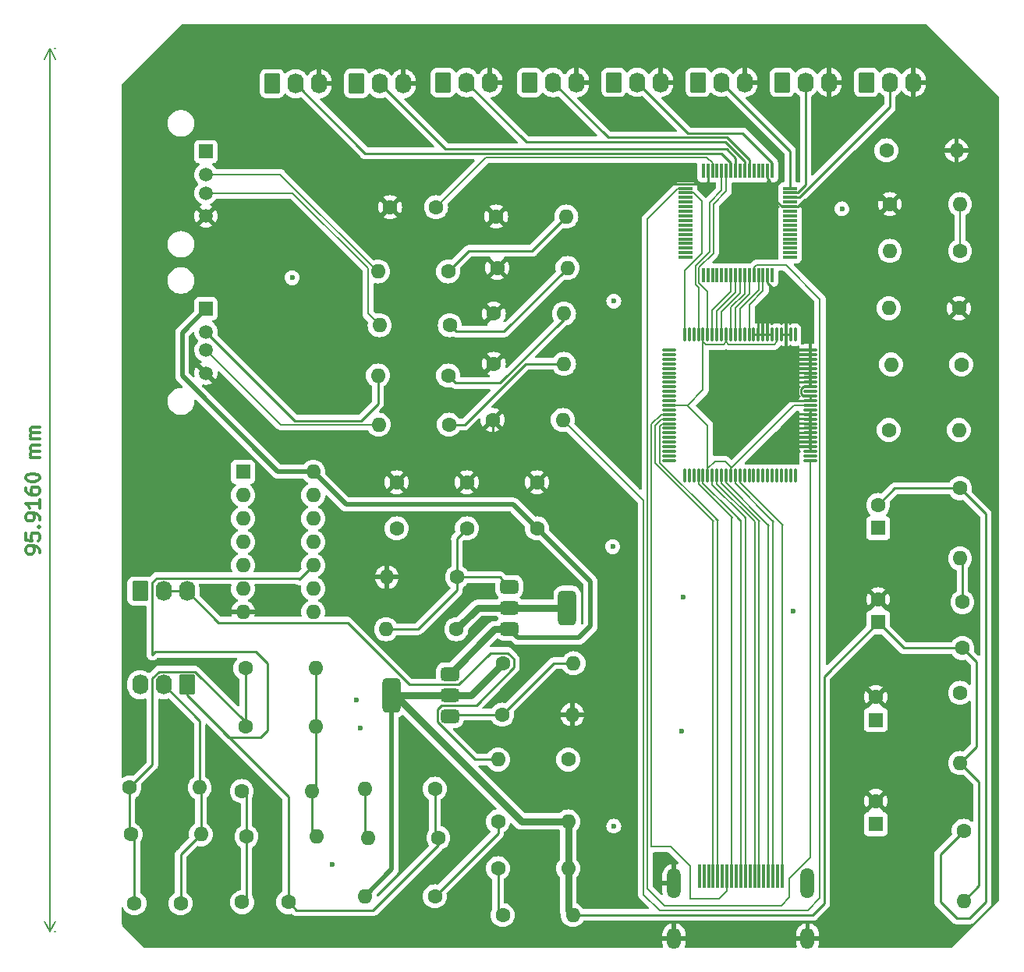
<source format=gbr>
%TF.GenerationSoftware,KiCad,Pcbnew,8.0.4*%
%TF.CreationDate,2024-10-28T16:26:41-05:00*%
%TF.ProjectId,String-Drum-Synthesizer,53747269-6e67-42d4-9472-756d2d53796e,rev?*%
%TF.SameCoordinates,Original*%
%TF.FileFunction,Copper,L1,Top*%
%TF.FilePolarity,Positive*%
%FSLAX46Y46*%
G04 Gerber Fmt 4.6, Leading zero omitted, Abs format (unit mm)*
G04 Created by KiCad (PCBNEW 8.0.4) date 2024-10-28 16:26:41*
%MOMM*%
%LPD*%
G01*
G04 APERTURE LIST*
G04 Aperture macros list*
%AMRoundRect*
0 Rectangle with rounded corners*
0 $1 Rounding radius*
0 $2 $3 $4 $5 $6 $7 $8 $9 X,Y pos of 4 corners*
0 Add a 4 corners polygon primitive as box body*
4,1,4,$2,$3,$4,$5,$6,$7,$8,$9,$2,$3,0*
0 Add four circle primitives for the rounded corners*
1,1,$1+$1,$2,$3*
1,1,$1+$1,$4,$5*
1,1,$1+$1,$6,$7*
1,1,$1+$1,$8,$9*
0 Add four rect primitives between the rounded corners*
20,1,$1+$1,$2,$3,$4,$5,0*
20,1,$1+$1,$4,$5,$6,$7,0*
20,1,$1+$1,$6,$7,$8,$9,0*
20,1,$1+$1,$8,$9,$2,$3,0*%
G04 Aperture macros list end*
%ADD10C,0.300000*%
%TA.AperFunction,NonConductor*%
%ADD11C,0.300000*%
%TD*%
%TA.AperFunction,NonConductor*%
%ADD12C,0.200000*%
%TD*%
%TA.AperFunction,SMDPad,CuDef*%
%ADD13R,0.300000X2.600000*%
%TD*%
%TA.AperFunction,ComponentPad*%
%ADD14O,1.500000X3.300000*%
%TD*%
%TA.AperFunction,ComponentPad*%
%ADD15O,1.500000X2.300000*%
%TD*%
%TA.AperFunction,ComponentPad*%
%ADD16RoundRect,0.250000X-0.620000X-0.845000X0.620000X-0.845000X0.620000X0.845000X-0.620000X0.845000X0*%
%TD*%
%TA.AperFunction,ComponentPad*%
%ADD17O,1.740000X2.190000*%
%TD*%
%TA.AperFunction,ComponentPad*%
%ADD18C,1.600000*%
%TD*%
%TA.AperFunction,ComponentPad*%
%ADD19O,1.600000X1.600000*%
%TD*%
%TA.AperFunction,ComponentPad*%
%ADD20R,1.600000X1.600000*%
%TD*%
%TA.AperFunction,SMDPad,CuDef*%
%ADD21RoundRect,0.075000X0.700000X0.075000X-0.700000X0.075000X-0.700000X-0.075000X0.700000X-0.075000X0*%
%TD*%
%TA.AperFunction,SMDPad,CuDef*%
%ADD22RoundRect,0.075000X0.075000X0.700000X-0.075000X0.700000X-0.075000X-0.700000X0.075000X-0.700000X0*%
%TD*%
%TA.AperFunction,SMDPad,CuDef*%
%ADD23RoundRect,0.075000X-0.075000X0.662500X-0.075000X-0.662500X0.075000X-0.662500X0.075000X0.662500X0*%
%TD*%
%TA.AperFunction,SMDPad,CuDef*%
%ADD24RoundRect,0.075000X-0.662500X0.075000X-0.662500X-0.075000X0.662500X-0.075000X0.662500X0.075000X0*%
%TD*%
%TA.AperFunction,HeatsinkPad*%
%ADD25R,5.000000X5.000000*%
%TD*%
%TA.AperFunction,ComponentPad*%
%ADD26RoundRect,0.250000X0.620000X0.845000X-0.620000X0.845000X-0.620000X-0.845000X0.620000X-0.845000X0*%
%TD*%
%TA.AperFunction,ComponentPad*%
%ADD27R,1.508000X1.508000*%
%TD*%
%TA.AperFunction,ComponentPad*%
%ADD28C,1.508000*%
%TD*%
%TA.AperFunction,SMDPad,CuDef*%
%ADD29RoundRect,0.375000X-0.625000X-0.375000X0.625000X-0.375000X0.625000X0.375000X-0.625000X0.375000X0*%
%TD*%
%TA.AperFunction,SMDPad,CuDef*%
%ADD30RoundRect,0.500000X-0.500000X-1.400000X0.500000X-1.400000X0.500000X1.400000X-0.500000X1.400000X0*%
%TD*%
%TA.AperFunction,SMDPad,CuDef*%
%ADD31RoundRect,0.375000X0.625000X0.375000X-0.625000X0.375000X-0.625000X-0.375000X0.625000X-0.375000X0*%
%TD*%
%TA.AperFunction,SMDPad,CuDef*%
%ADD32RoundRect,0.500000X0.500000X1.400000X-0.500000X1.400000X-0.500000X-1.400000X0.500000X-1.400000X0*%
%TD*%
%TA.AperFunction,ViaPad*%
%ADD33C,0.600000*%
%TD*%
%TA.AperFunction,Conductor*%
%ADD34C,0.254000*%
%TD*%
%TA.AperFunction,Conductor*%
%ADD35C,0.508000*%
%TD*%
%TA.AperFunction,Conductor*%
%ADD36C,0.200000*%
%TD*%
%TA.AperFunction,Conductor*%
%ADD37C,0.762000*%
%TD*%
G04 APERTURE END LIST*
D10*
D11*
X107209328Y-87382712D02*
X107209328Y-87096998D01*
X107209328Y-87096998D02*
X107137900Y-86954141D01*
X107137900Y-86954141D02*
X107066471Y-86882712D01*
X107066471Y-86882712D02*
X106852185Y-86739855D01*
X106852185Y-86739855D02*
X106566471Y-86668426D01*
X106566471Y-86668426D02*
X105995042Y-86668426D01*
X105995042Y-86668426D02*
X105852185Y-86739855D01*
X105852185Y-86739855D02*
X105780757Y-86811284D01*
X105780757Y-86811284D02*
X105709328Y-86954141D01*
X105709328Y-86954141D02*
X105709328Y-87239855D01*
X105709328Y-87239855D02*
X105780757Y-87382712D01*
X105780757Y-87382712D02*
X105852185Y-87454141D01*
X105852185Y-87454141D02*
X105995042Y-87525569D01*
X105995042Y-87525569D02*
X106352185Y-87525569D01*
X106352185Y-87525569D02*
X106495042Y-87454141D01*
X106495042Y-87454141D02*
X106566471Y-87382712D01*
X106566471Y-87382712D02*
X106637900Y-87239855D01*
X106637900Y-87239855D02*
X106637900Y-86954141D01*
X106637900Y-86954141D02*
X106566471Y-86811284D01*
X106566471Y-86811284D02*
X106495042Y-86739855D01*
X106495042Y-86739855D02*
X106352185Y-86668426D01*
X105709328Y-85311284D02*
X105709328Y-86025570D01*
X105709328Y-86025570D02*
X106423614Y-86096998D01*
X106423614Y-86096998D02*
X106352185Y-86025570D01*
X106352185Y-86025570D02*
X106280757Y-85882713D01*
X106280757Y-85882713D02*
X106280757Y-85525570D01*
X106280757Y-85525570D02*
X106352185Y-85382713D01*
X106352185Y-85382713D02*
X106423614Y-85311284D01*
X106423614Y-85311284D02*
X106566471Y-85239855D01*
X106566471Y-85239855D02*
X106923614Y-85239855D01*
X106923614Y-85239855D02*
X107066471Y-85311284D01*
X107066471Y-85311284D02*
X107137900Y-85382713D01*
X107137900Y-85382713D02*
X107209328Y-85525570D01*
X107209328Y-85525570D02*
X107209328Y-85882713D01*
X107209328Y-85882713D02*
X107137900Y-86025570D01*
X107137900Y-86025570D02*
X107066471Y-86096998D01*
X107066471Y-84596999D02*
X107137900Y-84525570D01*
X107137900Y-84525570D02*
X107209328Y-84596999D01*
X107209328Y-84596999D02*
X107137900Y-84668427D01*
X107137900Y-84668427D02*
X107066471Y-84596999D01*
X107066471Y-84596999D02*
X107209328Y-84596999D01*
X107209328Y-83811284D02*
X107209328Y-83525570D01*
X107209328Y-83525570D02*
X107137900Y-83382713D01*
X107137900Y-83382713D02*
X107066471Y-83311284D01*
X107066471Y-83311284D02*
X106852185Y-83168427D01*
X106852185Y-83168427D02*
X106566471Y-83096998D01*
X106566471Y-83096998D02*
X105995042Y-83096998D01*
X105995042Y-83096998D02*
X105852185Y-83168427D01*
X105852185Y-83168427D02*
X105780757Y-83239856D01*
X105780757Y-83239856D02*
X105709328Y-83382713D01*
X105709328Y-83382713D02*
X105709328Y-83668427D01*
X105709328Y-83668427D02*
X105780757Y-83811284D01*
X105780757Y-83811284D02*
X105852185Y-83882713D01*
X105852185Y-83882713D02*
X105995042Y-83954141D01*
X105995042Y-83954141D02*
X106352185Y-83954141D01*
X106352185Y-83954141D02*
X106495042Y-83882713D01*
X106495042Y-83882713D02*
X106566471Y-83811284D01*
X106566471Y-83811284D02*
X106637900Y-83668427D01*
X106637900Y-83668427D02*
X106637900Y-83382713D01*
X106637900Y-83382713D02*
X106566471Y-83239856D01*
X106566471Y-83239856D02*
X106495042Y-83168427D01*
X106495042Y-83168427D02*
X106352185Y-83096998D01*
X107209328Y-81668427D02*
X107209328Y-82525570D01*
X107209328Y-82096999D02*
X105709328Y-82096999D01*
X105709328Y-82096999D02*
X105923614Y-82239856D01*
X105923614Y-82239856D02*
X106066471Y-82382713D01*
X106066471Y-82382713D02*
X106137900Y-82525570D01*
X105709328Y-80382714D02*
X105709328Y-80668428D01*
X105709328Y-80668428D02*
X105780757Y-80811285D01*
X105780757Y-80811285D02*
X105852185Y-80882714D01*
X105852185Y-80882714D02*
X106066471Y-81025571D01*
X106066471Y-81025571D02*
X106352185Y-81096999D01*
X106352185Y-81096999D02*
X106923614Y-81096999D01*
X106923614Y-81096999D02*
X107066471Y-81025571D01*
X107066471Y-81025571D02*
X107137900Y-80954142D01*
X107137900Y-80954142D02*
X107209328Y-80811285D01*
X107209328Y-80811285D02*
X107209328Y-80525571D01*
X107209328Y-80525571D02*
X107137900Y-80382714D01*
X107137900Y-80382714D02*
X107066471Y-80311285D01*
X107066471Y-80311285D02*
X106923614Y-80239856D01*
X106923614Y-80239856D02*
X106566471Y-80239856D01*
X106566471Y-80239856D02*
X106423614Y-80311285D01*
X106423614Y-80311285D02*
X106352185Y-80382714D01*
X106352185Y-80382714D02*
X106280757Y-80525571D01*
X106280757Y-80525571D02*
X106280757Y-80811285D01*
X106280757Y-80811285D02*
X106352185Y-80954142D01*
X106352185Y-80954142D02*
X106423614Y-81025571D01*
X106423614Y-81025571D02*
X106566471Y-81096999D01*
X105709328Y-79311285D02*
X105709328Y-79168428D01*
X105709328Y-79168428D02*
X105780757Y-79025571D01*
X105780757Y-79025571D02*
X105852185Y-78954143D01*
X105852185Y-78954143D02*
X105995042Y-78882714D01*
X105995042Y-78882714D02*
X106280757Y-78811285D01*
X106280757Y-78811285D02*
X106637900Y-78811285D01*
X106637900Y-78811285D02*
X106923614Y-78882714D01*
X106923614Y-78882714D02*
X107066471Y-78954143D01*
X107066471Y-78954143D02*
X107137900Y-79025571D01*
X107137900Y-79025571D02*
X107209328Y-79168428D01*
X107209328Y-79168428D02*
X107209328Y-79311285D01*
X107209328Y-79311285D02*
X107137900Y-79454143D01*
X107137900Y-79454143D02*
X107066471Y-79525571D01*
X107066471Y-79525571D02*
X106923614Y-79597000D01*
X106923614Y-79597000D02*
X106637900Y-79668428D01*
X106637900Y-79668428D02*
X106280757Y-79668428D01*
X106280757Y-79668428D02*
X105995042Y-79597000D01*
X105995042Y-79597000D02*
X105852185Y-79525571D01*
X105852185Y-79525571D02*
X105780757Y-79454143D01*
X105780757Y-79454143D02*
X105709328Y-79311285D01*
X107209328Y-77025572D02*
X106209328Y-77025572D01*
X106352185Y-77025572D02*
X106280757Y-76954143D01*
X106280757Y-76954143D02*
X106209328Y-76811286D01*
X106209328Y-76811286D02*
X106209328Y-76597000D01*
X106209328Y-76597000D02*
X106280757Y-76454143D01*
X106280757Y-76454143D02*
X106423614Y-76382715D01*
X106423614Y-76382715D02*
X107209328Y-76382715D01*
X106423614Y-76382715D02*
X106280757Y-76311286D01*
X106280757Y-76311286D02*
X106209328Y-76168429D01*
X106209328Y-76168429D02*
X106209328Y-75954143D01*
X106209328Y-75954143D02*
X106280757Y-75811286D01*
X106280757Y-75811286D02*
X106423614Y-75739857D01*
X106423614Y-75739857D02*
X107209328Y-75739857D01*
X107209328Y-75025572D02*
X106209328Y-75025572D01*
X106352185Y-75025572D02*
X106280757Y-74954143D01*
X106280757Y-74954143D02*
X106209328Y-74811286D01*
X106209328Y-74811286D02*
X106209328Y-74597000D01*
X106209328Y-74597000D02*
X106280757Y-74454143D01*
X106280757Y-74454143D02*
X106423614Y-74382715D01*
X106423614Y-74382715D02*
X107209328Y-74382715D01*
X106423614Y-74382715D02*
X106280757Y-74311286D01*
X106280757Y-74311286D02*
X106209328Y-74168429D01*
X106209328Y-74168429D02*
X106209328Y-73954143D01*
X106209328Y-73954143D02*
X106280757Y-73811286D01*
X106280757Y-73811286D02*
X106423614Y-73739857D01*
X106423614Y-73739857D02*
X107209328Y-73739857D01*
D12*
X108831000Y-32639000D02*
X108917420Y-32639000D01*
X108831000Y-128555000D02*
X108917420Y-128555000D01*
X108331000Y-32639000D02*
X108331000Y-128555000D01*
X108331000Y-32639000D02*
X108331000Y-128555000D01*
X108331000Y-32639000D02*
X108917421Y-33765504D01*
X108331000Y-32639000D02*
X107744579Y-33765504D01*
X108331000Y-128555000D02*
X107744579Y-127428496D01*
X108331000Y-128555000D02*
X108917421Y-127428496D01*
D13*
%TO.P,J1,1,D2+*%
%TO.N,/TX2+*%
X187833000Y-122555000D03*
%TO.P,J1,2,D2S*%
%TO.N,GND*%
X187333000Y-122555000D03*
%TO.P,J1,3,D2-*%
%TO.N,/TX2-*%
X186833000Y-122555000D03*
%TO.P,J1,4,D1+*%
%TO.N,/TX1+*%
X186333000Y-122555000D03*
%TO.P,J1,5,D1S*%
%TO.N,GND*%
X185833000Y-122555000D03*
%TO.P,J1,6,D1-*%
%TO.N,/TX1-*%
X185333000Y-122555000D03*
%TO.P,J1,7,D0+*%
%TO.N,/TX0+*%
X184833000Y-122555000D03*
%TO.P,J1,8,D0S*%
%TO.N,GND*%
X184333000Y-122555000D03*
%TO.P,J1,9,D0-*%
%TO.N,/TX0-*%
X183833000Y-122555000D03*
%TO.P,J1,10,CK+*%
%TO.N,/TXC+*%
X183333000Y-122555000D03*
%TO.P,J1,11,CKS*%
%TO.N,GND*%
X182833000Y-122555000D03*
%TO.P,J1,12,CK-*%
%TO.N,/TXC-*%
X182333000Y-122555000D03*
%TO.P,J1,13,CEC*%
%TO.N,/CEC_A*%
X181833000Y-122555000D03*
%TO.P,J1,14,UTILITY/HEAC+*%
%TO.N,unconnected-(J1-UTILITY{slash}HEAC+-Pad14)*%
X181333000Y-122555000D03*
%TO.P,J1,15,SCL*%
%TO.N,/DSCL*%
X180833000Y-122555000D03*
%TO.P,J1,16,SDA*%
%TO.N,/DSDA*%
X180333000Y-122555000D03*
%TO.P,J1,17,GND*%
%TO.N,GND*%
X179833000Y-122555000D03*
%TO.P,J1,18,+5V*%
%TO.N,+5V*%
X179333000Y-122555000D03*
%TO.P,J1,19,HPD/HEAC-*%
%TO.N,Net-(J1-HPD{slash}HEAC-)*%
X178833000Y-122555000D03*
D14*
%TO.P,J1,SH,SH*%
%TO.N,GND*%
X190583000Y-123315000D03*
X176083000Y-123315000D03*
D15*
X190583000Y-129275000D03*
X176083000Y-129275000D03*
%TD*%
D16*
%TO.P,Pot7,1,Pin_1*%
%TO.N,+3V3*%
X132461000Y-36449000D03*
D17*
%TO.P,Pot7,2,Pin_2*%
%TO.N,/EmotiveKnobValue7*%
X135001000Y-36449000D03*
%TO.P,Pot7,3,Pin_3*%
%TO.N,GND*%
X137541000Y-36449000D03*
%TD*%
D18*
%TO.P,C9,1*%
%TO.N,Net-(U6-VCAP_1)*%
X150253000Y-49861500D03*
%TO.P,C9,2*%
%TO.N,GND*%
X145253000Y-49861500D03*
%TD*%
%TO.P,R18,1*%
%TO.N,/USB_OTG_HS_DP*%
X151563000Y-56846500D03*
D19*
%TO.P,R18,2*%
%TO.N,Net-(ProgrammableUSBPort1-D-)*%
X143943000Y-56846500D03*
%TD*%
D18*
%TO.P,R6,1*%
%TO.N,Net-(C7-Pad2)*%
X207518000Y-117602000D03*
D19*
%TO.P,R6,2*%
%TO.N,+2V5*%
X207518000Y-125222000D03*
%TD*%
D18*
%TO.P,R16,1*%
%TO.N,Net-(Op-Amp1-1IN+)*%
X207137000Y-102616000D03*
D19*
%TO.P,R16,2*%
%TO.N,+2V5*%
X207137000Y-110236000D03*
%TD*%
D20*
%TO.P,C7,1*%
%TO.N,/DAC Out*%
X198247000Y-84709000D03*
D18*
%TO.P,C7,2*%
%TO.N,Net-(C7-Pad2)*%
X198247000Y-82209000D03*
%TD*%
%TO.P,R32,1*%
%TO.N,Net-(Op-Amp1-4IN+)*%
X156972000Y-116586000D03*
D19*
%TO.P,R32,2*%
%TO.N,+2V5*%
X164592000Y-116586000D03*
%TD*%
D21*
%TO.P,U6,1,VBAT*%
%TO.N,+3V3*%
X188682000Y-55312000D03*
%TO.P,U6,2,PC13*%
%TO.N,unconnected-(U6-PC13-Pad2)*%
X188682000Y-54812000D03*
%TO.P,U6,3,PC14*%
%TO.N,unconnected-(U6-PC14-Pad3)*%
X188682000Y-54312000D03*
%TO.P,U6,4,PC15*%
%TO.N,unconnected-(U6-PC15-Pad4)*%
X188682000Y-53812000D03*
%TO.P,U6,5,PH0*%
%TO.N,Net-(U6-PH0)*%
X188682000Y-53312000D03*
%TO.P,U6,6,PH1*%
X188682000Y-52812000D03*
%TO.P,U6,7,NRST*%
%TO.N,unconnected-(U6-NRST-Pad7)*%
X188682000Y-52312000D03*
%TO.P,U6,8,PC0*%
%TO.N,unconnected-(U6-PC0-Pad8)*%
X188682000Y-51812000D03*
%TO.P,U6,9,PC1*%
%TO.N,unconnected-(U6-PC1-Pad9)*%
X188682000Y-51312000D03*
%TO.P,U6,10,PC2*%
%TO.N,unconnected-(U6-PC2-Pad10)*%
X188682000Y-50812000D03*
%TO.P,U6,11,PC3*%
%TO.N,unconnected-(U6-PC3-Pad11)*%
X188682000Y-50312000D03*
%TO.P,U6,12,VSSA*%
%TO.N,GND*%
X188682000Y-49812000D03*
%TO.P,U6,13,VDDA*%
%TO.N,+3V3*%
X188682000Y-49312000D03*
%TO.P,U6,14,PA0*%
%TO.N,/EmotiveKnobValue0*%
X188682000Y-48812000D03*
%TO.P,U6,15,PA1*%
%TO.N,/EmotiveKnobValue1*%
X188682000Y-48312000D03*
%TO.P,U6,16,PA2*%
%TO.N,/EmotiveKnobValue2*%
X188682000Y-47812000D03*
D22*
%TO.P,U6,17,PA3*%
%TO.N,/EmotiveKnobValue3*%
X186757000Y-45887000D03*
%TO.P,U6,18,VSS*%
%TO.N,GND*%
X186257000Y-45887000D03*
%TO.P,U6,19,VDD*%
%TO.N,+3V3*%
X185757000Y-45887000D03*
%TO.P,U6,20,PA4*%
%TO.N,/DAC Out*%
X185257000Y-45887000D03*
%TO.P,U6,21,PA5*%
%TO.N,unconnected-(U6-PA5-Pad21)*%
X184757000Y-45887000D03*
%TO.P,U6,22,PA6*%
%TO.N,/EmotiveKnobValue4*%
X184257000Y-45887000D03*
%TO.P,U6,23,PA7*%
%TO.N,/EmotiveKnobValue5*%
X183757000Y-45887000D03*
%TO.P,U6,24,PC4*%
%TO.N,unconnected-(U6-PC4-Pad24)*%
X183257000Y-45887000D03*
%TO.P,U6,25,PB0*%
%TO.N,/EmotiveKnobValue6*%
X182757000Y-45887000D03*
%TO.P,U6,26,PB1*%
%TO.N,/EmotiveKnobValue7*%
X182257000Y-45887000D03*
%TO.P,U6,27,PB2*%
%TO.N,/PB2*%
X181757000Y-45887000D03*
%TO.P,U6,28,PB10*%
%TO.N,/IDCK*%
X181257000Y-45887000D03*
%TO.P,U6,29,PB11*%
%TO.N,/HPD_IN*%
X180757000Y-45887000D03*
%TO.P,U6,30,VCAP_1*%
%TO.N,Net-(U6-VCAP_1)*%
X180257000Y-45887000D03*
%TO.P,U6,31,VSS*%
%TO.N,GND*%
X179757000Y-45887000D03*
%TO.P,U6,32,VDD*%
%TO.N,+3V3*%
X179257000Y-45887000D03*
D21*
%TO.P,U6,33,PB12*%
%TO.N,/HPD_OUT*%
X177332000Y-47812000D03*
%TO.P,U6,34,PB13*%
%TO.N,/DE*%
X177332000Y-48312000D03*
%TO.P,U6,35,PB14*%
%TO.N,/USB_OTG_HS_DP*%
X177332000Y-48812000D03*
%TO.P,U6,36,PB15*%
%TO.N,/USB_OTG_HS_DM*%
X177332000Y-49312000D03*
%TO.P,U6,37,PC6*%
%TO.N,unconnected-(U6-PC6-Pad37)*%
X177332000Y-49812000D03*
%TO.P,U6,38,PC7*%
%TO.N,unconnected-(U6-PC7-Pad38)*%
X177332000Y-50312000D03*
%TO.P,U6,39,PC8*%
%TO.N,unconnected-(U6-PC8-Pad39)*%
X177332000Y-50812000D03*
%TO.P,U6,40,PC9*%
%TO.N,unconnected-(U6-PC9-Pad40)*%
X177332000Y-51312000D03*
%TO.P,U6,41,PA8*%
%TO.N,unconnected-(U6-PA8-Pad41)*%
X177332000Y-51812000D03*
%TO.P,U6,42,PA9*%
%TO.N,unconnected-(U6-PA9-Pad42)*%
X177332000Y-52312000D03*
%TO.P,U6,43,PA10*%
%TO.N,unconnected-(U6-PA10-Pad43)*%
X177332000Y-52812000D03*
%TO.P,U6,44,PA11*%
%TO.N,/USB_OTG_FS_DP*%
X177332000Y-53312000D03*
%TO.P,U6,45,PA12*%
%TO.N,/USB_OTG_FS_DM*%
X177332000Y-53812000D03*
%TO.P,U6,46,PA13*%
%TO.N,unconnected-(U6-PA13-Pad46)*%
X177332000Y-54312000D03*
%TO.P,U6,47,VSS*%
%TO.N,GND*%
X177332000Y-54812000D03*
%TO.P,U6,48,VDD*%
%TO.N,+3V3*%
X177332000Y-55312000D03*
D22*
%TO.P,U6,49,PA14*%
%TO.N,unconnected-(U6-PA14-Pad49)*%
X179257000Y-57237000D03*
%TO.P,U6,50,PA15*%
%TO.N,unconnected-(U6-PA15-Pad50)*%
X179757000Y-57237000D03*
%TO.P,U6,51,PC10*%
%TO.N,unconnected-(U6-PC10-Pad51)*%
X180257000Y-57237000D03*
%TO.P,U6,52,PC11*%
%TO.N,unconnected-(U6-PC11-Pad52)*%
X180757000Y-57237000D03*
%TO.P,U6,53,PC12*%
%TO.N,unconnected-(U6-PC12-Pad53)*%
X181257000Y-57237000D03*
%TO.P,U6,54,PD2*%
%TO.N,unconnected-(U6-PD2-Pad54)*%
X181757000Y-57237000D03*
%TO.P,U6,55,PB3*%
%TO.N,/PB3*%
X182257000Y-57237000D03*
%TO.P,U6,56,PB4*%
%TO.N,/PB4*%
X182757000Y-57237000D03*
%TO.P,U6,57,PB5*%
%TO.N,/PB5*%
X183257000Y-57237000D03*
%TO.P,U6,58,PB6*%
%TO.N,/PB6*%
X183757000Y-57237000D03*
%TO.P,U6,59,PB7*%
%TO.N,/PB7*%
X184257000Y-57237000D03*
%TO.P,U6,60,BOOT0*%
%TO.N,Net-(U6-BOOT0)*%
X184757000Y-57237000D03*
%TO.P,U6,61,PB8*%
%TO.N,/PB8*%
X185257000Y-57237000D03*
%TO.P,U6,62,PB9*%
%TO.N,/PB9*%
X185757000Y-57237000D03*
%TO.P,U6,63,VSS*%
%TO.N,GND*%
X186257000Y-57237000D03*
%TO.P,U6,64,VDD*%
%TO.N,+3V3*%
X186757000Y-57237000D03*
%TD*%
D23*
%TO.P,U2,1,IOVCC33*%
%TO.N,+3V3*%
X189236500Y-63715500D03*
%TO.P,U2,2,D15*%
%TO.N,GND*%
X188736500Y-63715500D03*
%TO.P,U2,3,D14*%
X188236500Y-63715500D03*
%TO.P,U2,4,D13*%
X187736500Y-63715500D03*
%TO.P,U2,5,CVCC12*%
%TO.N,Net-(U2-AVCC)*%
X187236500Y-63715500D03*
%TO.P,U2,6,D12*%
%TO.N,GND*%
X186736500Y-63715500D03*
%TO.P,U2,7,D11*%
X186236500Y-63715500D03*
%TO.P,U2,8,D10*%
X185736500Y-63715500D03*
%TO.P,U2,9,D9*%
X185236500Y-63715500D03*
%TO.P,U2,10,D8*%
X184736500Y-63715500D03*
%TO.P,U2,11,D7*%
%TO.N,/PB9*%
X184236500Y-63715500D03*
%TO.P,U2,12,IOVCC33__1*%
%TO.N,+3V3*%
X183736500Y-63715500D03*
%TO.P,U2,13,D6*%
%TO.N,/PB8*%
X183236500Y-63715500D03*
%TO.P,U2,14,D5*%
%TO.N,/PB7*%
X182736500Y-63715500D03*
%TO.P,U2,15,D4*%
%TO.N,/PB6*%
X182236500Y-63715500D03*
%TO.P,U2,16,CVCC12__1*%
%TO.N,Net-(U2-AVCC)*%
X181736500Y-63715500D03*
%TO.P,U2,17,D3*%
%TO.N,/PB5*%
X181236500Y-63715500D03*
%TO.P,U2,18,D2*%
%TO.N,/PB4*%
X180736500Y-63715500D03*
%TO.P,U2,19,D1*%
%TO.N,/PB3*%
X180236500Y-63715500D03*
%TO.P,U2,20,D0*%
%TO.N,/PB2*%
X179736500Y-63715500D03*
%TO.P,U2,21,CVCC12__2*%
%TO.N,Net-(U2-AVCC)*%
X179236500Y-63715500D03*
%TO.P,U2,22,IDCK*%
%TO.N,/IDCK*%
X178736500Y-63715500D03*
%TO.P,U2,23,VSYNC*%
%TO.N,unconnected-(U2-VSYNC-Pad23)*%
X178236500Y-63715500D03*
%TO.P,U2,24,HSYNC*%
%TO.N,unconnected-(U2-HSYNC-Pad24)*%
X177736500Y-63715500D03*
%TO.P,U2,25,DE*%
%TO.N,/DE*%
X177236500Y-63715500D03*
D24*
%TO.P,U2,26,GPIO0*%
%TO.N,unconnected-(U2-GPIO0-Pad26)*%
X175574000Y-65378000D03*
%TO.P,U2,27,DL3*%
%TO.N,unconnected-(U2-DL3-Pad27)*%
X175574000Y-65878000D03*
%TO.P,U2,28,DR3*%
%TO.N,unconnected-(U2-DR3-Pad28)*%
X175574000Y-66378000D03*
%TO.P,U2,29,SPDIF_IN_DL2*%
%TO.N,unconnected-(U2-SPDIF_IN_DL2-Pad29)*%
X175574000Y-66878000D03*
%TO.P,U2,30,SD3_DR2*%
%TO.N,unconnected-(U2-SD3_DR2-Pad30)*%
X175574000Y-67378000D03*
%TO.P,U2,31,SD2_DL1*%
%TO.N,unconnected-(U2-SD2_DL1-Pad31)*%
X175574000Y-67878000D03*
%TO.P,U2,32,SD1_DR1*%
%TO.N,unconnected-(U2-SD1_DR1-Pad32)*%
X175574000Y-68378000D03*
%TO.P,U2,33,SD0_DL0*%
%TO.N,unconnected-(U2-SD0_DL0-Pad33)*%
X175574000Y-68878000D03*
%TO.P,U2,34,WS_DR0*%
%TO.N,unconnected-(U2-WS_DR0-Pad34)*%
X175574000Y-69378000D03*
%TO.P,U2,35,SCK*%
%TO.N,unconnected-(U2-SCK-Pad35)*%
X175574000Y-69878000D03*
%TO.P,U2,36,MCLK*%
%TO.N,unconnected-(U2-MCLK-Pad36)*%
X175574000Y-70378000D03*
%TO.P,U2,37,IOVCC33__2*%
%TO.N,+3V3*%
X175574000Y-70878000D03*
%TO.P,U2,38,CVCC12__3*%
%TO.N,Net-(U2-AVCC)*%
X175574000Y-71378000D03*
%TO.P,U2,39,GPIO2*%
%TO.N,unconnected-(U2-GPIO2-Pad39)*%
X175574000Y-71878000D03*
%TO.P,U2,40,CEC_A*%
%TO.N,/CEC_A*%
X175574000Y-72378000D03*
%TO.P,U2,41,DSDA*%
%TO.N,/DSDA*%
X175574000Y-72878000D03*
%TO.P,U2,42,DSCL*%
%TO.N,/DSCL*%
X175574000Y-73378000D03*
%TO.P,U2,43,CI2CA*%
%TO.N,unconnected-(U2-CI2CA-Pad43)*%
X175574000Y-73878000D03*
%TO.P,U2,44,CSDA*%
%TO.N,unconnected-(U2-CSDA-Pad44)*%
X175574000Y-74378000D03*
%TO.P,U2,45,CSCL*%
%TO.N,unconnected-(U2-CSCL-Pad45)*%
X175574000Y-74878000D03*
%TO.P,U2,46,INT*%
%TO.N,unconnected-(U2-INT-Pad46)*%
X175574000Y-75378000D03*
%TO.P,U2,47,~{RESET}*%
%TO.N,Net-(U2-~{RESET})*%
X175574000Y-75878000D03*
%TO.P,U2,48,GND*%
%TO.N,GND*%
X175574000Y-76378000D03*
%TO.P,U2,49,GPIO3*%
%TO.N,unconnected-(U2-GPIO3-Pad49)*%
X175574000Y-76878000D03*
%TO.P,U2,50,NC*%
%TO.N,unconnected-(U2-NC-Pad50)*%
X175574000Y-77378000D03*
D23*
%TO.P,U2,51,NC__1*%
%TO.N,unconnected-(U2-NC__1-Pad51)*%
X177236500Y-79040500D03*
%TO.P,U2,52,EXT_SWING*%
%TO.N,Net-(U2-EXT_SWING)*%
X177736500Y-79040500D03*
%TO.P,U2,53,GND__1*%
%TO.N,GND*%
X178236500Y-79040500D03*
%TO.P,U2,54,TXC-*%
%TO.N,/TXC-*%
X178736500Y-79040500D03*
%TO.P,U2,55,TXC+*%
%TO.N,/TXC+*%
X179236500Y-79040500D03*
%TO.P,U2,56,AVCC*%
%TO.N,Net-(U2-AVCC)*%
X179736500Y-79040500D03*
%TO.P,U2,57,TX0-*%
%TO.N,/TX0-*%
X180236500Y-79040500D03*
%TO.P,U2,58,TX0+*%
%TO.N,/TX0+*%
X180736500Y-79040500D03*
%TO.P,U2,59,TX1-*%
%TO.N,/TX1-*%
X181236500Y-79040500D03*
%TO.P,U2,60,TX1+*%
%TO.N,/TX1+*%
X181736500Y-79040500D03*
%TO.P,U2,61,AVCC__1*%
%TO.N,Net-(U2-AVCC)*%
X182236500Y-79040500D03*
%TO.P,U2,62,TX2-*%
%TO.N,/TX2-*%
X182736500Y-79040500D03*
%TO.P,U2,63,TX2+*%
%TO.N,/TX2+*%
X183236500Y-79040500D03*
%TO.P,U2,64,NC__2*%
%TO.N,unconnected-(U2-NC__2-Pad64)*%
X183736500Y-79040500D03*
%TO.P,U2,65,NC__3*%
%TO.N,unconnected-(U2-NC__3-Pad65)*%
X184236500Y-79040500D03*
%TO.P,U2,66,NC__4*%
%TO.N,unconnected-(U2-NC__4-Pad66)*%
X184736500Y-79040500D03*
%TO.P,U2,67,NC__5*%
%TO.N,unconnected-(U2-NC__5-Pad67)*%
X185236500Y-79040500D03*
%TO.P,U2,68,NC__6*%
%TO.N,unconnected-(U2-NC__6-Pad68)*%
X185736500Y-79040500D03*
%TO.P,U2,69,NC__7*%
%TO.N,unconnected-(U2-NC__7-Pad69)*%
X186236500Y-79040500D03*
%TO.P,U2,70,NC__8*%
%TO.N,unconnected-(U2-NC__8-Pad70)*%
X186736500Y-79040500D03*
%TO.P,U2,71,NC__9*%
%TO.N,unconnected-(U2-NC__9-Pad71)*%
X187236500Y-79040500D03*
%TO.P,U2,72,NC__10*%
%TO.N,unconnected-(U2-NC__10-Pad72)*%
X187736500Y-79040500D03*
%TO.P,U2,73,NC__11*%
%TO.N,unconnected-(U2-NC__11-Pad73)*%
X188236500Y-79040500D03*
%TO.P,U2,74,NC__12*%
%TO.N,unconnected-(U2-NC__12-Pad74)*%
X188736500Y-79040500D03*
%TO.P,U2,75,NC__13*%
%TO.N,unconnected-(U2-NC__13-Pad75)*%
X189236500Y-79040500D03*
D24*
%TO.P,U2,76,HPD*%
%TO.N,/HPD_OUT*%
X190899000Y-77378000D03*
%TO.P,U2,77,GPIO1*%
%TO.N,unconnected-(U2-GPIO1-Pad77)*%
X190899000Y-76878000D03*
%TO.P,U2,78,D35*%
%TO.N,GND*%
X190899000Y-76378000D03*
%TO.P,U2,79,D34*%
X190899000Y-75878000D03*
%TO.P,U2,80,D33*%
X190899000Y-75378000D03*
%TO.P,U2,81,D32*%
X190899000Y-74878000D03*
%TO.P,U2,82,D31*%
X190899000Y-74378000D03*
%TO.P,U2,83,D30*%
X190899000Y-73878000D03*
%TO.P,U2,84,D29*%
X190899000Y-73378000D03*
%TO.P,U2,85,D28*%
X190899000Y-72878000D03*
%TO.P,U2,86,D27*%
X190899000Y-72378000D03*
%TO.P,U2,87,D26*%
X190899000Y-71878000D03*
%TO.P,U2,88,CVCC12__4*%
%TO.N,Net-(U2-AVCC)*%
X190899000Y-71378000D03*
%TO.P,U2,89,D25*%
%TO.N,GND*%
X190899000Y-70878000D03*
%TO.P,U2,90,D24*%
X190899000Y-70378000D03*
%TO.P,U2,91,IOVCC33__3*%
%TO.N,+3V3*%
X190899000Y-69878000D03*
%TO.P,U2,92,D23*%
%TO.N,GND*%
X190899000Y-69378000D03*
%TO.P,U2,93,D22*%
X190899000Y-68878000D03*
%TO.P,U2,94,D21*%
X190899000Y-68378000D03*
%TO.P,U2,95,D20*%
X190899000Y-67878000D03*
%TO.P,U2,96,D19*%
X190899000Y-67378000D03*
%TO.P,U2,97,D18*%
X190899000Y-66878000D03*
%TO.P,U2,98,D17*%
X190899000Y-66378000D03*
%TO.P,U2,99,D16*%
X190899000Y-65878000D03*
%TO.P,U2,100,GND__2*%
X190899000Y-65378000D03*
D25*
%TO.P,U2,101,GND__3*%
X183236500Y-71378000D03*
%TD*%
D18*
%TO.P,R35,1*%
%TO.N,Net-(U2-AVCC)*%
X199390000Y-74069000D03*
D19*
%TO.P,R35,2*%
%TO.N,+3V3*%
X207010000Y-74069000D03*
%TD*%
D18*
%TO.P,R15,1*%
%TO.N,GND*%
X156389000Y-72975500D03*
D19*
%TO.P,R15,2*%
%TO.N,Net-(U6-BOOT0)*%
X164009000Y-72975500D03*
%TD*%
D20*
%TO.P,C6,1*%
%TO.N,+2V5*%
X198247000Y-94956000D03*
D18*
%TO.P,C6,2*%
%TO.N,GND*%
X198247000Y-92456000D03*
%TD*%
D16*
%TO.P,Pot5,1,Pin_1*%
%TO.N,+3V3*%
X151003000Y-36322000D03*
D17*
%TO.P,Pot5,2,Pin_2*%
%TO.N,/EmotiveKnobValue5*%
X153543000Y-36322000D03*
%TO.P,Pot5,3,Pin_3*%
%TO.N,GND*%
X156083000Y-36322000D03*
%TD*%
D20*
%TO.P,C4,1*%
%TO.N,+3V3*%
X197993000Y-105565606D03*
D18*
%TO.P,C4,2*%
%TO.N,GND*%
X197993000Y-103065606D03*
%TD*%
%TO.P,R21,1*%
%TO.N,GND*%
X156897000Y-56465500D03*
D19*
%TO.P,R21,2*%
%TO.N,/USB_OTG_HS_DM*%
X164517000Y-56465500D03*
%TD*%
D26*
%TO.P,AudioJack1,1,Pin_1*%
%TO.N,/Audio Out L*%
X123190000Y-101727000D03*
D17*
%TO.P,AudioJack1,2,Pin_2*%
%TO.N,/Audio Out R*%
X120650000Y-101727000D03*
%TO.P,AudioJack1,3,Pin_3*%
%TO.N,+2V5*%
X118110000Y-101727000D03*
%TD*%
D18*
%TO.P,R19,1*%
%TO.N,GND*%
X156770000Y-50877500D03*
D19*
%TO.P,R19,2*%
%TO.N,/USB_OTG_HS_DP*%
X164390000Y-50877500D03*
%TD*%
D18*
%TO.P,R31,1*%
%TO.N,Net-(Op-Amp1-3IN+)*%
X156972000Y-121666000D03*
D19*
%TO.P,R31,2*%
%TO.N,+2V5*%
X164592000Y-121666000D03*
%TD*%
D16*
%TO.P,Pot4,1,Pin_1*%
%TO.N,+3V3*%
X160401000Y-36322000D03*
D17*
%TO.P,Pot4,2,Pin_2*%
%TO.N,/EmotiveKnobValue4*%
X162941000Y-36322000D03*
%TO.P,Pot4,3,Pin_3*%
%TO.N,GND*%
X165481000Y-36322000D03*
%TD*%
D18*
%TO.P,C8,1*%
%TO.N,+2V5*%
X207391000Y-97750000D03*
%TO.P,C8,2*%
%TO.N,Net-(C8-Pad2)*%
X207391000Y-92750000D03*
%TD*%
%TO.P,R3,1*%
%TO.N,Net-(Op-Amp1-3IN-)*%
X129540000Y-106299000D03*
D19*
%TO.P,R3,2*%
%TO.N,/AmplifiedSignal*%
X137160000Y-106299000D03*
%TD*%
%TO.P,R33,2*%
%TO.N,GND*%
X206756000Y-43688000D03*
D18*
%TO.P,R33,1*%
%TO.N,Net-(U2-EXT_SWING)*%
X199136000Y-43688000D03*
%TD*%
D20*
%TO.P,C2,1*%
%TO.N,+5V*%
X197993000Y-116868606D03*
D18*
%TO.P,C2,2*%
%TO.N,GND*%
X197993000Y-114368606D03*
%TD*%
%TO.P,R4,1*%
%TO.N,/Audio Out L*%
X150114000Y-113030000D03*
D19*
%TO.P,R4,2*%
%TO.N,Net-(Op-Amp1-IN4-)*%
X142494000Y-113030000D03*
%TD*%
D18*
%TO.P,C5,1*%
%TO.N,Net-(U5-GND)*%
X145975000Y-84746500D03*
%TO.P,C5,2*%
%TO.N,GND*%
X145975000Y-79746500D03*
%TD*%
D27*
%TO.P,KeyboardUSBPort1,1,VBUS*%
%TO.N,+5V*%
X125265000Y-60889000D03*
D28*
%TO.P,KeyboardUSBPort1,2,D-*%
%TO.N,Net-(KeyboardUSBPort1-D-)*%
X125265000Y-63389000D03*
%TO.P,KeyboardUSBPort1,3,D+*%
%TO.N,Net-(KeyboardUSBPort1-D+)*%
X125265000Y-65389000D03*
%TO.P,KeyboardUSBPort1,4,GND*%
%TO.N,GND*%
X125265000Y-67889000D03*
%TD*%
D18*
%TO.P,R1,1*%
%TO.N,+3V3*%
X152452000Y-95708500D03*
D19*
%TO.P,R1,2*%
%TO.N,Net-(U1-GND)*%
X144832000Y-95708500D03*
%TD*%
D18*
%TO.P,R10,1*%
%TO.N,GND*%
X156516000Y-66879500D03*
D19*
%TO.P,R10,2*%
%TO.N,/USB_OTG_FS_DM*%
X164136000Y-66879500D03*
%TD*%
D18*
%TO.P,R25,1*%
%TO.N,GND*%
X199517000Y-49530000D03*
D19*
%TO.P,R25,2*%
%TO.N,/HPD_IN*%
X207137000Y-49530000D03*
%TD*%
D18*
%TO.P,C3,1*%
%TO.N,Net-(U1-GND)*%
X153595000Y-84746500D03*
%TO.P,C3,2*%
%TO.N,GND*%
X153595000Y-79746500D03*
%TD*%
%TO.P,R30,1*%
%TO.N,Net-(Op-Amp1-3IN-)*%
X129540000Y-99949000D03*
D19*
%TO.P,R30,2*%
%TO.N,/AmplifiedSignal*%
X137160000Y-99949000D03*
%TD*%
D18*
%TO.P,C1,1*%
%TO.N,+5V*%
X161215000Y-84746500D03*
%TO.P,C1,2*%
%TO.N,GND*%
X161215000Y-79746500D03*
%TD*%
%TO.P,R14,1*%
%TO.N,Net-(C8-Pad2)*%
X164592000Y-109855000D03*
D19*
%TO.P,R14,2*%
%TO.N,Net-(Op-Amp1-1IN-)*%
X156972000Y-109855000D03*
%TD*%
D16*
%TO.P,Pot8,1,Pin_1*%
%TO.N,/AmplifiedSignal*%
X118110000Y-91567000D03*
D17*
%TO.P,Pot8,2,Pin_2*%
%TO.N,Net-(Op-Amp1-1IN-)*%
X120650000Y-91567000D03*
%TO.P,Pot8,3,Pin_3*%
X123190000Y-91567000D03*
%TD*%
D16*
%TO.P,Pot2,1,Pin_1*%
%TO.N,+3V3*%
X178689000Y-36302000D03*
D17*
%TO.P,Pot2,2,Pin_2*%
%TO.N,/EmotiveKnobValue2*%
X181229000Y-36302000D03*
%TO.P,Pot2,3,Pin_3*%
%TO.N,GND*%
X183769000Y-36302000D03*
%TD*%
D16*
%TO.P,Pot3,1,Pin_1*%
%TO.N,+3V3*%
X169545000Y-36302000D03*
D17*
%TO.P,Pot3,2,Pin_2*%
%TO.N,/EmotiveKnobValue3*%
X172085000Y-36302000D03*
%TO.P,Pot3,3,Pin_3*%
%TO.N,GND*%
X174625000Y-36302000D03*
%TD*%
D18*
%TO.P,R13,1*%
%TO.N,Net-(C7-Pad2)*%
X207137000Y-80391000D03*
D19*
%TO.P,R13,2*%
%TO.N,Net-(C8-Pad2)*%
X207137000Y-88011000D03*
%TD*%
D27*
%TO.P,ProgrammableUSBPort1,1,VBUS*%
%TO.N,unconnected-(ProgrammableUSBPort1-VBUS-Pad1)*%
X125265000Y-43827500D03*
D28*
%TO.P,ProgrammableUSBPort1,2,D-*%
%TO.N,Net-(ProgrammableUSBPort1-D-)*%
X125265000Y-46327500D03*
%TO.P,ProgrammableUSBPort1,3,D+*%
%TO.N,Net-(ProgrammableUSBPort1-D+)*%
X125265000Y-48327500D03*
%TO.P,ProgrammableUSBPort1,4,GND*%
%TO.N,GND*%
X125265000Y-50827500D03*
%TD*%
D18*
%TO.P,R17,1*%
%TO.N,Net-(Op-Amp1-3IN-)*%
X116967000Y-112903000D03*
D19*
%TO.P,R17,2*%
%TO.N,/Audio Out R*%
X124587000Y-112903000D03*
%TD*%
D16*
%TO.P,Pot1,1,Pin_1*%
%TO.N,+3V3*%
X187833000Y-36302000D03*
D17*
%TO.P,Pot1,2,Pin_2*%
%TO.N,/EmotiveKnobValue1*%
X190373000Y-36302000D03*
%TO.P,Pot1,3,Pin_3*%
%TO.N,GND*%
X192913000Y-36302000D03*
%TD*%
D18*
%TO.P,R27,1*%
%TO.N,Net-(Op-Amp1-3IN-)*%
X117094000Y-117983000D03*
D19*
%TO.P,R27,2*%
%TO.N,/Audio Out R*%
X124714000Y-117983000D03*
%TD*%
D18*
%TO.P,C12,1*%
%TO.N,Net-(Op-Amp1-3IN-)*%
X117515000Y-125476000D03*
%TO.P,C12,2*%
%TO.N,/Audio Out R*%
X122515000Y-125476000D03*
%TD*%
D16*
%TO.P,Pot0,1,Pin_1*%
%TO.N,+3V3*%
X196977000Y-36302000D03*
D17*
%TO.P,Pot0,2,Pin_2*%
%TO.N,/EmotiveKnobValue0*%
X199517000Y-36302000D03*
%TO.P,Pot0,3,Pin_3*%
%TO.N,GND*%
X202057000Y-36302000D03*
%TD*%
D18*
%TO.P,R8,1*%
%TO.N,/USB_OTG_FS_DM*%
X151638000Y-73483500D03*
D19*
%TO.P,R8,2*%
%TO.N,Net-(KeyboardUSBPort1-D+)*%
X144018000Y-73483500D03*
%TD*%
D18*
%TO.P,R2,1*%
%TO.N,Net-(U1-GND)*%
X152527000Y-90043000D03*
D19*
%TO.P,R2,2*%
%TO.N,GND*%
X144907000Y-90043000D03*
%TD*%
D18*
%TO.P,R29,1*%
%TO.N,Net-(Op-Amp1-IN4-)*%
X129667000Y-118237000D03*
D19*
%TO.P,R29,2*%
%TO.N,/AmplifiedSignal*%
X137287000Y-118237000D03*
%TD*%
D20*
%TO.P,Op-Amp,1,1IN+*%
%TO.N,Net-(U4-1IN+)*%
X129296000Y-78608000D03*
D19*
%TO.P,Op-Amp,2,2IN+*%
%TO.N,unconnected-(U4-2IN+-Pad2)*%
X129296000Y-81148000D03*
%TO.P,Op-Amp,3,2IN-*%
%TO.N,unconnected-(U4-2IN--Pad3)*%
X129296000Y-83688000D03*
%TO.P,Op-Amp,4,2OUT*%
%TO.N,unconnected-(U4-2OUT-Pad4)*%
X129296000Y-86228000D03*
%TO.P,Op-Amp,5,1OUT*%
%TO.N,/AmplifiedSignal*%
X129296000Y-88768000D03*
%TO.P,Op-Amp,6,1IN-*%
%TO.N,Net-(Pot8-Pin_2)*%
X129296000Y-91308000D03*
%TO.P,Op-Amp,7,GND*%
%TO.N,GND*%
X129296000Y-93848000D03*
%TO.P,Op-Amp,8,3IN-*%
%TO.N,Net-(U4-3IN-)*%
X136916000Y-93848000D03*
%TO.P,Op-Amp,9,3OUT*%
%TO.N,/Audio Out R*%
X136916000Y-91308000D03*
%TO.P,Op-Amp,10,4OUT*%
%TO.N,/Audio Out L*%
X136916000Y-88768000D03*
%TO.P,Op-Amp,11,IN4-*%
%TO.N,Net-(U4-IN4-)*%
X136916000Y-86228000D03*
%TO.P,Op-Amp,12,4IN+*%
%TO.N,Net-(U4-4IN+)*%
X136916000Y-83688000D03*
%TO.P,Op-Amp,13,3IN+*%
%TO.N,Net-(U4-3IN+)*%
X136916000Y-81148000D03*
%TO.P,Op-Amp,14,VCC*%
%TO.N,+5V*%
X136916000Y-78608000D03*
%TD*%
D18*
%TO.P,R34,1*%
%TO.N,GND*%
X207010000Y-60833000D03*
D19*
%TO.P,R34,2*%
%TO.N,Net-(U2-AVCC)*%
X199390000Y-60833000D03*
%TD*%
D18*
%TO.P,R23,1*%
%TO.N,GND*%
X156516000Y-61418500D03*
D19*
%TO.P,R23,2*%
%TO.N,/USB_OTG_FS_DP*%
X164136000Y-61418500D03*
%TD*%
D18*
%TO.P,R7,1*%
%TO.N,Net-(Op-Amp1-4IN+)*%
X150114000Y-124714000D03*
D19*
%TO.P,R7,2*%
%TO.N,+2V5*%
X142494000Y-124714000D03*
%TD*%
D18*
%TO.P,R26,1*%
%TO.N,+3V3*%
X207264000Y-66957000D03*
D19*
%TO.P,R26,2*%
%TO.N,Net-(U2-~{RESET})*%
X199644000Y-66957000D03*
%TD*%
D18*
%TO.P,R22,1*%
%TO.N,/USB_OTG_FS_DP*%
X151563000Y-68149500D03*
D19*
%TO.P,R22,2*%
%TO.N,Net-(KeyboardUSBPort1-D-)*%
X143943000Y-68149500D03*
%TD*%
D16*
%TO.P,Pot6,1,Pin_1*%
%TO.N,+3V3*%
X141605000Y-36429000D03*
D17*
%TO.P,Pot6,2,Pin_2*%
%TO.N,/EmotiveKnobValue6*%
X144145000Y-36429000D03*
%TO.P,Pot6,3,Pin_3*%
%TO.N,GND*%
X146685000Y-36429000D03*
%TD*%
D18*
%TO.P,C11,1*%
%TO.N,/Audio Out L*%
X134199000Y-125349000D03*
%TO.P,C11,2*%
%TO.N,Net-(Op-Amp1-IN4-)*%
X129199000Y-125349000D03*
%TD*%
%TO.P,R12,1*%
%TO.N,Net-(U5-GND)*%
X157428000Y-104991500D03*
D19*
%TO.P,R12,2*%
%TO.N,GND*%
X165048000Y-104991500D03*
%TD*%
D29*
%TO.P,U1,1,GND*%
%TO.N,Net-(U1-GND)*%
X158192000Y-91082500D03*
%TO.P,U1,2,VO*%
%TO.N,+3V3*%
X158192000Y-93382500D03*
D30*
X164492000Y-93382500D03*
D29*
%TO.P,U1,3,VI*%
%TO.N,+5V*%
X158192000Y-95682500D03*
%TD*%
D18*
%TO.P,R20,1*%
%TO.N,/USB_OTG_HS_DM*%
X151742000Y-62688500D03*
D19*
%TO.P,R20,2*%
%TO.N,Net-(ProgrammableUSBPort1-D+)*%
X144122000Y-62688500D03*
%TD*%
D18*
%TO.P,R24,1*%
%TO.N,/HPD_IN*%
X207137000Y-54610000D03*
D19*
%TO.P,R24,2*%
%TO.N,Net-(J1-HPD{slash}HEAC-)*%
X199517000Y-54610000D03*
%TD*%
D18*
%TO.P,R28,1*%
%TO.N,/Audio Out L*%
X150495000Y-118364000D03*
D19*
%TO.P,R28,2*%
%TO.N,Net-(Op-Amp1-IN4-)*%
X142875000Y-118364000D03*
%TD*%
D18*
%TO.P,R9,1*%
%TO.N,Net-(Op-Amp1-3IN+)*%
X157480000Y-126746000D03*
D19*
%TO.P,R9,2*%
%TO.N,+2V5*%
X165100000Y-126746000D03*
%TD*%
D18*
%TO.P,R5,1*%
%TO.N,Net-(Op-Amp1-IN4-)*%
X129159000Y-113284000D03*
D19*
%TO.P,R5,2*%
%TO.N,/AmplifiedSignal*%
X136779000Y-113284000D03*
%TD*%
D31*
%TO.P,U5,1,GND*%
%TO.N,Net-(U5-GND)*%
X151740000Y-105170000D03*
%TO.P,U5,2,VO*%
%TO.N,+2V5*%
X151740000Y-102870000D03*
D32*
X145440000Y-102870000D03*
D31*
%TO.P,U5,3,VI*%
%TO.N,+5V*%
X151740000Y-100570000D03*
%TD*%
D18*
%TO.P,R11,1*%
%TO.N,+2V5*%
X157555000Y-99403500D03*
D19*
%TO.P,R11,2*%
%TO.N,Net-(U5-GND)*%
X165175000Y-99403500D03*
%TD*%
D33*
%TO.N,+3V3*%
X138938000Y-121285000D03*
X188976000Y-93726000D03*
X177038000Y-92202000D03*
X141986000Y-106426000D03*
%TO.N,*%
X169418000Y-86741000D03*
X169545000Y-117094000D03*
X176911000Y-106807000D03*
X141605000Y-103378000D03*
X194310000Y-50038000D03*
X169545000Y-60071000D03*
X134620000Y-57531000D03*
%TD*%
D34*
%TO.N,Net-(U1-GND)*%
X157152500Y-90043000D02*
X158192000Y-91082500D01*
X152527000Y-90043000D02*
X157152500Y-90043000D01*
X152527000Y-85860500D02*
X152527000Y-90043000D01*
X152504000Y-85837500D02*
X152527000Y-85860500D01*
X152527000Y-91454500D02*
X152527000Y-90043000D01*
X148273000Y-95708500D02*
X152527000Y-91454500D01*
X144832000Y-95708500D02*
X148273000Y-95708500D01*
%TO.N,/EmotiveKnobValue5*%
X181669460Y-42799000D02*
X183757000Y-44886540D01*
X160020000Y-42799000D02*
X181669460Y-42799000D01*
X183757000Y-44886540D02*
X183757000Y-45887000D01*
X153543000Y-36322000D02*
X160020000Y-42799000D01*
%TO.N,GND*%
X188236500Y-63715500D02*
X187736500Y-63715500D01*
X188236500Y-63715500D02*
X188595000Y-63715500D01*
X188595000Y-63715500D02*
X188736500Y-63715500D01*
X190899000Y-76378000D02*
X190899000Y-75878000D01*
X190899000Y-69378000D02*
X190899000Y-68878000D01*
X183713500Y-70901000D02*
X183236500Y-71378000D01*
X190876000Y-70901000D02*
X183713500Y-70901000D01*
X190899000Y-70878000D02*
X190876000Y-70901000D01*
D35*
X142047500Y-75819000D02*
X145975000Y-79746500D01*
X125265000Y-67889000D02*
X133195000Y-75819000D01*
X133195000Y-75819000D02*
X142047500Y-75819000D01*
D34*
X188236500Y-63715500D02*
X188236500Y-66378000D01*
X185917750Y-68696750D02*
X183236500Y-71378000D01*
X188236500Y-66378000D02*
X185917750Y-68696750D01*
X187236500Y-67378000D02*
X185917750Y-68696750D01*
X190899000Y-67378000D02*
X187236500Y-67378000D01*
X188236500Y-60062092D02*
X188236500Y-63715500D01*
X186257000Y-58082592D02*
X188236500Y-60062092D01*
X186257000Y-57237000D02*
X186257000Y-58082592D01*
X189527592Y-49812000D02*
X190317592Y-49022000D01*
X188682000Y-49812000D02*
X189527592Y-49812000D01*
X190317592Y-49022000D02*
X199009000Y-49022000D01*
X199009000Y-49022000D02*
X199517000Y-49530000D01*
X187836408Y-49812000D02*
X188682000Y-49812000D01*
X186257000Y-46732592D02*
X186514408Y-46990000D01*
X186514408Y-48490000D02*
X187836408Y-49812000D01*
X186257000Y-45887000D02*
X186257000Y-46732592D01*
X186514408Y-46990000D02*
X186514408Y-48490000D01*
X179487000Y-47335000D02*
X179757000Y-47065000D01*
X179757000Y-47065000D02*
X179757000Y-45887000D01*
X156770000Y-50877500D02*
X160312500Y-47335000D01*
X160312500Y-47335000D02*
X179487000Y-47335000D01*
D36*
%TO.N,/TX2+*%
X187833000Y-84508912D02*
X187833000Y-122555000D01*
X187884001Y-84457911D02*
X187833000Y-84508912D01*
%TO.N,/TX2-*%
X186685202Y-83824798D02*
X186833000Y-83972596D01*
X186833000Y-83972596D02*
X186833000Y-122555000D01*
X186685202Y-83824798D02*
X186884000Y-84023596D01*
X182736500Y-79876096D02*
X186685202Y-83824798D01*
%TO.N,/TX1+*%
X186154545Y-84228455D02*
X186333000Y-84406910D01*
X186333000Y-84406910D02*
X186333000Y-122555000D01*
X186154545Y-84228455D02*
X186384001Y-84457911D01*
X181736500Y-79810410D02*
X186154545Y-84228455D01*
%TO.N,/TX1-*%
X185333000Y-84074598D02*
X185333000Y-122555000D01*
X185384001Y-84023597D02*
X185333000Y-84074598D01*
%TO.N,/TX0+*%
X184833000Y-84038282D02*
X184833000Y-122555000D01*
X180736500Y-79040500D02*
X180736500Y-79941782D01*
X180736500Y-79941782D02*
X184833000Y-84038282D01*
%TO.N,/TX0-*%
X183833000Y-83603968D02*
X183833000Y-122555000D01*
X183591516Y-83362484D02*
X183833000Y-83603968D01*
X183591516Y-83362484D02*
X183884001Y-83654969D01*
X180236500Y-80007468D02*
X183591516Y-83362484D01*
%TO.N,/TXC+*%
X183333000Y-83940000D02*
X183333000Y-122555000D01*
X182411500Y-83018500D02*
X183384000Y-83991000D01*
X179236500Y-79843500D02*
X182411500Y-83018500D01*
X182411500Y-83018500D02*
X183333000Y-83940000D01*
%TO.N,/TXC-*%
X182383999Y-83556685D02*
X182333000Y-83607684D01*
X182333000Y-83607684D02*
X182333000Y-122555000D01*
%TO.N,/DSCL*%
X180833000Y-83906910D02*
X180833000Y-122555000D01*
X180289045Y-83362955D02*
X180883999Y-83957909D01*
X174536500Y-77610410D02*
X180289045Y-83362955D01*
X180289045Y-83362955D02*
X180833000Y-83906910D01*
%TO.N,/DSDA*%
X180384000Y-84023596D02*
X180333000Y-84074596D01*
X180333000Y-84074596D02*
X180333000Y-122555000D01*
D34*
%TO.N,GND*%
X184736500Y-63715500D02*
X185236500Y-63715500D01*
X186736500Y-63715500D02*
X186236500Y-63715500D01*
X190899000Y-71878000D02*
X190899000Y-72378000D01*
X190090908Y-69378000D02*
X190899000Y-69378000D01*
X189834500Y-70121592D02*
X189834500Y-69634408D01*
X189834500Y-69634408D02*
X190090908Y-69378000D01*
X190090908Y-70378000D02*
X189834500Y-70121592D01*
X190899000Y-70378000D02*
X190090908Y-70378000D01*
X190899000Y-70378000D02*
X190899000Y-70878000D01*
D36*
%TO.N,/CEC_A*%
X181833000Y-124105000D02*
X181833000Y-122555000D01*
X177800000Y-124968000D02*
X180970000Y-124968000D01*
X173590000Y-119338799D02*
X175726799Y-119338799D01*
X173590000Y-73460718D02*
X173590000Y-119338799D01*
X177800000Y-121412000D02*
X177800000Y-124968000D01*
X174672718Y-72378000D02*
X173590000Y-73460718D01*
X175726799Y-119338799D02*
X177800000Y-121412000D01*
X180970000Y-124968000D02*
X181833000Y-124105000D01*
X175574000Y-72378000D02*
X174672718Y-72378000D01*
%TO.N,/HPD_OUT*%
X188595000Y-122809000D02*
X190899000Y-120505000D01*
X188595000Y-124841000D02*
X188595000Y-122809000D01*
X190899000Y-120505000D02*
X190899000Y-77378000D01*
X187706000Y-125730000D02*
X188595000Y-124841000D01*
X175006000Y-125730000D02*
X187706000Y-125730000D01*
X173190000Y-51146590D02*
X173190000Y-123914000D01*
X177332000Y-47812000D02*
X176524590Y-47812000D01*
X176524590Y-47812000D02*
X173190000Y-51146590D01*
X173190000Y-123914000D02*
X175006000Y-125730000D01*
D34*
%TO.N,Net-(C7-Pad2)*%
X204978000Y-125349000D02*
X206756000Y-127127000D01*
X204978000Y-120142000D02*
X204978000Y-125349000D01*
X206756000Y-127127000D02*
X208153000Y-127127000D01*
X207518000Y-117602000D02*
X204978000Y-120142000D01*
X208153000Y-127127000D02*
X209931000Y-125349000D01*
X209931000Y-125349000D02*
X209931000Y-83185000D01*
X209931000Y-83185000D02*
X207137000Y-80391000D01*
%TO.N,/USB_OTG_HS_DM*%
X157609500Y-63373000D02*
X164517000Y-56465500D01*
X152426500Y-63373000D02*
X157609500Y-63373000D01*
X151742000Y-62688500D02*
X152426500Y-63373000D01*
%TO.N,/USB_OTG_FS_DP*%
X157218948Y-68961000D02*
X164136000Y-62043948D01*
X152374500Y-68961000D02*
X157218948Y-68961000D01*
X164136000Y-62043948D02*
X164136000Y-61418500D01*
X151563000Y-68149500D02*
X152374500Y-68961000D01*
%TO.N,/USB_OTG_FS_DM*%
X159942500Y-66879500D02*
X164136000Y-66879500D01*
X153338500Y-73483500D02*
X159942500Y-66879500D01*
X151638000Y-73483500D02*
X153338500Y-73483500D01*
D35*
%TO.N,+5V*%
X165735000Y-96647000D02*
X159156500Y-96647000D01*
X167005000Y-95377000D02*
X165735000Y-96647000D01*
X167005000Y-90536500D02*
X167005000Y-95377000D01*
X161215000Y-84746500D02*
X167005000Y-90536500D01*
X159156500Y-96647000D02*
X158192000Y-95682500D01*
X158637500Y-82169000D02*
X161215000Y-84746500D01*
X140477000Y-82169000D02*
X158637500Y-82169000D01*
X136916000Y-78608000D02*
X140477000Y-82169000D01*
D34*
%TO.N,/Audio Out L*%
X143383000Y-126238000D02*
X135088000Y-126238000D01*
X150495000Y-119126000D02*
X143383000Y-126238000D01*
X135088000Y-126238000D02*
X134199000Y-125349000D01*
X150495000Y-118364000D02*
X150495000Y-119126000D01*
X127746000Y-107426000D02*
X123190000Y-102870000D01*
X131207000Y-107426000D02*
X127746000Y-107426000D01*
X131953000Y-106680000D02*
X131207000Y-107426000D01*
X131953000Y-99441000D02*
X131953000Y-106680000D01*
X130683000Y-98171000D02*
X131953000Y-99441000D01*
X119748186Y-98171000D02*
X130683000Y-98171000D01*
X119453000Y-90605000D02*
X119453000Y-98466186D01*
X119913000Y-90145000D02*
X119453000Y-90605000D01*
X135235000Y-90145000D02*
X119913000Y-90145000D01*
X135387000Y-90297000D02*
X135235000Y-90145000D01*
X119453000Y-98466186D02*
X119748186Y-98171000D01*
X136916000Y-88768000D02*
X135387000Y-90297000D01*
X123190000Y-102870000D02*
X123190000Y-101727000D01*
X134199000Y-113879000D02*
X123190000Y-102870000D01*
X134199000Y-125349000D02*
X134199000Y-113879000D01*
D35*
%TO.N,+5V*%
X122682000Y-63472000D02*
X122682000Y-68199000D01*
X133091000Y-78608000D02*
X136916000Y-78608000D01*
X125265000Y-60889000D02*
X122682000Y-63472000D01*
X122682000Y-68199000D02*
X133091000Y-78608000D01*
D34*
%TO.N,/EmotiveKnobValue4*%
X181803512Y-42291000D02*
X168910000Y-42291000D01*
X168910000Y-42291000D02*
X162941000Y-36322000D01*
X184257000Y-44744488D02*
X181803512Y-42291000D01*
X184257000Y-45887000D02*
X184257000Y-44744488D01*
%TO.N,/EmotiveKnobValue6*%
X151285000Y-43569000D02*
X144145000Y-36429000D01*
X181797408Y-43569000D02*
X151285000Y-43569000D01*
X182757000Y-44528592D02*
X181797408Y-43569000D01*
X182757000Y-45887000D02*
X182757000Y-44528592D01*
%TO.N,+2V5*%
X208915000Y-108458000D02*
X208915000Y-99274000D01*
X208915000Y-99274000D02*
X207391000Y-97750000D01*
X207137000Y-110236000D02*
X208915000Y-108458000D01*
X209169000Y-123571000D02*
X209169000Y-112268000D01*
X207518000Y-125222000D02*
X209169000Y-123571000D01*
X209169000Y-112268000D02*
X207137000Y-110236000D01*
D37*
X145440000Y-102870000D02*
X145796000Y-102870000D01*
X145796000Y-102870000D02*
X159512000Y-116586000D01*
X159512000Y-116586000D02*
X164592000Y-116586000D01*
D36*
%TO.N,Net-(U6-BOOT0)*%
X172790000Y-81756500D02*
X164009000Y-72975500D01*
X172790000Y-124530000D02*
X172790000Y-81756500D01*
X174498000Y-126238000D02*
X172790000Y-124530000D01*
X190627000Y-126238000D02*
X174498000Y-126238000D01*
X191936500Y-124928500D02*
X190627000Y-126238000D01*
X188242000Y-56162000D02*
X191936500Y-59856500D01*
X191936500Y-59856500D02*
X191936500Y-124928500D01*
X185024590Y-56162000D02*
X188242000Y-56162000D01*
X184757000Y-56429590D02*
X185024590Y-56162000D01*
X184757000Y-57237000D02*
X184757000Y-56429590D01*
D34*
%TO.N,+2V5*%
X191135000Y-126746000D02*
X165100000Y-126746000D01*
X192363500Y-125517500D02*
X191135000Y-126746000D01*
X192363500Y-100839500D02*
X192363500Y-125517500D01*
X198247000Y-94956000D02*
X192363500Y-100839500D01*
%TO.N,/EmotiveKnobValue0*%
X189669645Y-48812000D02*
X188682000Y-48812000D01*
X199517000Y-38964645D02*
X189669645Y-48812000D01*
X199517000Y-36302000D02*
X199517000Y-38964645D01*
%TO.N,/EmotiveKnobValue1*%
X189527592Y-48312000D02*
X188682000Y-48312000D01*
X190373000Y-47466592D02*
X189527592Y-48312000D01*
X190373000Y-36302000D02*
X190373000Y-47466592D01*
%TO.N,/EmotiveKnobValue2*%
X188682000Y-43755000D02*
X188682000Y-47812000D01*
X181229000Y-36302000D02*
X188682000Y-43755000D01*
%TO.N,/EmotiveKnobValue3*%
X186757000Y-45041408D02*
X186757000Y-45887000D01*
X183552592Y-41837000D02*
X186757000Y-45041408D01*
X177620000Y-41837000D02*
X183552592Y-41837000D01*
X172085000Y-36302000D02*
X177620000Y-41837000D01*
%TO.N,/EmotiveKnobValue7*%
X182257000Y-45041408D02*
X182257000Y-45887000D01*
X142575000Y-44023000D02*
X181238592Y-44023000D01*
X181238592Y-44023000D02*
X182257000Y-45041408D01*
X135001000Y-36449000D02*
X142575000Y-44023000D01*
%TO.N,Net-(C7-Pad2)*%
X200065000Y-80391000D02*
X198247000Y-82209000D01*
X207137000Y-80391000D02*
X200065000Y-80391000D01*
%TO.N,Net-(C8-Pad2)*%
X207391000Y-88265000D02*
X207137000Y-88011000D01*
X207391000Y-92750000D02*
X207391000Y-88265000D01*
%TO.N,+2V5*%
X201041000Y-97750000D02*
X198247000Y-94956000D01*
X207391000Y-97750000D02*
X201041000Y-97750000D01*
%TO.N,Net-(Op-Amp1-1IN-)*%
X123190000Y-91567000D02*
X120650000Y-91567000D01*
X126619000Y-94996000D02*
X123190000Y-91567000D01*
X140642826Y-94996000D02*
X126619000Y-94996000D01*
X147373826Y-101727000D02*
X140642826Y-94996000D01*
X152721780Y-101727000D02*
X147373826Y-101727000D01*
X156172280Y-98276500D02*
X152721780Y-101727000D01*
X158021819Y-98276500D02*
X156172280Y-98276500D01*
X158682000Y-98936681D02*
X158021819Y-98276500D01*
X158682000Y-99870319D02*
X158682000Y-98936681D01*
X154605319Y-103947000D02*
X158682000Y-99870319D01*
X150824220Y-103947000D02*
X154605319Y-103947000D01*
X150370780Y-104400440D02*
X150824220Y-103947000D01*
X154432220Y-109855000D02*
X150370780Y-105793560D01*
X156972000Y-109855000D02*
X154432220Y-109855000D01*
X150370780Y-105793560D02*
X150370780Y-104400440D01*
%TO.N,Net-(Op-Amp1-IN4-)*%
X142494000Y-117983000D02*
X142875000Y-118364000D01*
X142494000Y-113030000D02*
X142494000Y-117983000D01*
X129667000Y-113792000D02*
X129159000Y-113284000D01*
X129667000Y-118237000D02*
X129667000Y-113792000D01*
X129667000Y-124881000D02*
X129199000Y-125349000D01*
X129667000Y-118237000D02*
X129667000Y-124881000D01*
D35*
%TO.N,+2V5*%
X145440000Y-121768000D02*
X145440000Y-102870000D01*
X142494000Y-124714000D02*
X145440000Y-121768000D01*
D37*
X164592000Y-126238000D02*
X165100000Y-126746000D01*
X164592000Y-121666000D02*
X164592000Y-126238000D01*
X164592000Y-116586000D02*
X164592000Y-121666000D01*
D34*
%TO.N,/AmplifiedSignal*%
X136779000Y-113284000D02*
X136779000Y-117729000D01*
X136779000Y-117729000D02*
X137287000Y-118237000D01*
X137160000Y-112903000D02*
X136779000Y-113284000D01*
X137160000Y-106299000D02*
X137160000Y-112903000D01*
X137160000Y-106299000D02*
X137160000Y-99949000D01*
%TO.N,Net-(Op-Amp1-3IN-)*%
X129540000Y-106299000D02*
X129540000Y-99949000D01*
X129540000Y-105789072D02*
X129540000Y-106299000D01*
X120154186Y-100305000D02*
X124055928Y-100305000D01*
X119453000Y-101006186D02*
X120154186Y-100305000D01*
X119453000Y-110417000D02*
X119453000Y-101006186D01*
X116967000Y-112903000D02*
X119453000Y-110417000D01*
X124055928Y-100305000D02*
X129540000Y-105789072D01*
X116967000Y-117856000D02*
X117094000Y-117983000D01*
X116967000Y-112903000D02*
X116967000Y-117856000D01*
X117515000Y-118404000D02*
X117094000Y-117983000D01*
X117515000Y-125476000D02*
X117515000Y-118404000D01*
%TO.N,/Audio Out R*%
X124587000Y-105664000D02*
X120650000Y-101727000D01*
X124587000Y-112903000D02*
X124587000Y-105664000D01*
X124714000Y-113030000D02*
X124587000Y-112903000D01*
X124714000Y-117983000D02*
X124714000Y-113030000D01*
X122515000Y-120182000D02*
X124714000Y-117983000D01*
X122515000Y-125476000D02*
X122515000Y-120182000D01*
%TO.N,/Audio Out L*%
X150114000Y-117983000D02*
X150495000Y-118364000D01*
X150114000Y-113030000D02*
X150114000Y-117983000D01*
%TO.N,Net-(U5-GND)*%
X157428000Y-104991500D02*
X151918500Y-104991500D01*
X151918500Y-104991500D02*
X151740000Y-105170000D01*
%TO.N,Net-(Op-Amp1-3IN+)*%
X156972000Y-126238000D02*
X157480000Y-126746000D01*
X156972000Y-121666000D02*
X156972000Y-126238000D01*
%TO.N,Net-(Op-Amp1-4IN+)*%
X156972000Y-117856000D02*
X150114000Y-124714000D01*
X156972000Y-116586000D02*
X156972000Y-117856000D01*
%TO.N,Net-(KeyboardUSBPort1-D-)*%
X142081500Y-73056500D02*
X134932500Y-73056500D01*
X143943000Y-71195000D02*
X142081500Y-73056500D01*
X143943000Y-68149500D02*
X143943000Y-71195000D01*
X134932500Y-73056500D02*
X125265000Y-63389000D01*
D36*
%TO.N,Net-(ProgrammableUSBPort1-D+)*%
X142843000Y-61409500D02*
X142843000Y-56483000D01*
X144122000Y-62688500D02*
X142843000Y-61409500D01*
X142843000Y-56483000D02*
X134687500Y-48327500D01*
%TO.N,Net-(KeyboardUSBPort1-D+)*%
X133359500Y-73483500D02*
X125265000Y-65389000D01*
X144018000Y-73483500D02*
X133359500Y-73483500D01*
%TO.N,Net-(ProgrammableUSBPort1-D-)*%
X143943000Y-56846500D02*
X143943000Y-56948000D01*
X143943000Y-56948000D02*
X133322500Y-46327500D01*
%TO.N,/HPD_IN*%
X207137000Y-49530000D02*
X207137000Y-54610000D01*
D37*
%TO.N,+2V5*%
X145440000Y-102870000D02*
X151740000Y-102870000D01*
X154088500Y-102870000D02*
X157555000Y-99403500D01*
X151740000Y-102870000D02*
X154088500Y-102870000D01*
D34*
%TO.N,GND*%
X156389000Y-72975500D02*
X156389000Y-76952500D01*
X156389000Y-76952500D02*
X153595000Y-79746500D01*
D37*
%TO.N,+5V*%
X158192000Y-95682500D02*
X156627500Y-95682500D01*
X156627500Y-95682500D02*
X151740000Y-100570000D01*
D34*
%TO.N,Net-(U1-GND)*%
X157797000Y-91477500D02*
X158192000Y-91082500D01*
X152504000Y-85837500D02*
X153595000Y-84746500D01*
D37*
%TO.N,+3V3*%
X154778000Y-93382500D02*
X152452000Y-95708500D01*
X158192000Y-93382500D02*
X154778000Y-93382500D01*
X158192000Y-93382500D02*
X164492000Y-93382500D01*
D34*
%TO.N,Net-(U5-GND)*%
X163016000Y-99403500D02*
X157428000Y-104991500D01*
X165175000Y-99403500D02*
X163016000Y-99403500D01*
D36*
%TO.N,Net-(U6-VCAP_1)*%
X180257000Y-45079590D02*
X179627410Y-44450000D01*
X179627410Y-44450000D02*
X155664500Y-44450000D01*
X155664500Y-44450000D02*
X150253000Y-49861500D01*
X180257000Y-45887000D02*
X180257000Y-45079590D01*
%TO.N,/PB8*%
X183236500Y-60891930D02*
X185257000Y-58871430D01*
X185257000Y-58871430D02*
X185257000Y-57237000D01*
X183236500Y-63715500D02*
X183236500Y-60891930D01*
%TO.N,/DSCL*%
X175574000Y-73378000D02*
X174804090Y-73378000D01*
X174536500Y-73645590D02*
X174536500Y-77610410D01*
X174804090Y-73378000D02*
X174536500Y-73645590D01*
%TO.N,/TX1+*%
X181736500Y-79040500D02*
X181736500Y-79810410D01*
%TO.N,/TX1-*%
X181236500Y-79876096D02*
X185384001Y-84023597D01*
X181236500Y-79040500D02*
X181236500Y-79876096D01*
%TO.N,/TXC-*%
X178736500Y-79909186D02*
X182383999Y-83556685D01*
X178736500Y-79040500D02*
X178736500Y-79909186D01*
%TO.N,/TX0-*%
X180236500Y-79040500D02*
X180236500Y-80007468D01*
%TO.N,/DSDA*%
X175574000Y-72878000D02*
X174738404Y-72878000D01*
X174738404Y-72878000D02*
X173990000Y-73626404D01*
X173990000Y-77629596D02*
X180384000Y-84023596D01*
X173990000Y-73626404D02*
X173990000Y-77629596D01*
D34*
%TO.N,/USB_OTG_HS_DP*%
X160657500Y-54610000D02*
X164390000Y-50877500D01*
X153799500Y-54610000D02*
X160657500Y-54610000D01*
X151563000Y-56846500D02*
X153799500Y-54610000D01*
D36*
%TO.N,/TXC+*%
X179236500Y-79040500D02*
X179236500Y-79843500D01*
%TO.N,/TX2-*%
X182736500Y-79040500D02*
X182736500Y-79876096D01*
%TO.N,/PB3*%
X182257000Y-59043000D02*
X182257000Y-57237000D01*
X180236500Y-61063500D02*
X182257000Y-59043000D01*
X180236500Y-63715500D02*
X180236500Y-61063500D01*
%TO.N,/PB5*%
X183257000Y-59174372D02*
X183257000Y-57237000D01*
X181236500Y-63715500D02*
X181236500Y-61194872D01*
X181236500Y-61194872D02*
X183257000Y-59174372D01*
%TO.N,/PB2*%
X178807000Y-56379590D02*
X180340000Y-54846590D01*
X179736500Y-63715500D02*
X179736500Y-59023910D01*
X180340000Y-54846590D02*
X180340000Y-49530000D01*
X179736500Y-59023910D02*
X178807000Y-58094410D01*
X181757000Y-48113000D02*
X181757000Y-45887000D01*
X178807000Y-58094410D02*
X178807000Y-56379590D01*
X180340000Y-49530000D02*
X181757000Y-48113000D01*
%TO.N,/DE*%
X179070000Y-49242590D02*
X178139410Y-48312000D01*
X178139410Y-48312000D02*
X177332000Y-48312000D01*
X179070000Y-54881410D02*
X179070000Y-49242590D01*
X177236500Y-56714910D02*
X179070000Y-54881410D01*
X177236500Y-63715500D02*
X177236500Y-56714910D01*
%TO.N,/PB4*%
X182757000Y-59108686D02*
X182757000Y-57237000D01*
X180736500Y-61129186D02*
X182757000Y-59108686D01*
X180736500Y-63715500D02*
X180736500Y-61129186D01*
%TO.N,Net-(U2-AVCC)*%
X177577955Y-71378000D02*
X179236500Y-69719455D01*
X182236500Y-78270590D02*
X189129090Y-71378000D01*
X187236500Y-64485410D02*
X186968910Y-64753000D01*
X187236500Y-63715500D02*
X187236500Y-64485410D01*
X179736500Y-78740000D02*
X179736500Y-78270590D01*
X189129090Y-71378000D02*
X190899000Y-71378000D01*
X177542000Y-71378000D02*
X179736500Y-73572500D01*
X182236500Y-78096500D02*
X182236500Y-79040500D01*
X179504090Y-64753000D02*
X181468910Y-64753000D01*
X182236500Y-79040500D02*
X182236500Y-78270590D01*
X175574000Y-71378000D02*
X176343910Y-71378000D01*
X176343910Y-71378000D02*
X177577955Y-71378000D01*
X179736500Y-78740000D02*
X179736500Y-79040500D01*
X180537090Y-77470000D02*
X181610000Y-77470000D01*
X179236500Y-63715500D02*
X179236500Y-64485410D01*
X182004090Y-64753000D02*
X181736500Y-64485410D01*
X181610000Y-77470000D02*
X182236500Y-78096500D01*
X179736500Y-78270590D02*
X180537090Y-77470000D01*
X179236500Y-64485410D02*
X179504090Y-64753000D01*
X181736500Y-64485410D02*
X181736500Y-63715500D01*
X186968910Y-64753000D02*
X182004090Y-64753000D01*
X181468910Y-64753000D02*
X181736500Y-64485410D01*
X179236500Y-69719455D02*
X179236500Y-64485410D01*
X179736500Y-73572500D02*
X179736500Y-78740000D01*
X176343910Y-71378000D02*
X177542000Y-71378000D01*
%TO.N,/PB7*%
X182736500Y-60826244D02*
X184257000Y-59305744D01*
X184257000Y-59305744D02*
X184257000Y-57237000D01*
X182736500Y-63715500D02*
X182736500Y-60826244D01*
%TO.N,/PB6*%
X183757000Y-59240058D02*
X183757000Y-57237000D01*
X182236500Y-63715500D02*
X182236500Y-60760558D01*
X182236500Y-60760558D02*
X183757000Y-59240058D01*
%TO.N,/PB9*%
X184236500Y-60457616D02*
X185757000Y-58937116D01*
X184236500Y-63715500D02*
X184236500Y-60457616D01*
X185757000Y-58937116D02*
X185757000Y-57237000D01*
%TO.N,/IDCK*%
X178407000Y-58260096D02*
X178407000Y-56213904D01*
X179940000Y-49364314D02*
X181257000Y-48047314D01*
X179940000Y-54680904D02*
X179940000Y-49364314D01*
X178736500Y-58589596D02*
X178407000Y-58260096D01*
X178407000Y-56213904D02*
X179940000Y-54680904D01*
X181257000Y-48047314D02*
X181257000Y-45887000D01*
X178736500Y-63715500D02*
X178736500Y-58589596D01*
%TO.N,/TX2+*%
X183236500Y-79810410D02*
X187884001Y-84457911D01*
X183236500Y-79040500D02*
X183236500Y-79810410D01*
%TO.N,Net-(ProgrammableUSBPort1-D+)*%
X134687500Y-48327500D02*
X125265000Y-48327500D01*
%TO.N,Net-(ProgrammableUSBPort1-D-)*%
X133322500Y-46327500D02*
X125265000Y-46327500D01*
%TD*%
%TA.AperFunction,Conductor*%
%TO.N,GND*%
G36*
X203469677Y-29991685D02*
G01*
X203490319Y-30008319D01*
X211291681Y-37809681D01*
X211325166Y-37871004D01*
X211328000Y-37897362D01*
X211328000Y-125170638D01*
X211308315Y-125237677D01*
X211291681Y-125258319D01*
X206284319Y-130265681D01*
X206222996Y-130299166D01*
X206196638Y-130302000D01*
X191864274Y-130302000D01*
X191797235Y-130282315D01*
X191751480Y-130229511D01*
X191741536Y-130160353D01*
X191746343Y-130139682D01*
X191802221Y-129967705D01*
X191833000Y-129773382D01*
X191833000Y-129525000D01*
X191033000Y-129525000D01*
X191033000Y-129025000D01*
X191833000Y-129025000D01*
X191833000Y-128776617D01*
X191802221Y-128582294D01*
X191741418Y-128395164D01*
X191652095Y-128219856D01*
X191536444Y-128060678D01*
X191397321Y-127921555D01*
X191238143Y-127805904D01*
X191062835Y-127716581D01*
X190875705Y-127655778D01*
X190833000Y-127649014D01*
X190833000Y-128499722D01*
X190756694Y-128455667D01*
X190642244Y-128425000D01*
X190523756Y-128425000D01*
X190409306Y-128455667D01*
X190333000Y-128499722D01*
X190333000Y-127649014D01*
X190332999Y-127649014D01*
X190290294Y-127655778D01*
X190103164Y-127716581D01*
X189927856Y-127805904D01*
X189768678Y-127921555D01*
X189629555Y-128060678D01*
X189513904Y-128219856D01*
X189424581Y-128395164D01*
X189363778Y-128582294D01*
X189333000Y-128776617D01*
X189333000Y-129025000D01*
X190133000Y-129025000D01*
X190133000Y-129525000D01*
X189333000Y-129525000D01*
X189333000Y-129773382D01*
X189363778Y-129967705D01*
X189419657Y-130139682D01*
X189421652Y-130209523D01*
X189385572Y-130269356D01*
X189322871Y-130300184D01*
X189301726Y-130302000D01*
X177364274Y-130302000D01*
X177297235Y-130282315D01*
X177251480Y-130229511D01*
X177241536Y-130160353D01*
X177246343Y-130139682D01*
X177302221Y-129967705D01*
X177333000Y-129773382D01*
X177333000Y-129525000D01*
X176533000Y-129525000D01*
X176533000Y-129025000D01*
X177333000Y-129025000D01*
X177333000Y-128776617D01*
X177302221Y-128582294D01*
X177241418Y-128395164D01*
X177152095Y-128219856D01*
X177036444Y-128060678D01*
X176897321Y-127921555D01*
X176738143Y-127805904D01*
X176562835Y-127716581D01*
X176375705Y-127655778D01*
X176333000Y-127649014D01*
X176333000Y-128499722D01*
X176256694Y-128455667D01*
X176142244Y-128425000D01*
X176023756Y-128425000D01*
X175909306Y-128455667D01*
X175833000Y-128499722D01*
X175833000Y-127649014D01*
X175832999Y-127649014D01*
X175790294Y-127655778D01*
X175603164Y-127716581D01*
X175427856Y-127805904D01*
X175268678Y-127921555D01*
X175129555Y-128060678D01*
X175013904Y-128219856D01*
X174924581Y-128395164D01*
X174863778Y-128582294D01*
X174833000Y-128776617D01*
X174833000Y-129025000D01*
X175633000Y-129025000D01*
X175633000Y-129525000D01*
X174833000Y-129525000D01*
X174833000Y-129773382D01*
X174863778Y-129967705D01*
X174919657Y-130139682D01*
X174921652Y-130209523D01*
X174885572Y-130269356D01*
X174822871Y-130300184D01*
X174801726Y-130302000D01*
X118542362Y-130302000D01*
X118475323Y-130282315D01*
X118454681Y-130265681D01*
X116241319Y-128052319D01*
X116207834Y-127990996D01*
X116205000Y-127964638D01*
X116205000Y-127762000D01*
X116114319Y-127671319D01*
X116080834Y-127609996D01*
X116078000Y-127583638D01*
X116078000Y-126030916D01*
X116097685Y-125963877D01*
X116150489Y-125918122D01*
X116219647Y-125908178D01*
X116283203Y-125937203D01*
X116314380Y-125978508D01*
X116372825Y-126103842D01*
X116384431Y-126128732D01*
X116384432Y-126128734D01*
X116514954Y-126315141D01*
X116675858Y-126476045D01*
X116703096Y-126495117D01*
X116862266Y-126606568D01*
X117068504Y-126702739D01*
X117288308Y-126761635D01*
X117450230Y-126775801D01*
X117514998Y-126781468D01*
X117515000Y-126781468D01*
X117515002Y-126781468D01*
X117571673Y-126776509D01*
X117741692Y-126761635D01*
X117961496Y-126702739D01*
X118167734Y-126606568D01*
X118354139Y-126476047D01*
X118515047Y-126315139D01*
X118645568Y-126128734D01*
X118741739Y-125922496D01*
X118800635Y-125702692D01*
X118818731Y-125495853D01*
X118820468Y-125476001D01*
X118820468Y-125475998D01*
X118806953Y-125321521D01*
X118800635Y-125249308D01*
X118751003Y-125064077D01*
X118741741Y-125029511D01*
X118741738Y-125029502D01*
X118732887Y-125010521D01*
X118645568Y-124823266D01*
X118515047Y-124636861D01*
X118515045Y-124636858D01*
X118354141Y-124475954D01*
X118195377Y-124364787D01*
X118151752Y-124310210D01*
X118142500Y-124263212D01*
X118142500Y-118792036D01*
X118162185Y-118724997D01*
X118164925Y-118720913D01*
X118166535Y-118718614D01*
X118224568Y-118635734D01*
X118320739Y-118429496D01*
X118379635Y-118209692D01*
X118399468Y-117983000D01*
X118379635Y-117756308D01*
X118328341Y-117564875D01*
X118320741Y-117536511D01*
X118320738Y-117536502D01*
X118297741Y-117487185D01*
X118224568Y-117330266D01*
X118102204Y-117155511D01*
X118094045Y-117143858D01*
X117933141Y-116982954D01*
X117746733Y-116852431D01*
X117666094Y-116814828D01*
X117613655Y-116768655D01*
X117594500Y-116702446D01*
X117594500Y-114115787D01*
X117614185Y-114048748D01*
X117647377Y-114014212D01*
X117806139Y-113903047D01*
X117967047Y-113742139D01*
X118097568Y-113555734D01*
X118193739Y-113349496D01*
X118252635Y-113129692D01*
X118272468Y-112903000D01*
X118252635Y-112676308D01*
X118234916Y-112610181D01*
X118236579Y-112540332D01*
X118267008Y-112490409D01*
X119940411Y-110817008D01*
X120004632Y-110720894D01*
X120009083Y-110714233D01*
X120041485Y-110636008D01*
X120056386Y-110600035D01*
X120080500Y-110478803D01*
X120080500Y-110355197D01*
X120080500Y-103378658D01*
X120100185Y-103311619D01*
X120152989Y-103265864D01*
X120222147Y-103255920D01*
X120242809Y-103260724D01*
X120329074Y-103288754D01*
X120435606Y-103305627D01*
X120542134Y-103322500D01*
X120542139Y-103322500D01*
X120757866Y-103322500D01*
X120854708Y-103307160D01*
X120970926Y-103288754D01*
X121165400Y-103225564D01*
X121235237Y-103223570D01*
X121291396Y-103255815D01*
X123923181Y-105887600D01*
X123956666Y-105948923D01*
X123959500Y-105975281D01*
X123959500Y-111690212D01*
X123939815Y-111757251D01*
X123906623Y-111791787D01*
X123747858Y-111902954D01*
X123586954Y-112063858D01*
X123456432Y-112250265D01*
X123456431Y-112250267D01*
X123360261Y-112456502D01*
X123360258Y-112456511D01*
X123301366Y-112676302D01*
X123301364Y-112676313D01*
X123281532Y-112902998D01*
X123281532Y-112903001D01*
X123301364Y-113129686D01*
X123301366Y-113129697D01*
X123360258Y-113349488D01*
X123360261Y-113349497D01*
X123456431Y-113555732D01*
X123456432Y-113555734D01*
X123586954Y-113742141D01*
X123747858Y-113903045D01*
X123747861Y-113903047D01*
X123934266Y-114033568D01*
X123966820Y-114048748D01*
X124014904Y-114071170D01*
X124067344Y-114117342D01*
X124086500Y-114183552D01*
X124086500Y-116770212D01*
X124066815Y-116837251D01*
X124033623Y-116871787D01*
X123874858Y-116982954D01*
X123713954Y-117143858D01*
X123583432Y-117330265D01*
X123583431Y-117330267D01*
X123487261Y-117536502D01*
X123487258Y-117536511D01*
X123428366Y-117756302D01*
X123428364Y-117756313D01*
X123408532Y-117982998D01*
X123408532Y-117983001D01*
X123428364Y-118209686D01*
X123428365Y-118209694D01*
X123446083Y-118275815D01*
X123444420Y-118345665D01*
X123413989Y-118395590D01*
X122430247Y-119379334D01*
X122114992Y-119694589D01*
X122071289Y-119738292D01*
X122027586Y-119781994D01*
X122027585Y-119781996D01*
X121958233Y-119885789D01*
X121956586Y-119890393D01*
X121911614Y-119998964D01*
X121911612Y-119998972D01*
X121887500Y-120120192D01*
X121887500Y-124263212D01*
X121867815Y-124330251D01*
X121834623Y-124364787D01*
X121675858Y-124475954D01*
X121514954Y-124636858D01*
X121384432Y-124823265D01*
X121384431Y-124823267D01*
X121288261Y-125029502D01*
X121288258Y-125029511D01*
X121229366Y-125249302D01*
X121229364Y-125249313D01*
X121209532Y-125475998D01*
X121209532Y-125476001D01*
X121229176Y-125700539D01*
X121229365Y-125702692D01*
X121241776Y-125749010D01*
X121288258Y-125922488D01*
X121288261Y-125922497D01*
X121384431Y-126128732D01*
X121384432Y-126128734D01*
X121514954Y-126315141D01*
X121675858Y-126476045D01*
X121703096Y-126495117D01*
X121862266Y-126606568D01*
X122068504Y-126702739D01*
X122288308Y-126761635D01*
X122450230Y-126775801D01*
X122514998Y-126781468D01*
X122515000Y-126781468D01*
X122515002Y-126781468D01*
X122571673Y-126776509D01*
X122741692Y-126761635D01*
X122961496Y-126702739D01*
X123167734Y-126606568D01*
X123354139Y-126476047D01*
X123515047Y-126315139D01*
X123645568Y-126128734D01*
X123741739Y-125922496D01*
X123800635Y-125702692D01*
X123818731Y-125495853D01*
X123820468Y-125476001D01*
X123820468Y-125475998D01*
X123806953Y-125321521D01*
X123800635Y-125249308D01*
X123751003Y-125064077D01*
X123741741Y-125029511D01*
X123741738Y-125029502D01*
X123732887Y-125010521D01*
X123645568Y-124823266D01*
X123515047Y-124636861D01*
X123515045Y-124636858D01*
X123354141Y-124475954D01*
X123195377Y-124364787D01*
X123151752Y-124310210D01*
X123142500Y-124263212D01*
X123142500Y-120493280D01*
X123162185Y-120426241D01*
X123178814Y-120405603D01*
X124301409Y-119283008D01*
X124362730Y-119249525D01*
X124421180Y-119250915D01*
X124487308Y-119268635D01*
X124649230Y-119282801D01*
X124713998Y-119288468D01*
X124714000Y-119288468D01*
X124714002Y-119288468D01*
X124776385Y-119283010D01*
X124940692Y-119268635D01*
X125160496Y-119209739D01*
X125366734Y-119113568D01*
X125553139Y-118983047D01*
X125714047Y-118822139D01*
X125844568Y-118635734D01*
X125940739Y-118429496D01*
X125999635Y-118209692D01*
X126019468Y-117983000D01*
X125999635Y-117756308D01*
X125948341Y-117564875D01*
X125940741Y-117536511D01*
X125940738Y-117536502D01*
X125917741Y-117487185D01*
X125844568Y-117330266D01*
X125722204Y-117155511D01*
X125714045Y-117143858D01*
X125553141Y-116982954D01*
X125394377Y-116871787D01*
X125350752Y-116817210D01*
X125341500Y-116770212D01*
X125341500Y-114026861D01*
X125361185Y-113959822D01*
X125394375Y-113925287D01*
X125426139Y-113903047D01*
X125587047Y-113742139D01*
X125717568Y-113555734D01*
X125813739Y-113349496D01*
X125831289Y-113283998D01*
X127853532Y-113283998D01*
X127853532Y-113284001D01*
X127873364Y-113510686D01*
X127873366Y-113510697D01*
X127932258Y-113730488D01*
X127932261Y-113730497D01*
X128028431Y-113936732D01*
X128028432Y-113936734D01*
X128158954Y-114123141D01*
X128319858Y-114284045D01*
X128319861Y-114284047D01*
X128506266Y-114414568D01*
X128712504Y-114510739D01*
X128932308Y-114569635D01*
X128932329Y-114569636D01*
X128937019Y-114570464D01*
X128999625Y-114601484D01*
X129035522Y-114661427D01*
X129039500Y-114692583D01*
X129039500Y-117024212D01*
X129019815Y-117091251D01*
X128986623Y-117125787D01*
X128827858Y-117236954D01*
X128666954Y-117397858D01*
X128536432Y-117584265D01*
X128536431Y-117584267D01*
X128440261Y-117790502D01*
X128440258Y-117790511D01*
X128381366Y-118010302D01*
X128381364Y-118010313D01*
X128361532Y-118236998D01*
X128361532Y-118237001D01*
X128381364Y-118463686D01*
X128381366Y-118463697D01*
X128440258Y-118683488D01*
X128440261Y-118683497D01*
X128536431Y-118889732D01*
X128536432Y-118889734D01*
X128666954Y-119076141D01*
X128827858Y-119237045D01*
X128827861Y-119237047D01*
X128901298Y-119288468D01*
X128986623Y-119348212D01*
X129030248Y-119402788D01*
X129039500Y-119449787D01*
X129039500Y-123950212D01*
X129019815Y-124017251D01*
X128967011Y-124063006D01*
X128947593Y-124069987D01*
X128752511Y-124122258D01*
X128752502Y-124122261D01*
X128546267Y-124218431D01*
X128546265Y-124218432D01*
X128359858Y-124348954D01*
X128198954Y-124509858D01*
X128068432Y-124696265D01*
X128068431Y-124696267D01*
X127972261Y-124902502D01*
X127972258Y-124902511D01*
X127913366Y-125122302D01*
X127913364Y-125122313D01*
X127893532Y-125348998D01*
X127893532Y-125349001D01*
X127913364Y-125575686D01*
X127913366Y-125575697D01*
X127972258Y-125795488D01*
X127972261Y-125795497D01*
X128068431Y-126001732D01*
X128068432Y-126001734D01*
X128198954Y-126188141D01*
X128359858Y-126349045D01*
X128406693Y-126381839D01*
X128546266Y-126479568D01*
X128752504Y-126575739D01*
X128972308Y-126634635D01*
X129134230Y-126648801D01*
X129198998Y-126654468D01*
X129199000Y-126654468D01*
X129199002Y-126654468D01*
X129261385Y-126649010D01*
X129425692Y-126634635D01*
X129645496Y-126575739D01*
X129851734Y-126479568D01*
X130038139Y-126349047D01*
X130199047Y-126188139D01*
X130329568Y-126001734D01*
X130425739Y-125795496D01*
X130484635Y-125575692D01*
X130502757Y-125368560D01*
X130504468Y-125349001D01*
X130504468Y-125348998D01*
X130496534Y-125258319D01*
X130484635Y-125122308D01*
X130430442Y-124920057D01*
X130425741Y-124902511D01*
X130425738Y-124902502D01*
X130379195Y-124802691D01*
X130329568Y-124696266D01*
X130321826Y-124685210D01*
X130316923Y-124678206D01*
X130294597Y-124611999D01*
X130294500Y-124607086D01*
X130294500Y-119449787D01*
X130314185Y-119382748D01*
X130347377Y-119348212D01*
X130419682Y-119297584D01*
X130506139Y-119237047D01*
X130667047Y-119076139D01*
X130797568Y-118889734D01*
X130893739Y-118683496D01*
X130952635Y-118463692D01*
X130972468Y-118237000D01*
X130952635Y-118010308D01*
X130901586Y-117819788D01*
X130893741Y-117790511D01*
X130893738Y-117790502D01*
X130864748Y-117728334D01*
X130797568Y-117584266D01*
X130692087Y-117433622D01*
X130667045Y-117397858D01*
X130506141Y-117236954D01*
X130347377Y-117125787D01*
X130303752Y-117071210D01*
X130294500Y-117024212D01*
X130294500Y-113953647D01*
X130306118Y-113901242D01*
X130345309Y-113817197D01*
X130385739Y-113730496D01*
X130444635Y-113510692D01*
X130464468Y-113284000D01*
X130444635Y-113057308D01*
X130385739Y-112837504D01*
X130289568Y-112631266D01*
X130167204Y-112456511D01*
X130159045Y-112444858D01*
X129998141Y-112283954D01*
X129811734Y-112153432D01*
X129811732Y-112153431D01*
X129605497Y-112057261D01*
X129605488Y-112057258D01*
X129385697Y-111998366D01*
X129385693Y-111998365D01*
X129385692Y-111998365D01*
X129385691Y-111998364D01*
X129385686Y-111998364D01*
X129159002Y-111978532D01*
X129158998Y-111978532D01*
X128932313Y-111998364D01*
X128932302Y-111998366D01*
X128712511Y-112057258D01*
X128712502Y-112057261D01*
X128506267Y-112153431D01*
X128506265Y-112153432D01*
X128319858Y-112283954D01*
X128158954Y-112444858D01*
X128028432Y-112631265D01*
X128028431Y-112631267D01*
X127932261Y-112837502D01*
X127932258Y-112837511D01*
X127873366Y-113057302D01*
X127873364Y-113057313D01*
X127853532Y-113283998D01*
X125831289Y-113283998D01*
X125872635Y-113129692D01*
X125892468Y-112903000D01*
X125872635Y-112676308D01*
X125813739Y-112456504D01*
X125717568Y-112250266D01*
X125587047Y-112063861D01*
X125587045Y-112063858D01*
X125426141Y-111902954D01*
X125267377Y-111791787D01*
X125223752Y-111737210D01*
X125214500Y-111690212D01*
X125214500Y-106081281D01*
X125234185Y-106014242D01*
X125286989Y-105968487D01*
X125356147Y-105958543D01*
X125419703Y-105987568D01*
X125426181Y-105993600D01*
X133535181Y-114102600D01*
X133568666Y-114163923D01*
X133571500Y-114190281D01*
X133571500Y-124136212D01*
X133551815Y-124203251D01*
X133518623Y-124237787D01*
X133359858Y-124348954D01*
X133198954Y-124509858D01*
X133068432Y-124696265D01*
X133068431Y-124696267D01*
X132972261Y-124902502D01*
X132972258Y-124902511D01*
X132913366Y-125122302D01*
X132913364Y-125122313D01*
X132893532Y-125348998D01*
X132893532Y-125349001D01*
X132913364Y-125575686D01*
X132913366Y-125575697D01*
X132972258Y-125795488D01*
X132972261Y-125795497D01*
X133068431Y-126001732D01*
X133068432Y-126001734D01*
X133198954Y-126188141D01*
X133359858Y-126349045D01*
X133406693Y-126381839D01*
X133546266Y-126479568D01*
X133752504Y-126575739D01*
X133972308Y-126634635D01*
X134134230Y-126648801D01*
X134198998Y-126654468D01*
X134199000Y-126654468D01*
X134199002Y-126654468D01*
X134230421Y-126651719D01*
X134425692Y-126634635D01*
X134491815Y-126616917D01*
X134561665Y-126618578D01*
X134611589Y-126649008D01*
X134665319Y-126702738D01*
X134687994Y-126725413D01*
X134687996Y-126725414D01*
X134790756Y-126794076D01*
X134790758Y-126794077D01*
X134790767Y-126794083D01*
X134815772Y-126804440D01*
X134838071Y-126813677D01*
X134880254Y-126831149D01*
X134904966Y-126841386D01*
X135026192Y-126865499D01*
X135026196Y-126865500D01*
X135026197Y-126865500D01*
X143444804Y-126865500D01*
X143444805Y-126865499D01*
X143566035Y-126841386D01*
X143666131Y-126799924D01*
X143680233Y-126794083D01*
X143783008Y-126725411D01*
X143870411Y-126638008D01*
X150885468Y-119622949D01*
X150936691Y-119593378D01*
X150936405Y-119592592D01*
X150940866Y-119590968D01*
X150941061Y-119590855D01*
X150941496Y-119590739D01*
X151147734Y-119494568D01*
X151334139Y-119364047D01*
X151495047Y-119203139D01*
X151625568Y-119016734D01*
X151721739Y-118810496D01*
X151780635Y-118590692D01*
X151800468Y-118364000D01*
X151780635Y-118137308D01*
X151721820Y-117917807D01*
X151721741Y-117917511D01*
X151721738Y-117917502D01*
X151664239Y-117794196D01*
X151625568Y-117711266D01*
X151503204Y-117536511D01*
X151495045Y-117524858D01*
X151334141Y-117363954D01*
X151147734Y-117233432D01*
X151147732Y-117233431D01*
X150941497Y-117137261D01*
X150941490Y-117137259D01*
X150833406Y-117108298D01*
X150773746Y-117071933D01*
X150743217Y-117009086D01*
X150741500Y-116988523D01*
X150741500Y-114242787D01*
X150761185Y-114175748D01*
X150794377Y-114141212D01*
X150797652Y-114138919D01*
X150953139Y-114030047D01*
X151114047Y-113869139D01*
X151244568Y-113682734D01*
X151340739Y-113476496D01*
X151399635Y-113256692D01*
X151419468Y-113030000D01*
X151399635Y-112803308D01*
X151340739Y-112583504D01*
X151244568Y-112377266D01*
X151114047Y-112190861D01*
X151114045Y-112190858D01*
X150953141Y-112029954D01*
X150766734Y-111899432D01*
X150766732Y-111899431D01*
X150560497Y-111803261D01*
X150560488Y-111803258D01*
X150340697Y-111744366D01*
X150340693Y-111744365D01*
X150340692Y-111744365D01*
X150340691Y-111744364D01*
X150340686Y-111744364D01*
X150114002Y-111724532D01*
X150113998Y-111724532D01*
X149887313Y-111744364D01*
X149887302Y-111744366D01*
X149667511Y-111803258D01*
X149667502Y-111803261D01*
X149461267Y-111899431D01*
X149461265Y-111899432D01*
X149274858Y-112029954D01*
X149113954Y-112190858D01*
X148983432Y-112377265D01*
X148983431Y-112377267D01*
X148887261Y-112583502D01*
X148887258Y-112583511D01*
X148828366Y-112803302D01*
X148828364Y-112803313D01*
X148808532Y-113029998D01*
X148808532Y-113030001D01*
X148828364Y-113256686D01*
X148828366Y-113256697D01*
X148887258Y-113476488D01*
X148887261Y-113476497D01*
X148983431Y-113682732D01*
X148983432Y-113682734D01*
X149113954Y-113869141D01*
X149274858Y-114030045D01*
X149279892Y-114033570D01*
X149407814Y-114123141D01*
X149433623Y-114141212D01*
X149477248Y-114195788D01*
X149486500Y-114242787D01*
X149486500Y-117497836D01*
X149466815Y-117564875D01*
X149464075Y-117568959D01*
X149364432Y-117711265D01*
X149364431Y-117711267D01*
X149268261Y-117917502D01*
X149268258Y-117917511D01*
X149209366Y-118137302D01*
X149209364Y-118137313D01*
X149189532Y-118363998D01*
X149189532Y-118364001D01*
X149209364Y-118590686D01*
X149209366Y-118590697D01*
X149268258Y-118810488D01*
X149268261Y-118810497D01*
X149354686Y-118995834D01*
X149364432Y-119016734D01*
X149406027Y-119076139D01*
X149449889Y-119138780D01*
X149472216Y-119204986D01*
X149455206Y-119272754D01*
X149435995Y-119297584D01*
X144005208Y-124728371D01*
X143943885Y-124761856D01*
X143874193Y-124756872D01*
X143818260Y-124715000D01*
X143793999Y-124651499D01*
X143785324Y-124552338D01*
X143799091Y-124483840D01*
X143821168Y-124453855D01*
X145920963Y-122354060D01*
X145920966Y-122354059D01*
X146026059Y-122248966D01*
X146108629Y-122125390D01*
X146165505Y-121988080D01*
X146170315Y-121963894D01*
X146184480Y-121892686D01*
X146194501Y-121842313D01*
X146194501Y-121688578D01*
X146194500Y-121688552D01*
X146194500Y-105331325D01*
X146214185Y-105264286D01*
X146266989Y-105218531D01*
X146284378Y-105212112D01*
X146313049Y-105203909D01*
X146493407Y-105109698D01*
X146569445Y-105047696D01*
X146633840Y-105020587D01*
X146702670Y-105032596D01*
X146735487Y-105056117D01*
X151785088Y-110105718D01*
X156778327Y-115098956D01*
X156811812Y-115160279D01*
X156806828Y-115229971D01*
X156764956Y-115285904D01*
X156722739Y-115306412D01*
X156525511Y-115359258D01*
X156525502Y-115359261D01*
X156319267Y-115455431D01*
X156319265Y-115455432D01*
X156132858Y-115585954D01*
X155971954Y-115746858D01*
X155841432Y-115933265D01*
X155841431Y-115933267D01*
X155745261Y-116139502D01*
X155745258Y-116139511D01*
X155686366Y-116359302D01*
X155686364Y-116359313D01*
X155666532Y-116585998D01*
X155666532Y-116586001D01*
X155686364Y-116812686D01*
X155686366Y-116812697D01*
X155745258Y-117032488D01*
X155745261Y-117032497D01*
X155841431Y-117238732D01*
X155841432Y-117238734D01*
X155971954Y-117425141D01*
X156132859Y-117586046D01*
X156142190Y-117592580D01*
X156185813Y-117647158D01*
X156193005Y-117716656D01*
X156161481Y-117779010D01*
X156158745Y-117781834D01*
X150526590Y-123413989D01*
X150465267Y-123447474D01*
X150406816Y-123446083D01*
X150376930Y-123438075D01*
X150340694Y-123428365D01*
X150340686Y-123428364D01*
X150114002Y-123408532D01*
X150113998Y-123408532D01*
X149887313Y-123428364D01*
X149887302Y-123428366D01*
X149667511Y-123487258D01*
X149667502Y-123487261D01*
X149461267Y-123583431D01*
X149461265Y-123583432D01*
X149274858Y-123713954D01*
X149113954Y-123874858D01*
X148983432Y-124061265D01*
X148983431Y-124061267D01*
X148887261Y-124267502D01*
X148887258Y-124267511D01*
X148828366Y-124487302D01*
X148828364Y-124487313D01*
X148808532Y-124713998D01*
X148808532Y-124714001D01*
X148828364Y-124940686D01*
X148828366Y-124940697D01*
X148887258Y-125160488D01*
X148887261Y-125160497D01*
X148983431Y-125366732D01*
X148983432Y-125366734D01*
X149113954Y-125553141D01*
X149274858Y-125714045D01*
X149274861Y-125714047D01*
X149461266Y-125844568D01*
X149667504Y-125940739D01*
X149887308Y-125999635D01*
X150049230Y-126013801D01*
X150113998Y-126019468D01*
X150114000Y-126019468D01*
X150114002Y-126019468D01*
X150170673Y-126014509D01*
X150340692Y-125999635D01*
X150560496Y-125940739D01*
X150766734Y-125844568D01*
X150953139Y-125714047D01*
X151114047Y-125553139D01*
X151244568Y-125366734D01*
X151340739Y-125160496D01*
X151399635Y-124940692D01*
X151419468Y-124714000D01*
X151418719Y-124705444D01*
X151409120Y-124595721D01*
X151399635Y-124487308D01*
X151381916Y-124421181D01*
X151383579Y-124351332D01*
X151414008Y-124301409D01*
X154049420Y-121665998D01*
X155666532Y-121665998D01*
X155666532Y-121666001D01*
X155686364Y-121892686D01*
X155686366Y-121892697D01*
X155745258Y-122112488D01*
X155745261Y-122112497D01*
X155841431Y-122318732D01*
X155841432Y-122318734D01*
X155971954Y-122505141D01*
X156132858Y-122666045D01*
X156291623Y-122777212D01*
X156335248Y-122831788D01*
X156344500Y-122878787D01*
X156344500Y-126076351D01*
X156332882Y-126128756D01*
X156253262Y-126299502D01*
X156253258Y-126299511D01*
X156194366Y-126519302D01*
X156194364Y-126519313D01*
X156174532Y-126745998D01*
X156174532Y-126746001D01*
X156194364Y-126972686D01*
X156194366Y-126972697D01*
X156253258Y-127192488D01*
X156253261Y-127192497D01*
X156349431Y-127398732D01*
X156349432Y-127398734D01*
X156479954Y-127585141D01*
X156640858Y-127746045D01*
X156640861Y-127746047D01*
X156827266Y-127876568D01*
X157033504Y-127972739D01*
X157253308Y-128031635D01*
X157415230Y-128045801D01*
X157479998Y-128051468D01*
X157480000Y-128051468D01*
X157480002Y-128051468D01*
X157536673Y-128046509D01*
X157706692Y-128031635D01*
X157926496Y-127972739D01*
X158132734Y-127876568D01*
X158319139Y-127746047D01*
X158480047Y-127585139D01*
X158610568Y-127398734D01*
X158706739Y-127192496D01*
X158765635Y-126972692D01*
X158785468Y-126746000D01*
X158765635Y-126519308D01*
X158706739Y-126299504D01*
X158610568Y-126093266D01*
X158480047Y-125906861D01*
X158480045Y-125906858D01*
X158319141Y-125745954D01*
X158132734Y-125615432D01*
X158132732Y-125615431D01*
X157926497Y-125519261D01*
X157926488Y-125519258D01*
X157706688Y-125460364D01*
X157701969Y-125459532D01*
X157639366Y-125428507D01*
X157603475Y-125368560D01*
X157599500Y-125337416D01*
X157599500Y-122878787D01*
X157619185Y-122811748D01*
X157652377Y-122777212D01*
X157811139Y-122666047D01*
X157972047Y-122505139D01*
X158102568Y-122318734D01*
X158198739Y-122112496D01*
X158257635Y-121892692D01*
X158277468Y-121666000D01*
X158277007Y-121660735D01*
X158260421Y-121471151D01*
X158257635Y-121439308D01*
X158198739Y-121219504D01*
X158102568Y-121013266D01*
X157972047Y-120826861D01*
X157972045Y-120826858D01*
X157811141Y-120665954D01*
X157624734Y-120535432D01*
X157624732Y-120535431D01*
X157418497Y-120439261D01*
X157418488Y-120439258D01*
X157198697Y-120380366D01*
X157198693Y-120380365D01*
X157198692Y-120380365D01*
X157198691Y-120380364D01*
X157198686Y-120380364D01*
X156972002Y-120360532D01*
X156971998Y-120360532D01*
X156745313Y-120380364D01*
X156745302Y-120380366D01*
X156525511Y-120439258D01*
X156525502Y-120439261D01*
X156319267Y-120535431D01*
X156319265Y-120535432D01*
X156132858Y-120665954D01*
X155971954Y-120826858D01*
X155841432Y-121013265D01*
X155841431Y-121013267D01*
X155745261Y-121219502D01*
X155745258Y-121219511D01*
X155686366Y-121439302D01*
X155686364Y-121439313D01*
X155666532Y-121665998D01*
X154049420Y-121665998D01*
X157459411Y-118256008D01*
X157513407Y-118175197D01*
X157528083Y-118153233D01*
X157569201Y-118053965D01*
X157575386Y-118039034D01*
X157599500Y-117917803D01*
X157599500Y-117798787D01*
X157619185Y-117731748D01*
X157652377Y-117697212D01*
X157680759Y-117677339D01*
X157811139Y-117586047D01*
X157972047Y-117425139D01*
X158102568Y-117238734D01*
X158198739Y-117032496D01*
X158251588Y-116835257D01*
X158287951Y-116775600D01*
X158350798Y-116745070D01*
X158420174Y-116753364D01*
X158459043Y-116779672D01*
X158827294Y-117147923D01*
X158912802Y-117233431D01*
X158950078Y-117270707D01*
X159037308Y-117328992D01*
X159094453Y-117367175D01*
X159094455Y-117367176D01*
X159094459Y-117367178D01*
X159234386Y-117425137D01*
X159254876Y-117433624D01*
X159254880Y-117433624D01*
X159254881Y-117433625D01*
X159425176Y-117467500D01*
X159425179Y-117467500D01*
X159425180Y-117467500D01*
X163582952Y-117467500D01*
X163649991Y-117487185D01*
X163670633Y-117503819D01*
X163674181Y-117507367D01*
X163707666Y-117568690D01*
X163710500Y-117595048D01*
X163710500Y-120656951D01*
X163690815Y-120723990D01*
X163674181Y-120744632D01*
X163591954Y-120826858D01*
X163461432Y-121013265D01*
X163461431Y-121013267D01*
X163365261Y-121219502D01*
X163365258Y-121219511D01*
X163306366Y-121439302D01*
X163306364Y-121439313D01*
X163286532Y-121665998D01*
X163286532Y-121666001D01*
X163306364Y-121892686D01*
X163306366Y-121892697D01*
X163365258Y-122112488D01*
X163365261Y-122112497D01*
X163461431Y-122318732D01*
X163461432Y-122318734D01*
X163591951Y-122505137D01*
X163591952Y-122505138D01*
X163591953Y-122505139D01*
X163674182Y-122587368D01*
X163707666Y-122648689D01*
X163710500Y-122675048D01*
X163710500Y-126151179D01*
X163710500Y-126324821D01*
X163710500Y-126324823D01*
X163710499Y-126324823D01*
X163744374Y-126495117D01*
X163744375Y-126495120D01*
X163744376Y-126495124D01*
X163777767Y-126575738D01*
X163792295Y-126610813D01*
X163801261Y-126669069D01*
X163794532Y-126745996D01*
X163794532Y-126746001D01*
X163814364Y-126972686D01*
X163814366Y-126972697D01*
X163873258Y-127192488D01*
X163873261Y-127192497D01*
X163969431Y-127398732D01*
X163969432Y-127398734D01*
X164099954Y-127585141D01*
X164260858Y-127746045D01*
X164260861Y-127746047D01*
X164447266Y-127876568D01*
X164653504Y-127972739D01*
X164873308Y-128031635D01*
X165035230Y-128045801D01*
X165099998Y-128051468D01*
X165100000Y-128051468D01*
X165100002Y-128051468D01*
X165156673Y-128046509D01*
X165326692Y-128031635D01*
X165546496Y-127972739D01*
X165752734Y-127876568D01*
X165939139Y-127746047D01*
X166100047Y-127585139D01*
X166211212Y-127426376D01*
X166265788Y-127382752D01*
X166312787Y-127373500D01*
X191196804Y-127373500D01*
X191196805Y-127373499D01*
X191318035Y-127349386D01*
X191413035Y-127310035D01*
X191432233Y-127302083D01*
X191535008Y-127233411D01*
X191622411Y-127146008D01*
X192850911Y-125917508D01*
X192919583Y-125814733D01*
X192927555Y-125795488D01*
X192965989Y-125702697D01*
X192966885Y-125700535D01*
X192982967Y-125619687D01*
X192991000Y-125579306D01*
X192991000Y-114368603D01*
X196688034Y-114368603D01*
X196688034Y-114368608D01*
X196707858Y-114595205D01*
X196707860Y-114595216D01*
X196766730Y-114814923D01*
X196766735Y-114814937D01*
X196862863Y-115021084D01*
X196913974Y-115094078D01*
X197593000Y-114415052D01*
X197593000Y-114421267D01*
X197620259Y-114523000D01*
X197672920Y-114614212D01*
X197747394Y-114688686D01*
X197838606Y-114741347D01*
X197940339Y-114768606D01*
X197946553Y-114768606D01*
X197262352Y-115452805D01*
X197252506Y-115501800D01*
X197203890Y-115551983D01*
X197148367Y-115566655D01*
X197148423Y-115567705D01*
X197148429Y-115567752D01*
X197148426Y-115567752D01*
X197148436Y-115567930D01*
X197145123Y-115568107D01*
X197085516Y-115574514D01*
X196950671Y-115624808D01*
X196950664Y-115624812D01*
X196835455Y-115711058D01*
X196835452Y-115711061D01*
X196749206Y-115826270D01*
X196749202Y-115826277D01*
X196698908Y-115961123D01*
X196692501Y-116020722D01*
X196692501Y-116020729D01*
X196692500Y-116020741D01*
X196692500Y-117716476D01*
X196692501Y-117716482D01*
X196698908Y-117776089D01*
X196749202Y-117910934D01*
X196749206Y-117910941D01*
X196835452Y-118026150D01*
X196835455Y-118026153D01*
X196950664Y-118112399D01*
X196950671Y-118112403D01*
X197085517Y-118162697D01*
X197085516Y-118162697D01*
X197092444Y-118163441D01*
X197145127Y-118169106D01*
X198840872Y-118169105D01*
X198900483Y-118162697D01*
X199035331Y-118112402D01*
X199150546Y-118026152D01*
X199236796Y-117910937D01*
X199287091Y-117776089D01*
X199293500Y-117716479D01*
X199293499Y-116020734D01*
X199287091Y-115961123D01*
X199276701Y-115933267D01*
X199236797Y-115826277D01*
X199236793Y-115826270D01*
X199150547Y-115711061D01*
X199150544Y-115711058D01*
X199035335Y-115624812D01*
X199035328Y-115624808D01*
X198900482Y-115574514D01*
X198900483Y-115574514D01*
X198840883Y-115568107D01*
X198840881Y-115568106D01*
X198840873Y-115568106D01*
X198840864Y-115568106D01*
X198837548Y-115567928D01*
X198837627Y-115566453D01*
X198776215Y-115548421D01*
X198730460Y-115495617D01*
X198722969Y-115452128D01*
X198039447Y-114768606D01*
X198045661Y-114768606D01*
X198147394Y-114741347D01*
X198238606Y-114688686D01*
X198313080Y-114614212D01*
X198365741Y-114523000D01*
X198393000Y-114421267D01*
X198393000Y-114415053D01*
X199072024Y-115094077D01*
X199123136Y-115021084D01*
X199219264Y-114814937D01*
X199219269Y-114814923D01*
X199278139Y-114595216D01*
X199278141Y-114595205D01*
X199297966Y-114368608D01*
X199297966Y-114368603D01*
X199278141Y-114142006D01*
X199278139Y-114141995D01*
X199219269Y-113922288D01*
X199219264Y-113922274D01*
X199123136Y-113716127D01*
X199123132Y-113716119D01*
X199072025Y-113643132D01*
X198393000Y-114322157D01*
X198393000Y-114315945D01*
X198365741Y-114214212D01*
X198313080Y-114123000D01*
X198238606Y-114048526D01*
X198147394Y-113995865D01*
X198045661Y-113968606D01*
X198039448Y-113968606D01*
X198718472Y-113289580D01*
X198645478Y-113238469D01*
X198439331Y-113142341D01*
X198439317Y-113142336D01*
X198219610Y-113083466D01*
X198219599Y-113083464D01*
X197993002Y-113063640D01*
X197992998Y-113063640D01*
X197766400Y-113083464D01*
X197766389Y-113083466D01*
X197546682Y-113142336D01*
X197546673Y-113142340D01*
X197340516Y-113238472D01*
X197340512Y-113238474D01*
X197267526Y-113289579D01*
X197267526Y-113289580D01*
X197946553Y-113968606D01*
X197940339Y-113968606D01*
X197838606Y-113995865D01*
X197747394Y-114048526D01*
X197672920Y-114123000D01*
X197620259Y-114214212D01*
X197593000Y-114315945D01*
X197593000Y-114322158D01*
X196913974Y-113643132D01*
X196913973Y-113643132D01*
X196862868Y-113716118D01*
X196862866Y-113716122D01*
X196766734Y-113922279D01*
X196766730Y-113922288D01*
X196707860Y-114141995D01*
X196707858Y-114142006D01*
X196688034Y-114368603D01*
X192991000Y-114368603D01*
X192991000Y-103065603D01*
X196688034Y-103065603D01*
X196688034Y-103065608D01*
X196707858Y-103292205D01*
X196707860Y-103292216D01*
X196766730Y-103511923D01*
X196766735Y-103511937D01*
X196862863Y-103718084D01*
X196913974Y-103791078D01*
X197593000Y-103112052D01*
X197593000Y-103118267D01*
X197620259Y-103220000D01*
X197672920Y-103311212D01*
X197747394Y-103385686D01*
X197838606Y-103438347D01*
X197940339Y-103465606D01*
X197946553Y-103465606D01*
X197262352Y-104149805D01*
X197252506Y-104198800D01*
X197203890Y-104248983D01*
X197148367Y-104263655D01*
X197148423Y-104264705D01*
X197148429Y-104264752D01*
X197148426Y-104264752D01*
X197148436Y-104264930D01*
X197145123Y-104265107D01*
X197085516Y-104271514D01*
X196950671Y-104321808D01*
X196950664Y-104321812D01*
X196835455Y-104408058D01*
X196835452Y-104408061D01*
X196749206Y-104523270D01*
X196749202Y-104523277D01*
X196698908Y-104658123D01*
X196697479Y-104671420D01*
X196692501Y-104717729D01*
X196692500Y-104717741D01*
X196692500Y-106413476D01*
X196692501Y-106413482D01*
X196698908Y-106473089D01*
X196749202Y-106607934D01*
X196749206Y-106607941D01*
X196835452Y-106723150D01*
X196835455Y-106723153D01*
X196950664Y-106809399D01*
X196950671Y-106809403D01*
X197085517Y-106859697D01*
X197085516Y-106859697D01*
X197092444Y-106860441D01*
X197145127Y-106866106D01*
X198840872Y-106866105D01*
X198900483Y-106859697D01*
X199035331Y-106809402D01*
X199150546Y-106723152D01*
X199236796Y-106607937D01*
X199287091Y-106473089D01*
X199293500Y-106413479D01*
X199293499Y-104717734D01*
X199287091Y-104658123D01*
X199281467Y-104643045D01*
X199236797Y-104523277D01*
X199236793Y-104523270D01*
X199150547Y-104408061D01*
X199150544Y-104408058D01*
X199035335Y-104321812D01*
X199035328Y-104321808D01*
X198900482Y-104271514D01*
X198900483Y-104271514D01*
X198840883Y-104265107D01*
X198840881Y-104265106D01*
X198840873Y-104265106D01*
X198840864Y-104265106D01*
X198837548Y-104264928D01*
X198837627Y-104263453D01*
X198776215Y-104245421D01*
X198730460Y-104192617D01*
X198722969Y-104149128D01*
X198039447Y-103465606D01*
X198045661Y-103465606D01*
X198147394Y-103438347D01*
X198238606Y-103385686D01*
X198313080Y-103311212D01*
X198365741Y-103220000D01*
X198393000Y-103118267D01*
X198393000Y-103112053D01*
X199072024Y-103791077D01*
X199123136Y-103718084D01*
X199219264Y-103511937D01*
X199219269Y-103511923D01*
X199278139Y-103292216D01*
X199278141Y-103292205D01*
X199297966Y-103065608D01*
X199297966Y-103065603D01*
X199278141Y-102839006D01*
X199278139Y-102838995D01*
X199219269Y-102619288D01*
X199219264Y-102619274D01*
X199123136Y-102413127D01*
X199123132Y-102413119D01*
X199072025Y-102340132D01*
X198393000Y-103019157D01*
X198393000Y-103012945D01*
X198365741Y-102911212D01*
X198313080Y-102820000D01*
X198238606Y-102745526D01*
X198147394Y-102692865D01*
X198045661Y-102665606D01*
X198039448Y-102665606D01*
X198718472Y-101986580D01*
X198645478Y-101935469D01*
X198439331Y-101839341D01*
X198439317Y-101839336D01*
X198219610Y-101780466D01*
X198219599Y-101780464D01*
X197993002Y-101760640D01*
X197992998Y-101760640D01*
X197766400Y-101780464D01*
X197766389Y-101780466D01*
X197546682Y-101839336D01*
X197546673Y-101839340D01*
X197340516Y-101935472D01*
X197340512Y-101935474D01*
X197267526Y-101986579D01*
X197267526Y-101986580D01*
X197946553Y-102665606D01*
X197940339Y-102665606D01*
X197838606Y-102692865D01*
X197747394Y-102745526D01*
X197672920Y-102820000D01*
X197620259Y-102911212D01*
X197593000Y-103012945D01*
X197593000Y-103019158D01*
X196913974Y-102340132D01*
X196913973Y-102340132D01*
X196862868Y-102413118D01*
X196862866Y-102413122D01*
X196766734Y-102619279D01*
X196766730Y-102619288D01*
X196707860Y-102838995D01*
X196707858Y-102839006D01*
X196688034Y-103065603D01*
X192991000Y-103065603D01*
X192991000Y-101150780D01*
X193010685Y-101083741D01*
X193027314Y-101063104D01*
X197797600Y-96292817D01*
X197858923Y-96259333D01*
X197885281Y-96256499D01*
X198608718Y-96256499D01*
X198675757Y-96276184D01*
X198696399Y-96292818D01*
X200553589Y-98150008D01*
X200640992Y-98237411D01*
X200640993Y-98237412D01*
X200743760Y-98306079D01*
X200743773Y-98306086D01*
X200787106Y-98324035D01*
X200787107Y-98324035D01*
X200857966Y-98353386D01*
X200979192Y-98377499D01*
X200979196Y-98377500D01*
X200979197Y-98377500D01*
X206178213Y-98377500D01*
X206245252Y-98397185D01*
X206279786Y-98430376D01*
X206311536Y-98475719D01*
X206390954Y-98589141D01*
X206551858Y-98750045D01*
X206551861Y-98750047D01*
X206738266Y-98880568D01*
X206944504Y-98976739D01*
X207164308Y-99035635D01*
X207326230Y-99049801D01*
X207390998Y-99055468D01*
X207391000Y-99055468D01*
X207391002Y-99055468D01*
X207422421Y-99052719D01*
X207617692Y-99035635D01*
X207683815Y-99017917D01*
X207753665Y-99019578D01*
X207803591Y-99050010D01*
X208251181Y-99497600D01*
X208284666Y-99558923D01*
X208287500Y-99585281D01*
X208287500Y-101627951D01*
X208267815Y-101694990D01*
X208215011Y-101740745D01*
X208145853Y-101750689D01*
X208082297Y-101721664D01*
X208075819Y-101715632D01*
X207976141Y-101615954D01*
X207789734Y-101485432D01*
X207789732Y-101485431D01*
X207583497Y-101389261D01*
X207583488Y-101389258D01*
X207363697Y-101330366D01*
X207363693Y-101330365D01*
X207363692Y-101330365D01*
X207363691Y-101330364D01*
X207363686Y-101330364D01*
X207137002Y-101310532D01*
X207136998Y-101310532D01*
X206910313Y-101330364D01*
X206910302Y-101330366D01*
X206690511Y-101389258D01*
X206690502Y-101389261D01*
X206484267Y-101485431D01*
X206484265Y-101485432D01*
X206297858Y-101615954D01*
X206136954Y-101776858D01*
X206006432Y-101963265D01*
X206006431Y-101963267D01*
X205910261Y-102169502D01*
X205910258Y-102169511D01*
X205851366Y-102389302D01*
X205851364Y-102389313D01*
X205831532Y-102615998D01*
X205831532Y-102616001D01*
X205851364Y-102842686D01*
X205851366Y-102842697D01*
X205910258Y-103062488D01*
X205910261Y-103062497D01*
X206006431Y-103268732D01*
X206006432Y-103268734D01*
X206136954Y-103455141D01*
X206297858Y-103616045D01*
X206297861Y-103616047D01*
X206484266Y-103746568D01*
X206690504Y-103842739D01*
X206910308Y-103901635D01*
X207072230Y-103915801D01*
X207136998Y-103921468D01*
X207137000Y-103921468D01*
X207137002Y-103921468D01*
X207193673Y-103916509D01*
X207363692Y-103901635D01*
X207583496Y-103842739D01*
X207789734Y-103746568D01*
X207976139Y-103616047D01*
X207996983Y-103595203D01*
X208075819Y-103516368D01*
X208137142Y-103482883D01*
X208206834Y-103487867D01*
X208262767Y-103529739D01*
X208287184Y-103595203D01*
X208287500Y-103604049D01*
X208287500Y-108146718D01*
X208267815Y-108213757D01*
X208251181Y-108234399D01*
X207549590Y-108935989D01*
X207488267Y-108969474D01*
X207429816Y-108968083D01*
X207399930Y-108960075D01*
X207363694Y-108950365D01*
X207363686Y-108950364D01*
X207137002Y-108930532D01*
X207136998Y-108930532D01*
X206910313Y-108950364D01*
X206910302Y-108950366D01*
X206690511Y-109009258D01*
X206690502Y-109009261D01*
X206484267Y-109105431D01*
X206484265Y-109105432D01*
X206297858Y-109235954D01*
X206136954Y-109396858D01*
X206006432Y-109583265D01*
X206006431Y-109583267D01*
X205910261Y-109789502D01*
X205910258Y-109789511D01*
X205851366Y-110009302D01*
X205851364Y-110009313D01*
X205831532Y-110235998D01*
X205831532Y-110236001D01*
X205851364Y-110462686D01*
X205851366Y-110462697D01*
X205910258Y-110682488D01*
X205910261Y-110682497D01*
X206006431Y-110888732D01*
X206006432Y-110888734D01*
X206136954Y-111075141D01*
X206297858Y-111236045D01*
X206297861Y-111236047D01*
X206484266Y-111366568D01*
X206690504Y-111462739D01*
X206910308Y-111521635D01*
X207072230Y-111535801D01*
X207136998Y-111541468D01*
X207137000Y-111541468D01*
X207137002Y-111541468D01*
X207168421Y-111538719D01*
X207363692Y-111521635D01*
X207429815Y-111503917D01*
X207499665Y-111505578D01*
X207549591Y-111536010D01*
X208505181Y-112491600D01*
X208538666Y-112552923D01*
X208541500Y-112579281D01*
X208541500Y-116492842D01*
X208521815Y-116559881D01*
X208469011Y-116605636D01*
X208399853Y-116615580D01*
X208346377Y-116594417D01*
X208170734Y-116471432D01*
X208170732Y-116471431D01*
X207964497Y-116375261D01*
X207964488Y-116375258D01*
X207744697Y-116316366D01*
X207744693Y-116316365D01*
X207744692Y-116316365D01*
X207744691Y-116316364D01*
X207744686Y-116316364D01*
X207518002Y-116296532D01*
X207517998Y-116296532D01*
X207291313Y-116316364D01*
X207291302Y-116316366D01*
X207071511Y-116375258D01*
X207071502Y-116375261D01*
X206865267Y-116471431D01*
X206865265Y-116471432D01*
X206678858Y-116601954D01*
X206517954Y-116762858D01*
X206387432Y-116949265D01*
X206387431Y-116949267D01*
X206291261Y-117155502D01*
X206291258Y-117155511D01*
X206232366Y-117375302D01*
X206232364Y-117375313D01*
X206212532Y-117601998D01*
X206212532Y-117602000D01*
X206232364Y-117828686D01*
X206232367Y-117828699D01*
X206250082Y-117894817D01*
X206248418Y-117964667D01*
X206217988Y-118014590D01*
X204849833Y-119382748D01*
X204577992Y-119654589D01*
X204537992Y-119694589D01*
X204490586Y-119741994D01*
X204490585Y-119741996D01*
X204421233Y-119845789D01*
X204419586Y-119850393D01*
X204374614Y-119958964D01*
X204374612Y-119958972D01*
X204350500Y-120080192D01*
X204350500Y-125410807D01*
X204374612Y-125532027D01*
X204374614Y-125532035D01*
X204407116Y-125610501D01*
X204421914Y-125646228D01*
X204421915Y-125646229D01*
X204421917Y-125646233D01*
X204459638Y-125702686D01*
X204459641Y-125702690D01*
X204459641Y-125702691D01*
X204490590Y-125749010D01*
X204490593Y-125749013D01*
X206268589Y-127527008D01*
X206325219Y-127583638D01*
X206355994Y-127614413D01*
X206355996Y-127614414D01*
X206458756Y-127683076D01*
X206458758Y-127683077D01*
X206458767Y-127683083D01*
X206483772Y-127693440D01*
X206506071Y-127702677D01*
X206548254Y-127720149D01*
X206572966Y-127730386D01*
X206694192Y-127754499D01*
X206694196Y-127754500D01*
X206694197Y-127754500D01*
X208214804Y-127754500D01*
X208214805Y-127754499D01*
X208336035Y-127730386D01*
X208416784Y-127696937D01*
X208450233Y-127683083D01*
X208553008Y-127614411D01*
X208640411Y-127527008D01*
X210418411Y-125749008D01*
X210449358Y-125702692D01*
X210487083Y-125646233D01*
X210501884Y-125610500D01*
X210516302Y-125575693D01*
X210516302Y-125575692D01*
X210525643Y-125553141D01*
X210534386Y-125532034D01*
X210558500Y-125410803D01*
X210558500Y-125287197D01*
X210558500Y-83123197D01*
X210556664Y-83113965D01*
X210534386Y-83001966D01*
X210489874Y-82894505D01*
X210487083Y-82887767D01*
X210487079Y-82887760D01*
X210418412Y-82784993D01*
X210388476Y-82755057D01*
X210331008Y-82697589D01*
X208437010Y-80803591D01*
X208403525Y-80742268D01*
X208404917Y-80683815D01*
X208422633Y-80617699D01*
X208422632Y-80617699D01*
X208422635Y-80617692D01*
X208442468Y-80391000D01*
X208422635Y-80164308D01*
X208363739Y-79944504D01*
X208267568Y-79738266D01*
X208137047Y-79551861D01*
X208137045Y-79551858D01*
X207976141Y-79390954D01*
X207789734Y-79260432D01*
X207789732Y-79260431D01*
X207583497Y-79164261D01*
X207583488Y-79164258D01*
X207363697Y-79105366D01*
X207363693Y-79105365D01*
X207363692Y-79105365D01*
X207363691Y-79105364D01*
X207363686Y-79105364D01*
X207137002Y-79085532D01*
X207136998Y-79085532D01*
X206910313Y-79105364D01*
X206910302Y-79105366D01*
X206690511Y-79164258D01*
X206690502Y-79164261D01*
X206484267Y-79260431D01*
X206484265Y-79260432D01*
X206297858Y-79390954D01*
X206136954Y-79551858D01*
X206025788Y-79710623D01*
X205971212Y-79754248D01*
X205924213Y-79763500D01*
X200003195Y-79763500D01*
X199881970Y-79787613D01*
X199881960Y-79787616D01*
X199767773Y-79834913D01*
X199767760Y-79834920D01*
X199664992Y-79903588D01*
X199664988Y-79903591D01*
X198659590Y-80908989D01*
X198598267Y-80942474D01*
X198539816Y-80941083D01*
X198509930Y-80933075D01*
X198473694Y-80923365D01*
X198473686Y-80923364D01*
X198247002Y-80903532D01*
X198246998Y-80903532D01*
X198020313Y-80923364D01*
X198020302Y-80923366D01*
X197800511Y-80982258D01*
X197800502Y-80982261D01*
X197594267Y-81078431D01*
X197594265Y-81078432D01*
X197407858Y-81208954D01*
X197246954Y-81369858D01*
X197116432Y-81556265D01*
X197116431Y-81556267D01*
X197020261Y-81762502D01*
X197020258Y-81762511D01*
X196961366Y-81982302D01*
X196961364Y-81982313D01*
X196941532Y-82208998D01*
X196941532Y-82209001D01*
X196961364Y-82435686D01*
X196961366Y-82435697D01*
X197020258Y-82655488D01*
X197020261Y-82655497D01*
X197116431Y-82861732D01*
X197116432Y-82861734D01*
X197246954Y-83048141D01*
X197404086Y-83205273D01*
X197437571Y-83266596D01*
X197432587Y-83336288D01*
X197390715Y-83392221D01*
X197344932Y-83413628D01*
X197339522Y-83414906D01*
X197204671Y-83465202D01*
X197204664Y-83465206D01*
X197089455Y-83551452D01*
X197089452Y-83551455D01*
X197003206Y-83666664D01*
X197003202Y-83666671D01*
X196952908Y-83801517D01*
X196946501Y-83861116D01*
X196946501Y-83861123D01*
X196946500Y-83861135D01*
X196946500Y-85556870D01*
X196946501Y-85556876D01*
X196952908Y-85616483D01*
X197003202Y-85751328D01*
X197003206Y-85751335D01*
X197089452Y-85866544D01*
X197089455Y-85866547D01*
X197204664Y-85952793D01*
X197204671Y-85952797D01*
X197339517Y-86003091D01*
X197339516Y-86003091D01*
X197346444Y-86003835D01*
X197399127Y-86009500D01*
X199094872Y-86009499D01*
X199154483Y-86003091D01*
X199289331Y-85952796D01*
X199404546Y-85866546D01*
X199490796Y-85751331D01*
X199541091Y-85616483D01*
X199547500Y-85556873D01*
X199547499Y-83861128D01*
X199541091Y-83801517D01*
X199523525Y-83754421D01*
X199490797Y-83666671D01*
X199490793Y-83666664D01*
X199404547Y-83551455D01*
X199404544Y-83551452D01*
X199289335Y-83465206D01*
X199289328Y-83465202D01*
X199154483Y-83414908D01*
X199149079Y-83413632D01*
X199088363Y-83379060D01*
X199055976Y-83317149D01*
X199062202Y-83247558D01*
X199089910Y-83205275D01*
X199247047Y-83048139D01*
X199377568Y-82861734D01*
X199473739Y-82655496D01*
X199532635Y-82435692D01*
X199552468Y-82209000D01*
X199532635Y-81982308D01*
X199514916Y-81916181D01*
X199516579Y-81846332D01*
X199547008Y-81796409D01*
X200288600Y-81054819D01*
X200349923Y-81021334D01*
X200376281Y-81018500D01*
X205924213Y-81018500D01*
X205991252Y-81038185D01*
X206025788Y-81071377D01*
X206136954Y-81230141D01*
X206297858Y-81391045D01*
X206297861Y-81391047D01*
X206484266Y-81521568D01*
X206690504Y-81617739D01*
X206910308Y-81676635D01*
X207072230Y-81690801D01*
X207136998Y-81696468D01*
X207137000Y-81696468D01*
X207137002Y-81696468D01*
X207168421Y-81693719D01*
X207363692Y-81676635D01*
X207429815Y-81658917D01*
X207499665Y-81660578D01*
X207549591Y-81691010D01*
X209267181Y-83408600D01*
X209300666Y-83469923D01*
X209303500Y-83496281D01*
X209303500Y-98475719D01*
X209283815Y-98542758D01*
X209231011Y-98588513D01*
X209161853Y-98598457D01*
X209098297Y-98569432D01*
X209091819Y-98563400D01*
X208691010Y-98162591D01*
X208657525Y-98101268D01*
X208658917Y-98042815D01*
X208676633Y-97976699D01*
X208676632Y-97976699D01*
X208676635Y-97976692D01*
X208696468Y-97750000D01*
X208693879Y-97720413D01*
X208684649Y-97614913D01*
X208676635Y-97523308D01*
X208617739Y-97303504D01*
X208521568Y-97097266D01*
X208404518Y-96930100D01*
X208391045Y-96910858D01*
X208230141Y-96749954D01*
X208043734Y-96619432D01*
X208043732Y-96619431D01*
X207837497Y-96523261D01*
X207837488Y-96523258D01*
X207617697Y-96464366D01*
X207617693Y-96464365D01*
X207617692Y-96464365D01*
X207617691Y-96464364D01*
X207617686Y-96464364D01*
X207391002Y-96444532D01*
X207390998Y-96444532D01*
X207164313Y-96464364D01*
X207164302Y-96464366D01*
X206944511Y-96523258D01*
X206944502Y-96523261D01*
X206738267Y-96619431D01*
X206738265Y-96619432D01*
X206551858Y-96749954D01*
X206390954Y-96910858D01*
X206279788Y-97069623D01*
X206225212Y-97113248D01*
X206178213Y-97122500D01*
X201352281Y-97122500D01*
X201285242Y-97102815D01*
X201264600Y-97086181D01*
X199583818Y-95405399D01*
X199550333Y-95344076D01*
X199547499Y-95317718D01*
X199547499Y-94108129D01*
X199547498Y-94108123D01*
X199547497Y-94108116D01*
X199541091Y-94048517D01*
X199536286Y-94035635D01*
X199490797Y-93913671D01*
X199490793Y-93913664D01*
X199404547Y-93798455D01*
X199404544Y-93798452D01*
X199289335Y-93712206D01*
X199289328Y-93712202D01*
X199154482Y-93661908D01*
X199154483Y-93661908D01*
X199094883Y-93655501D01*
X199094881Y-93655500D01*
X199094873Y-93655500D01*
X199094864Y-93655500D01*
X199091548Y-93655322D01*
X199091627Y-93653847D01*
X199030215Y-93635815D01*
X198984460Y-93583011D01*
X198976969Y-93539522D01*
X198293447Y-92856000D01*
X198299661Y-92856000D01*
X198401394Y-92828741D01*
X198492606Y-92776080D01*
X198567080Y-92701606D01*
X198619741Y-92610394D01*
X198647000Y-92508661D01*
X198647000Y-92502447D01*
X199326024Y-93181471D01*
X199377136Y-93108478D01*
X199473264Y-92902331D01*
X199473269Y-92902317D01*
X199532139Y-92682610D01*
X199532141Y-92682599D01*
X199551966Y-92456002D01*
X199551966Y-92455997D01*
X199532141Y-92229400D01*
X199532139Y-92229389D01*
X199473269Y-92009682D01*
X199473264Y-92009668D01*
X199377136Y-91803521D01*
X199377132Y-91803513D01*
X199326025Y-91730526D01*
X198647000Y-92409551D01*
X198647000Y-92403339D01*
X198619741Y-92301606D01*
X198567080Y-92210394D01*
X198492606Y-92135920D01*
X198401394Y-92083259D01*
X198299661Y-92056000D01*
X198293448Y-92056000D01*
X198972472Y-91376974D01*
X198899478Y-91325863D01*
X198693331Y-91229735D01*
X198693317Y-91229730D01*
X198473610Y-91170860D01*
X198473599Y-91170858D01*
X198247002Y-91151034D01*
X198246998Y-91151034D01*
X198020400Y-91170858D01*
X198020389Y-91170860D01*
X197800682Y-91229730D01*
X197800673Y-91229734D01*
X197594516Y-91325866D01*
X197594512Y-91325868D01*
X197521526Y-91376973D01*
X197521526Y-91376974D01*
X198200553Y-92056000D01*
X198194339Y-92056000D01*
X198092606Y-92083259D01*
X198001394Y-92135920D01*
X197926920Y-92210394D01*
X197874259Y-92301606D01*
X197847000Y-92403339D01*
X197847000Y-92409552D01*
X197167974Y-91730526D01*
X197167973Y-91730526D01*
X197116868Y-91803512D01*
X197116866Y-91803516D01*
X197020734Y-92009673D01*
X197020730Y-92009682D01*
X196961860Y-92229389D01*
X196961858Y-92229400D01*
X196942034Y-92455997D01*
X196942034Y-92456002D01*
X196961858Y-92682599D01*
X196961860Y-92682610D01*
X197020730Y-92902317D01*
X197020735Y-92902331D01*
X197116863Y-93108478D01*
X197167974Y-93181472D01*
X197847000Y-92502446D01*
X197847000Y-92508661D01*
X197874259Y-92610394D01*
X197926920Y-92701606D01*
X198001394Y-92776080D01*
X198092606Y-92828741D01*
X198194339Y-92856000D01*
X198200553Y-92856000D01*
X197516352Y-93540199D01*
X197506506Y-93589194D01*
X197457890Y-93639377D01*
X197402367Y-93654049D01*
X197402423Y-93655099D01*
X197402429Y-93655146D01*
X197402426Y-93655146D01*
X197402436Y-93655324D01*
X197399123Y-93655501D01*
X197339516Y-93661908D01*
X197204671Y-93712202D01*
X197204664Y-93712206D01*
X197089455Y-93798452D01*
X197089452Y-93798455D01*
X197003206Y-93913664D01*
X197003202Y-93913671D01*
X196952908Y-94048517D01*
X196946501Y-94108116D01*
X196946501Y-94108123D01*
X196946500Y-94108135D01*
X196946500Y-95317718D01*
X196926815Y-95384757D01*
X196910181Y-95405399D01*
X192748681Y-99566899D01*
X192687358Y-99600384D01*
X192617666Y-99595400D01*
X192561733Y-99553528D01*
X192537316Y-99488064D01*
X192537000Y-99479218D01*
X192537000Y-88010998D01*
X205831532Y-88010998D01*
X205831532Y-88011001D01*
X205851364Y-88237686D01*
X205851366Y-88237697D01*
X205910258Y-88457488D01*
X205910261Y-88457497D01*
X206006431Y-88663732D01*
X206006432Y-88663734D01*
X206136954Y-88850141D01*
X206297858Y-89011045D01*
X206297861Y-89011047D01*
X206484266Y-89141568D01*
X206690504Y-89237739D01*
X206690505Y-89237739D01*
X206691905Y-89238392D01*
X206744344Y-89284564D01*
X206763500Y-89350774D01*
X206763500Y-91537212D01*
X206743815Y-91604251D01*
X206710623Y-91638787D01*
X206551858Y-91749954D01*
X206390954Y-91910858D01*
X206260432Y-92097265D01*
X206260431Y-92097267D01*
X206164261Y-92303502D01*
X206164258Y-92303511D01*
X206105366Y-92523302D01*
X206105364Y-92523313D01*
X206085532Y-92749998D01*
X206085532Y-92750001D01*
X206105364Y-92976686D01*
X206105366Y-92976697D01*
X206164258Y-93196488D01*
X206164261Y-93196497D01*
X206260431Y-93402732D01*
X206260432Y-93402734D01*
X206390954Y-93589141D01*
X206551858Y-93750045D01*
X206551861Y-93750047D01*
X206738266Y-93880568D01*
X206944504Y-93976739D01*
X207164308Y-94035635D01*
X207311550Y-94048517D01*
X207390998Y-94055468D01*
X207391000Y-94055468D01*
X207391002Y-94055468D01*
X207447673Y-94050509D01*
X207617692Y-94035635D01*
X207837496Y-93976739D01*
X208043734Y-93880568D01*
X208230139Y-93750047D01*
X208391047Y-93589139D01*
X208521568Y-93402734D01*
X208617739Y-93196496D01*
X208676635Y-92976692D01*
X208696468Y-92750000D01*
X208676635Y-92523308D01*
X208617739Y-92303504D01*
X208521568Y-92097266D01*
X208391047Y-91910861D01*
X208391045Y-91910858D01*
X208230141Y-91749954D01*
X208071377Y-91638787D01*
X208027752Y-91584210D01*
X208018500Y-91537212D01*
X208018500Y-89020048D01*
X208038185Y-88953009D01*
X208054814Y-88932371D01*
X208137047Y-88850139D01*
X208267568Y-88663734D01*
X208363739Y-88457496D01*
X208422635Y-88237692D01*
X208442468Y-88011000D01*
X208422635Y-87784308D01*
X208363739Y-87564504D01*
X208267568Y-87358266D01*
X208137047Y-87171861D01*
X208137045Y-87171858D01*
X207976141Y-87010954D01*
X207789734Y-86880432D01*
X207789732Y-86880431D01*
X207583497Y-86784261D01*
X207583488Y-86784258D01*
X207363697Y-86725366D01*
X207363693Y-86725365D01*
X207363692Y-86725365D01*
X207363691Y-86725364D01*
X207363686Y-86725364D01*
X207137002Y-86705532D01*
X207136998Y-86705532D01*
X206910313Y-86725364D01*
X206910302Y-86725366D01*
X206690511Y-86784258D01*
X206690502Y-86784261D01*
X206484267Y-86880431D01*
X206484265Y-86880432D01*
X206297858Y-87010954D01*
X206136954Y-87171858D01*
X206006432Y-87358265D01*
X206006431Y-87358267D01*
X205910261Y-87564502D01*
X205910258Y-87564511D01*
X205851366Y-87784302D01*
X205851364Y-87784313D01*
X205831532Y-88010998D01*
X192537000Y-88010998D01*
X192537000Y-74068998D01*
X198084532Y-74068998D01*
X198084532Y-74069001D01*
X198104364Y-74295686D01*
X198104366Y-74295697D01*
X198163258Y-74515488D01*
X198163261Y-74515497D01*
X198259431Y-74721732D01*
X198259432Y-74721734D01*
X198389954Y-74908141D01*
X198550858Y-75069045D01*
X198550861Y-75069047D01*
X198737266Y-75199568D01*
X198943504Y-75295739D01*
X199163308Y-75354635D01*
X199325230Y-75368801D01*
X199389998Y-75374468D01*
X199390000Y-75374468D01*
X199390002Y-75374468D01*
X199446673Y-75369509D01*
X199616692Y-75354635D01*
X199836496Y-75295739D01*
X200042734Y-75199568D01*
X200229139Y-75069047D01*
X200390047Y-74908139D01*
X200520568Y-74721734D01*
X200616739Y-74515496D01*
X200675635Y-74295692D01*
X200695468Y-74069000D01*
X200695468Y-74068998D01*
X205704532Y-74068998D01*
X205704532Y-74069001D01*
X205724364Y-74295686D01*
X205724366Y-74295697D01*
X205783258Y-74515488D01*
X205783261Y-74515497D01*
X205879431Y-74721732D01*
X205879432Y-74721734D01*
X206009954Y-74908141D01*
X206170858Y-75069045D01*
X206170861Y-75069047D01*
X206357266Y-75199568D01*
X206563504Y-75295739D01*
X206783308Y-75354635D01*
X206945230Y-75368801D01*
X207009998Y-75374468D01*
X207010000Y-75374468D01*
X207010002Y-75374468D01*
X207066673Y-75369509D01*
X207236692Y-75354635D01*
X207456496Y-75295739D01*
X207662734Y-75199568D01*
X207849139Y-75069047D01*
X208010047Y-74908139D01*
X208140568Y-74721734D01*
X208236739Y-74515496D01*
X208295635Y-74295692D01*
X208315468Y-74069000D01*
X208295635Y-73842308D01*
X208247204Y-73661560D01*
X208236741Y-73622511D01*
X208236738Y-73622502D01*
X208175291Y-73490729D01*
X208140568Y-73416266D01*
X208010047Y-73229861D01*
X208010045Y-73229858D01*
X207849141Y-73068954D01*
X207662734Y-72938432D01*
X207662732Y-72938431D01*
X207456497Y-72842261D01*
X207456488Y-72842258D01*
X207236697Y-72783366D01*
X207236693Y-72783365D01*
X207236692Y-72783365D01*
X207236691Y-72783364D01*
X207236686Y-72783364D01*
X207010002Y-72763532D01*
X207009998Y-72763532D01*
X206783313Y-72783364D01*
X206783302Y-72783366D01*
X206563511Y-72842258D01*
X206563502Y-72842261D01*
X206357267Y-72938431D01*
X206357265Y-72938432D01*
X206170858Y-73068954D01*
X206009954Y-73229858D01*
X205879432Y-73416265D01*
X205879431Y-73416267D01*
X205783261Y-73622502D01*
X205783258Y-73622511D01*
X205724366Y-73842302D01*
X205724364Y-73842313D01*
X205704532Y-74068998D01*
X200695468Y-74068998D01*
X200675635Y-73842308D01*
X200627204Y-73661560D01*
X200616741Y-73622511D01*
X200616738Y-73622502D01*
X200555291Y-73490729D01*
X200520568Y-73416266D01*
X200390047Y-73229861D01*
X200390045Y-73229858D01*
X200229141Y-73068954D01*
X200042734Y-72938432D01*
X200042732Y-72938431D01*
X199836497Y-72842261D01*
X199836488Y-72842258D01*
X199616697Y-72783366D01*
X199616693Y-72783365D01*
X199616692Y-72783365D01*
X199616691Y-72783364D01*
X199616686Y-72783364D01*
X199390002Y-72763532D01*
X199389998Y-72763532D01*
X199163313Y-72783364D01*
X199163302Y-72783366D01*
X198943511Y-72842258D01*
X198943502Y-72842261D01*
X198737267Y-72938431D01*
X198737265Y-72938432D01*
X198550858Y-73068954D01*
X198389954Y-73229858D01*
X198259432Y-73416265D01*
X198259431Y-73416267D01*
X198163261Y-73622502D01*
X198163258Y-73622511D01*
X198104366Y-73842302D01*
X198104364Y-73842313D01*
X198084532Y-74068998D01*
X192537000Y-74068998D01*
X192537000Y-66956998D01*
X198338532Y-66956998D01*
X198338532Y-66957001D01*
X198358364Y-67183686D01*
X198358366Y-67183697D01*
X198417258Y-67403488D01*
X198417261Y-67403497D01*
X198513431Y-67609732D01*
X198513432Y-67609734D01*
X198643954Y-67796141D01*
X198804858Y-67957045D01*
X198804861Y-67957047D01*
X198991266Y-68087568D01*
X199197504Y-68183739D01*
X199197509Y-68183740D01*
X199197511Y-68183741D01*
X199243289Y-68196007D01*
X199417308Y-68242635D01*
X199579230Y-68256801D01*
X199643998Y-68262468D01*
X199644000Y-68262468D01*
X199644002Y-68262468D01*
X199700673Y-68257509D01*
X199870692Y-68242635D01*
X200090496Y-68183739D01*
X200296734Y-68087568D01*
X200483139Y-67957047D01*
X200644047Y-67796139D01*
X200774568Y-67609734D01*
X200870739Y-67403496D01*
X200929635Y-67183692D01*
X200949468Y-66957000D01*
X200949468Y-66956998D01*
X205958532Y-66956998D01*
X205958532Y-66957001D01*
X205978364Y-67183686D01*
X205978366Y-67183697D01*
X206037258Y-67403488D01*
X206037261Y-67403497D01*
X206133431Y-67609732D01*
X206133432Y-67609734D01*
X206263954Y-67796141D01*
X206424858Y-67957045D01*
X206424861Y-67957047D01*
X206611266Y-68087568D01*
X206817504Y-68183739D01*
X206817509Y-68183740D01*
X206817511Y-68183741D01*
X206863289Y-68196007D01*
X207037308Y-68242635D01*
X207199230Y-68256801D01*
X207263998Y-68262468D01*
X207264000Y-68262468D01*
X207264002Y-68262468D01*
X207320673Y-68257509D01*
X207490692Y-68242635D01*
X207710496Y-68183739D01*
X207916734Y-68087568D01*
X208103139Y-67957047D01*
X208264047Y-67796139D01*
X208394568Y-67609734D01*
X208490739Y-67403496D01*
X208549635Y-67183692D01*
X208569468Y-66957000D01*
X208566472Y-66922761D01*
X208562688Y-66879500D01*
X208549635Y-66730308D01*
X208490739Y-66510504D01*
X208394568Y-66304266D01*
X208264047Y-66117861D01*
X208264045Y-66117858D01*
X208103141Y-65956954D01*
X207916734Y-65826432D01*
X207916732Y-65826431D01*
X207710497Y-65730261D01*
X207710488Y-65730258D01*
X207490697Y-65671366D01*
X207490693Y-65671365D01*
X207490692Y-65671365D01*
X207490691Y-65671364D01*
X207490686Y-65671364D01*
X207264002Y-65651532D01*
X207263998Y-65651532D01*
X207037313Y-65671364D01*
X207037302Y-65671366D01*
X206817511Y-65730258D01*
X206817502Y-65730261D01*
X206611267Y-65826431D01*
X206611265Y-65826432D01*
X206424858Y-65956954D01*
X206263954Y-66117858D01*
X206133432Y-66304265D01*
X206133431Y-66304267D01*
X206037261Y-66510502D01*
X206037258Y-66510511D01*
X205978366Y-66730302D01*
X205978364Y-66730313D01*
X205958532Y-66956998D01*
X200949468Y-66956998D01*
X200946472Y-66922761D01*
X200942688Y-66879500D01*
X200929635Y-66730308D01*
X200870739Y-66510504D01*
X200774568Y-66304266D01*
X200644047Y-66117861D01*
X200644045Y-66117858D01*
X200483141Y-65956954D01*
X200296734Y-65826432D01*
X200296732Y-65826431D01*
X200090497Y-65730261D01*
X200090488Y-65730258D01*
X199870697Y-65671366D01*
X199870693Y-65671365D01*
X199870692Y-65671365D01*
X199870691Y-65671364D01*
X199870686Y-65671364D01*
X199644002Y-65651532D01*
X199643998Y-65651532D01*
X199417313Y-65671364D01*
X199417302Y-65671366D01*
X199197511Y-65730258D01*
X199197502Y-65730261D01*
X198991267Y-65826431D01*
X198991265Y-65826432D01*
X198804858Y-65956954D01*
X198643954Y-66117858D01*
X198513432Y-66304265D01*
X198513431Y-66304267D01*
X198417261Y-66510502D01*
X198417258Y-66510511D01*
X198358366Y-66730302D01*
X198358364Y-66730313D01*
X198338532Y-66956998D01*
X192537000Y-66956998D01*
X192537000Y-60832998D01*
X198084532Y-60832998D01*
X198084532Y-60833001D01*
X198104364Y-61059686D01*
X198104366Y-61059697D01*
X198163258Y-61279488D01*
X198163261Y-61279497D01*
X198259431Y-61485732D01*
X198259432Y-61485734D01*
X198389954Y-61672141D01*
X198550858Y-61833045D01*
X198550861Y-61833047D01*
X198737266Y-61963568D01*
X198943504Y-62059739D01*
X199163308Y-62118635D01*
X199325230Y-62132801D01*
X199389998Y-62138468D01*
X199390000Y-62138468D01*
X199390002Y-62138468D01*
X199446673Y-62133509D01*
X199616692Y-62118635D01*
X199836496Y-62059739D01*
X200042734Y-61963568D01*
X200229139Y-61833047D01*
X200390047Y-61672139D01*
X200520568Y-61485734D01*
X200616739Y-61279496D01*
X200675635Y-61059692D01*
X200695468Y-60833000D01*
X200695468Y-60832997D01*
X205705034Y-60832997D01*
X205705034Y-60833002D01*
X205724858Y-61059599D01*
X205724860Y-61059610D01*
X205783730Y-61279317D01*
X205783735Y-61279331D01*
X205879863Y-61485478D01*
X205930974Y-61558472D01*
X206610000Y-60879446D01*
X206610000Y-60885661D01*
X206637259Y-60987394D01*
X206689920Y-61078606D01*
X206764394Y-61153080D01*
X206855606Y-61205741D01*
X206957339Y-61233000D01*
X206963553Y-61233000D01*
X206284526Y-61912025D01*
X206357513Y-61963132D01*
X206357521Y-61963136D01*
X206563668Y-62059264D01*
X206563682Y-62059269D01*
X206783389Y-62118139D01*
X206783400Y-62118141D01*
X207009998Y-62137966D01*
X207010002Y-62137966D01*
X207236599Y-62118141D01*
X207236610Y-62118139D01*
X207456317Y-62059269D01*
X207456331Y-62059264D01*
X207662478Y-61963136D01*
X207735471Y-61912024D01*
X207056447Y-61233000D01*
X207062661Y-61233000D01*
X207164394Y-61205741D01*
X207255606Y-61153080D01*
X207330080Y-61078606D01*
X207382741Y-60987394D01*
X207410000Y-60885661D01*
X207410000Y-60879447D01*
X208089024Y-61558471D01*
X208140136Y-61485478D01*
X208236264Y-61279331D01*
X208236269Y-61279317D01*
X208295139Y-61059610D01*
X208295141Y-61059599D01*
X208314966Y-60833002D01*
X208314966Y-60832997D01*
X208295141Y-60606400D01*
X208295139Y-60606389D01*
X208236269Y-60386682D01*
X208236264Y-60386668D01*
X208140136Y-60180521D01*
X208140132Y-60180513D01*
X208089025Y-60107526D01*
X207410000Y-60786551D01*
X207410000Y-60780339D01*
X207382741Y-60678606D01*
X207330080Y-60587394D01*
X207255606Y-60512920D01*
X207164394Y-60460259D01*
X207062661Y-60433000D01*
X207056448Y-60433000D01*
X207735472Y-59753974D01*
X207662478Y-59702863D01*
X207456331Y-59606735D01*
X207456317Y-59606730D01*
X207236610Y-59547860D01*
X207236599Y-59547858D01*
X207010002Y-59528034D01*
X207009998Y-59528034D01*
X206783400Y-59547858D01*
X206783389Y-59547860D01*
X206563682Y-59606730D01*
X206563673Y-59606734D01*
X206357516Y-59702866D01*
X206357512Y-59702868D01*
X206284526Y-59753973D01*
X206284526Y-59753974D01*
X206963553Y-60433000D01*
X206957339Y-60433000D01*
X206855606Y-60460259D01*
X206764394Y-60512920D01*
X206689920Y-60587394D01*
X206637259Y-60678606D01*
X206610000Y-60780339D01*
X206610000Y-60786552D01*
X205930974Y-60107526D01*
X205930973Y-60107526D01*
X205879868Y-60180512D01*
X205879866Y-60180516D01*
X205783734Y-60386673D01*
X205783730Y-60386682D01*
X205724860Y-60606389D01*
X205724858Y-60606400D01*
X205705034Y-60832997D01*
X200695468Y-60832997D01*
X200675635Y-60606308D01*
X200616739Y-60386504D01*
X200520568Y-60180266D01*
X200390047Y-59993861D01*
X200390045Y-59993858D01*
X200229141Y-59832954D01*
X200042734Y-59702432D01*
X200042732Y-59702431D01*
X199836497Y-59606261D01*
X199836488Y-59606258D01*
X199616697Y-59547366D01*
X199616693Y-59547365D01*
X199616692Y-59547365D01*
X199616691Y-59547364D01*
X199616686Y-59547364D01*
X199390002Y-59527532D01*
X199389998Y-59527532D01*
X199163313Y-59547364D01*
X199163302Y-59547366D01*
X198943511Y-59606258D01*
X198943502Y-59606261D01*
X198737267Y-59702431D01*
X198737265Y-59702432D01*
X198550858Y-59832954D01*
X198389954Y-59993858D01*
X198259432Y-60180265D01*
X198259431Y-60180267D01*
X198163261Y-60386502D01*
X198163258Y-60386511D01*
X198104366Y-60606302D01*
X198104364Y-60606313D01*
X198084532Y-60832998D01*
X192537000Y-60832998D01*
X192537000Y-59945559D01*
X192537001Y-59945546D01*
X192537001Y-59777445D01*
X192537001Y-59777443D01*
X192496077Y-59624715D01*
X192482417Y-59601056D01*
X192463758Y-59568737D01*
X192463758Y-59568736D01*
X192417024Y-59487790D01*
X192417021Y-59487786D01*
X192417020Y-59487784D01*
X192305216Y-59375980D01*
X192305215Y-59375979D01*
X192300885Y-59371649D01*
X192300874Y-59371639D01*
X189103416Y-56174181D01*
X189069931Y-56112858D01*
X189074915Y-56043166D01*
X189116787Y-55987233D01*
X189182251Y-55962816D01*
X189191097Y-55962500D01*
X189419713Y-55962500D01*
X189419720Y-55962500D01*
X189532236Y-55947687D01*
X189672233Y-55889698D01*
X189792451Y-55797451D01*
X189884698Y-55677233D01*
X189942687Y-55537236D01*
X189957500Y-55424720D01*
X189957500Y-55199280D01*
X189942687Y-55086764D01*
X189942686Y-55086763D01*
X189941626Y-55078705D01*
X189944689Y-55078301D01*
X189944689Y-55045698D01*
X189941626Y-55045295D01*
X189942687Y-55037236D01*
X189957500Y-54924720D01*
X189957500Y-54699280D01*
X189945746Y-54609998D01*
X198211532Y-54609998D01*
X198211532Y-54610001D01*
X198231364Y-54836686D01*
X198231366Y-54836697D01*
X198290258Y-55056488D01*
X198290261Y-55056497D01*
X198386431Y-55262732D01*
X198386432Y-55262734D01*
X198516954Y-55449141D01*
X198677858Y-55610045D01*
X198677861Y-55610047D01*
X198864266Y-55740568D01*
X199070504Y-55836739D01*
X199290308Y-55895635D01*
X199452230Y-55909801D01*
X199516998Y-55915468D01*
X199517000Y-55915468D01*
X199517002Y-55915468D01*
X199573673Y-55910509D01*
X199743692Y-55895635D01*
X199963496Y-55836739D01*
X200169734Y-55740568D01*
X200356139Y-55610047D01*
X200517047Y-55449139D01*
X200647568Y-55262734D01*
X200743739Y-55056496D01*
X200802635Y-54836692D01*
X200822468Y-54610000D01*
X200819779Y-54579270D01*
X200806259Y-54424729D01*
X200802635Y-54383308D01*
X200743739Y-54163504D01*
X200647568Y-53957266D01*
X200517047Y-53770861D01*
X200517045Y-53770858D01*
X200356141Y-53609954D01*
X200169734Y-53479432D01*
X200169732Y-53479431D01*
X199963497Y-53383261D01*
X199963488Y-53383258D01*
X199743697Y-53324366D01*
X199743693Y-53324365D01*
X199743692Y-53324365D01*
X199743691Y-53324364D01*
X199743686Y-53324364D01*
X199517002Y-53304532D01*
X199516998Y-53304532D01*
X199290313Y-53324364D01*
X199290302Y-53324366D01*
X199070511Y-53383258D01*
X199070502Y-53383261D01*
X198864267Y-53479431D01*
X198864265Y-53479432D01*
X198677858Y-53609954D01*
X198516954Y-53770858D01*
X198386432Y-53957265D01*
X198386431Y-53957267D01*
X198290261Y-54163502D01*
X198290258Y-54163511D01*
X198231366Y-54383302D01*
X198231364Y-54383313D01*
X198211532Y-54609998D01*
X189945746Y-54609998D01*
X189942687Y-54586764D01*
X189942686Y-54586763D01*
X189941626Y-54578705D01*
X189944689Y-54578301D01*
X189944689Y-54545698D01*
X189941626Y-54545295D01*
X189942687Y-54537236D01*
X189957500Y-54424720D01*
X189957500Y-54199280D01*
X189942687Y-54086764D01*
X189942686Y-54086763D01*
X189941626Y-54078705D01*
X189944689Y-54078301D01*
X189944689Y-54045698D01*
X189941626Y-54045295D01*
X189943070Y-54034324D01*
X189957500Y-53924720D01*
X189957500Y-53699280D01*
X189942687Y-53586764D01*
X189942686Y-53586763D01*
X189941626Y-53578705D01*
X189944689Y-53578301D01*
X189944689Y-53545698D01*
X189941626Y-53545295D01*
X189942687Y-53537236D01*
X189957500Y-53424720D01*
X189957500Y-53199280D01*
X189942687Y-53086764D01*
X189942686Y-53086763D01*
X189941626Y-53078705D01*
X189944689Y-53078301D01*
X189944689Y-53045698D01*
X189941626Y-53045295D01*
X189942687Y-53037236D01*
X189957500Y-52924720D01*
X189957500Y-52699280D01*
X189942687Y-52586764D01*
X189942686Y-52586763D01*
X189941626Y-52578705D01*
X189944689Y-52578301D01*
X189944689Y-52545698D01*
X189941626Y-52545295D01*
X189942687Y-52537236D01*
X189957500Y-52424720D01*
X189957500Y-52199280D01*
X189942687Y-52086764D01*
X189942686Y-52086763D01*
X189941626Y-52078705D01*
X189944689Y-52078301D01*
X189944689Y-52045698D01*
X189941626Y-52045295D01*
X189946584Y-52007632D01*
X189957500Y-51924720D01*
X189957500Y-51699280D01*
X189942687Y-51586764D01*
X189942686Y-51586763D01*
X189941626Y-51578705D01*
X189944689Y-51578301D01*
X189944689Y-51545698D01*
X189941626Y-51545295D01*
X189943609Y-51530232D01*
X189957500Y-51424720D01*
X189957500Y-51199280D01*
X189942687Y-51086764D01*
X189942686Y-51086763D01*
X189941626Y-51078705D01*
X189944689Y-51078301D01*
X189944689Y-51045698D01*
X189941626Y-51045295D01*
X189948633Y-50992068D01*
X189957500Y-50924720D01*
X189957500Y-50699280D01*
X189942687Y-50586764D01*
X189942686Y-50586763D01*
X189941626Y-50578705D01*
X189944689Y-50578301D01*
X189944689Y-50545698D01*
X189941626Y-50545295D01*
X189943634Y-50530045D01*
X189957500Y-50424720D01*
X189957500Y-50199280D01*
X189942687Y-50086764D01*
X189942686Y-50086763D01*
X189941626Y-50078705D01*
X189943406Y-50078470D01*
X189941196Y-50044729D01*
X189942082Y-50037996D01*
X193504435Y-50037996D01*
X193504435Y-50038003D01*
X193524630Y-50217249D01*
X193524631Y-50217254D01*
X193584211Y-50387523D01*
X193667762Y-50520493D01*
X193680184Y-50540262D01*
X193807738Y-50667816D01*
X193859979Y-50700641D01*
X193957140Y-50761692D01*
X193960478Y-50763789D01*
X194000731Y-50777874D01*
X194130745Y-50823368D01*
X194130750Y-50823369D01*
X194309996Y-50843565D01*
X194310000Y-50843565D01*
X194310004Y-50843565D01*
X194489249Y-50823369D01*
X194489252Y-50823368D01*
X194489255Y-50823368D01*
X194659522Y-50763789D01*
X194812262Y-50667816D01*
X194939816Y-50540262D01*
X195035789Y-50387522D01*
X195095368Y-50217255D01*
X195097393Y-50199286D01*
X195115565Y-50038003D01*
X195115565Y-50037996D01*
X195095369Y-49858750D01*
X195095368Y-49858745D01*
X195059629Y-49756610D01*
X195035789Y-49688478D01*
X195028723Y-49677233D01*
X194975393Y-49592358D01*
X194939816Y-49535738D01*
X194934075Y-49529997D01*
X198212034Y-49529997D01*
X198212034Y-49530002D01*
X198231858Y-49756599D01*
X198231860Y-49756610D01*
X198290730Y-49976317D01*
X198290735Y-49976331D01*
X198386863Y-50182478D01*
X198437974Y-50255472D01*
X199117000Y-49576446D01*
X199117000Y-49582661D01*
X199144259Y-49684394D01*
X199196920Y-49775606D01*
X199271394Y-49850080D01*
X199362606Y-49902741D01*
X199464339Y-49930000D01*
X199470553Y-49930000D01*
X198791526Y-50609025D01*
X198864513Y-50660132D01*
X198864521Y-50660136D01*
X199070668Y-50756264D01*
X199070682Y-50756269D01*
X199290389Y-50815139D01*
X199290400Y-50815141D01*
X199516998Y-50834966D01*
X199517002Y-50834966D01*
X199743599Y-50815141D01*
X199743610Y-50815139D01*
X199963317Y-50756269D01*
X199963331Y-50756264D01*
X200169478Y-50660136D01*
X200242471Y-50609024D01*
X199563447Y-49930000D01*
X199569661Y-49930000D01*
X199671394Y-49902741D01*
X199762606Y-49850080D01*
X199837080Y-49775606D01*
X199889741Y-49684394D01*
X199917000Y-49582661D01*
X199917000Y-49576447D01*
X200596024Y-50255471D01*
X200647136Y-50182478D01*
X200743264Y-49976331D01*
X200743269Y-49976317D01*
X200802139Y-49756610D01*
X200802141Y-49756599D01*
X200821966Y-49530002D01*
X200821966Y-49529998D01*
X205831532Y-49529998D01*
X205831532Y-49530001D01*
X205851364Y-49756686D01*
X205851366Y-49756697D01*
X205910258Y-49976488D01*
X205910261Y-49976497D01*
X206006431Y-50182732D01*
X206006432Y-50182734D01*
X206136954Y-50369141D01*
X206297858Y-50530045D01*
X206297861Y-50530047D01*
X206483624Y-50660118D01*
X206527248Y-50714693D01*
X206536500Y-50761692D01*
X206536500Y-53378306D01*
X206516815Y-53445345D01*
X206483623Y-53479881D01*
X206297859Y-53609953D01*
X206136954Y-53770858D01*
X206006432Y-53957265D01*
X206006431Y-53957267D01*
X205910261Y-54163502D01*
X205910258Y-54163511D01*
X205851366Y-54383302D01*
X205851364Y-54383313D01*
X205831532Y-54609998D01*
X205831532Y-54610001D01*
X205851364Y-54836686D01*
X205851366Y-54836697D01*
X205910258Y-55056488D01*
X205910261Y-55056497D01*
X206006431Y-55262732D01*
X206006432Y-55262734D01*
X206136954Y-55449141D01*
X206297858Y-55610045D01*
X206297861Y-55610047D01*
X206484266Y-55740568D01*
X206690504Y-55836739D01*
X206910308Y-55895635D01*
X207072230Y-55909801D01*
X207136998Y-55915468D01*
X207137000Y-55915468D01*
X207137002Y-55915468D01*
X207193673Y-55910509D01*
X207363692Y-55895635D01*
X207583496Y-55836739D01*
X207789734Y-55740568D01*
X207976139Y-55610047D01*
X208137047Y-55449139D01*
X208267568Y-55262734D01*
X208363739Y-55056496D01*
X208422635Y-54836692D01*
X208442468Y-54610000D01*
X208439779Y-54579270D01*
X208426259Y-54424729D01*
X208422635Y-54383308D01*
X208363739Y-54163504D01*
X208267568Y-53957266D01*
X208137047Y-53770861D01*
X208137045Y-53770858D01*
X207976140Y-53609953D01*
X207790377Y-53479881D01*
X207746752Y-53425304D01*
X207737500Y-53378306D01*
X207737500Y-50761692D01*
X207757185Y-50694653D01*
X207790374Y-50660119D01*
X207976139Y-50530047D01*
X208137047Y-50369139D01*
X208267568Y-50182734D01*
X208363739Y-49976496D01*
X208422635Y-49756692D01*
X208442468Y-49530000D01*
X208422635Y-49303308D01*
X208363739Y-49083504D01*
X208267568Y-48877266D01*
X208137047Y-48690861D01*
X208137045Y-48690858D01*
X207976141Y-48529954D01*
X207789734Y-48399432D01*
X207789732Y-48399431D01*
X207583497Y-48303261D01*
X207583488Y-48303258D01*
X207363697Y-48244366D01*
X207363693Y-48244365D01*
X207363692Y-48244365D01*
X207363691Y-48244364D01*
X207363686Y-48244364D01*
X207137002Y-48224532D01*
X207136998Y-48224532D01*
X206910313Y-48244364D01*
X206910302Y-48244366D01*
X206690511Y-48303258D01*
X206690502Y-48303261D01*
X206484267Y-48399431D01*
X206484265Y-48399432D01*
X206297858Y-48529954D01*
X206136954Y-48690858D01*
X206006432Y-48877265D01*
X206006431Y-48877267D01*
X205910261Y-49083502D01*
X205910258Y-49083511D01*
X205851366Y-49303302D01*
X205851364Y-49303313D01*
X205831532Y-49529998D01*
X200821966Y-49529998D01*
X200821966Y-49529997D01*
X200802141Y-49303400D01*
X200802139Y-49303389D01*
X200743269Y-49083682D01*
X200743264Y-49083668D01*
X200647136Y-48877521D01*
X200647132Y-48877513D01*
X200596025Y-48804526D01*
X199917000Y-49483551D01*
X199917000Y-49477339D01*
X199889741Y-49375606D01*
X199837080Y-49284394D01*
X199762606Y-49209920D01*
X199671394Y-49157259D01*
X199569661Y-49130000D01*
X199563448Y-49130000D01*
X200242472Y-48450974D01*
X200169478Y-48399863D01*
X199963331Y-48303735D01*
X199963317Y-48303730D01*
X199743610Y-48244860D01*
X199743599Y-48244858D01*
X199517002Y-48225034D01*
X199516998Y-48225034D01*
X199290400Y-48244858D01*
X199290389Y-48244860D01*
X199070682Y-48303730D01*
X199070673Y-48303734D01*
X198864516Y-48399866D01*
X198864512Y-48399868D01*
X198791526Y-48450973D01*
X198791526Y-48450974D01*
X199470553Y-49130000D01*
X199464339Y-49130000D01*
X199362606Y-49157259D01*
X199271394Y-49209920D01*
X199196920Y-49284394D01*
X199144259Y-49375606D01*
X199117000Y-49477339D01*
X199117000Y-49483552D01*
X198437974Y-48804526D01*
X198437973Y-48804526D01*
X198386868Y-48877512D01*
X198386866Y-48877516D01*
X198290734Y-49083673D01*
X198290730Y-49083682D01*
X198231860Y-49303389D01*
X198231858Y-49303400D01*
X198212034Y-49529997D01*
X194934075Y-49529997D01*
X194812262Y-49408184D01*
X194659523Y-49312211D01*
X194489254Y-49252631D01*
X194489249Y-49252630D01*
X194310004Y-49232435D01*
X194309996Y-49232435D01*
X194130750Y-49252630D01*
X194130745Y-49252631D01*
X193960476Y-49312211D01*
X193807737Y-49408184D01*
X193680184Y-49535737D01*
X193584211Y-49688476D01*
X193524631Y-49858745D01*
X193524630Y-49858750D01*
X193504435Y-50037996D01*
X189942082Y-50037996D01*
X189952088Y-49962000D01*
X189950198Y-49959845D01*
X189890498Y-49942315D01*
X189859162Y-49913488D01*
X189839211Y-49887488D01*
X189814016Y-49822319D01*
X189828054Y-49753874D01*
X189839211Y-49736512D01*
X189859162Y-49710512D01*
X189915590Y-49669310D01*
X189951105Y-49663120D01*
X189952088Y-49661999D01*
X189941196Y-49579270D01*
X189943409Y-49545529D01*
X189941626Y-49545295D01*
X189943639Y-49530002D01*
X189957438Y-49425190D01*
X189985703Y-49361297D01*
X190011477Y-49338282D01*
X190069653Y-49299411D01*
X190157056Y-49212008D01*
X195681066Y-43687998D01*
X197830532Y-43687998D01*
X197830532Y-43688001D01*
X197850364Y-43914686D01*
X197850366Y-43914697D01*
X197909258Y-44134488D01*
X197909261Y-44134497D01*
X198005431Y-44340732D01*
X198005432Y-44340734D01*
X198135954Y-44527141D01*
X198296858Y-44688045D01*
X198296861Y-44688047D01*
X198483266Y-44818568D01*
X198689504Y-44914739D01*
X198909308Y-44973635D01*
X199071230Y-44987801D01*
X199135998Y-44993468D01*
X199136000Y-44993468D01*
X199136002Y-44993468D01*
X199192673Y-44988509D01*
X199362692Y-44973635D01*
X199582496Y-44914739D01*
X199788734Y-44818568D01*
X199975139Y-44688047D01*
X200136047Y-44527139D01*
X200266568Y-44340734D01*
X200362739Y-44134496D01*
X200421635Y-43914692D01*
X200441013Y-43693197D01*
X200441468Y-43688001D01*
X200441468Y-43687998D01*
X200427960Y-43533606D01*
X200421635Y-43461308D01*
X200415389Y-43437999D01*
X205477127Y-43437999D01*
X205477128Y-43438000D01*
X206440314Y-43438000D01*
X206435920Y-43442394D01*
X206383259Y-43533606D01*
X206356000Y-43635339D01*
X206356000Y-43740661D01*
X206383259Y-43842394D01*
X206435920Y-43933606D01*
X206440314Y-43938000D01*
X205477128Y-43938000D01*
X205529730Y-44134317D01*
X205529734Y-44134326D01*
X205625865Y-44340482D01*
X205756342Y-44526820D01*
X205917179Y-44687657D01*
X206103517Y-44818134D01*
X206309673Y-44914265D01*
X206309682Y-44914269D01*
X206505999Y-44966872D01*
X206506000Y-44966871D01*
X206506000Y-44003686D01*
X206510394Y-44008080D01*
X206601606Y-44060741D01*
X206703339Y-44088000D01*
X206808661Y-44088000D01*
X206910394Y-44060741D01*
X207001606Y-44008080D01*
X207006000Y-44003686D01*
X207006000Y-44966872D01*
X207202317Y-44914269D01*
X207202326Y-44914265D01*
X207408482Y-44818134D01*
X207594820Y-44687657D01*
X207755657Y-44526820D01*
X207886134Y-44340482D01*
X207982265Y-44134326D01*
X207982269Y-44134317D01*
X208034872Y-43938000D01*
X207071686Y-43938000D01*
X207076080Y-43933606D01*
X207128741Y-43842394D01*
X207156000Y-43740661D01*
X207156000Y-43635339D01*
X207128741Y-43533606D01*
X207076080Y-43442394D01*
X207071686Y-43438000D01*
X208034872Y-43438000D01*
X208034872Y-43437999D01*
X207982269Y-43241682D01*
X207982265Y-43241673D01*
X207886134Y-43035517D01*
X207755657Y-42849179D01*
X207594820Y-42688342D01*
X207408482Y-42557865D01*
X207202328Y-42461734D01*
X207006000Y-42409127D01*
X207006000Y-43372314D01*
X207001606Y-43367920D01*
X206910394Y-43315259D01*
X206808661Y-43288000D01*
X206703339Y-43288000D01*
X206601606Y-43315259D01*
X206510394Y-43367920D01*
X206506000Y-43372314D01*
X206506000Y-42409127D01*
X206309671Y-42461734D01*
X206103517Y-42557865D01*
X205917179Y-42688342D01*
X205756342Y-42849179D01*
X205625865Y-43035517D01*
X205529734Y-43241673D01*
X205529730Y-43241682D01*
X205477127Y-43437999D01*
X200415389Y-43437999D01*
X200362739Y-43241504D01*
X200266568Y-43035266D01*
X200136047Y-42848861D01*
X200136045Y-42848858D01*
X199975141Y-42687954D01*
X199788734Y-42557432D01*
X199788732Y-42557431D01*
X199582497Y-42461261D01*
X199582488Y-42461258D01*
X199362697Y-42402366D01*
X199362693Y-42402365D01*
X199362692Y-42402365D01*
X199362691Y-42402364D01*
X199362686Y-42402364D01*
X199136002Y-42382532D01*
X199135998Y-42382532D01*
X198909313Y-42402364D01*
X198909302Y-42402366D01*
X198689511Y-42461258D01*
X198689502Y-42461261D01*
X198483267Y-42557431D01*
X198483265Y-42557432D01*
X198296858Y-42687954D01*
X198135954Y-42848858D01*
X198005432Y-43035265D01*
X198005431Y-43035267D01*
X197909261Y-43241502D01*
X197909258Y-43241511D01*
X197850366Y-43461302D01*
X197850364Y-43461313D01*
X197830532Y-43687998D01*
X195681066Y-43687998D01*
X200004411Y-39364653D01*
X200012551Y-39352470D01*
X200073083Y-39261878D01*
X200086937Y-39228429D01*
X200120386Y-39147680D01*
X200144500Y-39026448D01*
X200144500Y-38902842D01*
X200144500Y-37821408D01*
X200164185Y-37754369D01*
X200212207Y-37710922D01*
X200235299Y-37699157D01*
X200409821Y-37572359D01*
X200562359Y-37419821D01*
X200686991Y-37248279D01*
X200742321Y-37205614D01*
X200811934Y-37199635D01*
X200873729Y-37232241D01*
X200887627Y-37248279D01*
X201012025Y-37419496D01*
X201012025Y-37419497D01*
X201164502Y-37571974D01*
X201338963Y-37698728D01*
X201531098Y-37796627D01*
X201736190Y-37863266D01*
X201807000Y-37874481D01*
X201807000Y-36844709D01*
X201827339Y-36856452D01*
X201978667Y-36897000D01*
X202135333Y-36897000D01*
X202286661Y-36856452D01*
X202307000Y-36844709D01*
X202307000Y-37874480D01*
X202377809Y-37863266D01*
X202582901Y-37796627D01*
X202775036Y-37698728D01*
X202949496Y-37571974D01*
X202949497Y-37571974D01*
X203101974Y-37419497D01*
X203101974Y-37419496D01*
X203228728Y-37245036D01*
X203326627Y-37052901D01*
X203393265Y-36847809D01*
X203427000Y-36634820D01*
X203427000Y-36552000D01*
X202599709Y-36552000D01*
X202611452Y-36531661D01*
X202652000Y-36380333D01*
X202652000Y-36223667D01*
X202611452Y-36072339D01*
X202599709Y-36052000D01*
X203427000Y-36052000D01*
X203427000Y-35969179D01*
X203393265Y-35756190D01*
X203326627Y-35551098D01*
X203228728Y-35358963D01*
X203101974Y-35184503D01*
X203101974Y-35184502D01*
X202949497Y-35032025D01*
X202775036Y-34905271D01*
X202582899Y-34807372D01*
X202377805Y-34740733D01*
X202307000Y-34729518D01*
X202307000Y-35759290D01*
X202286661Y-35747548D01*
X202135333Y-35707000D01*
X201978667Y-35707000D01*
X201827339Y-35747548D01*
X201807000Y-35759290D01*
X201807000Y-34729518D01*
X201806999Y-34729518D01*
X201736194Y-34740733D01*
X201531100Y-34807372D01*
X201338963Y-34905271D01*
X201164503Y-35032025D01*
X201164502Y-35032025D01*
X201012024Y-35184503D01*
X200887627Y-35355720D01*
X200832296Y-35398385D01*
X200762683Y-35404364D01*
X200700888Y-35371758D01*
X200686991Y-35355720D01*
X200685821Y-35354109D01*
X200562359Y-35184179D01*
X200409821Y-35031641D01*
X200235299Y-34904843D01*
X200043089Y-34806908D01*
X199837926Y-34740246D01*
X199837924Y-34740245D01*
X199837922Y-34740245D01*
X199624866Y-34706500D01*
X199624861Y-34706500D01*
X199409139Y-34706500D01*
X199409134Y-34706500D01*
X199196077Y-34740245D01*
X198990908Y-34806909D01*
X198798700Y-34904843D01*
X198624180Y-35031640D01*
X198482195Y-35173625D01*
X198420872Y-35207109D01*
X198351180Y-35202125D01*
X198295247Y-35160253D01*
X198282132Y-35138348D01*
X198281815Y-35137669D01*
X198281814Y-35137668D01*
X198281814Y-35137666D01*
X198189712Y-34988344D01*
X198065656Y-34864288D01*
X197948761Y-34792187D01*
X197916336Y-34772187D01*
X197916331Y-34772185D01*
X197881771Y-34760733D01*
X197749797Y-34717001D01*
X197749795Y-34717000D01*
X197647010Y-34706500D01*
X196306998Y-34706500D01*
X196306981Y-34706501D01*
X196204203Y-34717000D01*
X196204200Y-34717001D01*
X196037668Y-34772185D01*
X196037663Y-34772187D01*
X195888342Y-34864289D01*
X195764289Y-34988342D01*
X195672187Y-35137663D01*
X195672185Y-35137668D01*
X195658481Y-35179025D01*
X195617001Y-35304203D01*
X195617001Y-35304204D01*
X195617000Y-35304204D01*
X195606500Y-35406983D01*
X195606500Y-37197001D01*
X195606501Y-37197018D01*
X195617000Y-37299796D01*
X195617001Y-37299799D01*
X195672185Y-37466331D01*
X195672187Y-37466336D01*
X195684523Y-37486336D01*
X195764288Y-37615656D01*
X195888344Y-37739712D01*
X196037666Y-37831814D01*
X196204203Y-37886999D01*
X196306991Y-37897500D01*
X197647008Y-37897499D01*
X197749797Y-37886999D01*
X197916334Y-37831814D01*
X198065656Y-37739712D01*
X198189712Y-37615656D01*
X198281814Y-37466334D01*
X198281817Y-37466322D01*
X198282129Y-37465657D01*
X198282469Y-37465269D01*
X198285605Y-37460187D01*
X198286473Y-37460722D01*
X198328299Y-37413216D01*
X198395491Y-37394060D01*
X198462373Y-37414272D01*
X198482195Y-37430375D01*
X198624179Y-37572359D01*
X198798701Y-37699157D01*
X198821792Y-37710922D01*
X198872588Y-37758893D01*
X198889500Y-37821408D01*
X198889500Y-38653364D01*
X198869815Y-38720403D01*
X198853181Y-38741045D01*
X191212181Y-46382045D01*
X191150858Y-46415530D01*
X191081166Y-46410546D01*
X191025233Y-46368674D01*
X191000816Y-46303210D01*
X191000500Y-46294364D01*
X191000500Y-37821408D01*
X191020185Y-37754369D01*
X191068207Y-37710922D01*
X191091299Y-37699157D01*
X191265821Y-37572359D01*
X191418359Y-37419821D01*
X191542991Y-37248279D01*
X191598321Y-37205614D01*
X191667934Y-37199635D01*
X191729729Y-37232241D01*
X191743627Y-37248279D01*
X191868025Y-37419496D01*
X191868025Y-37419497D01*
X192020502Y-37571974D01*
X192194963Y-37698728D01*
X192387098Y-37796627D01*
X192592190Y-37863266D01*
X192663000Y-37874481D01*
X192663000Y-36844709D01*
X192683339Y-36856452D01*
X192834667Y-36897000D01*
X192991333Y-36897000D01*
X193142661Y-36856452D01*
X193163000Y-36844709D01*
X193163000Y-37874480D01*
X193233809Y-37863266D01*
X193438901Y-37796627D01*
X193631036Y-37698728D01*
X193805496Y-37571974D01*
X193805497Y-37571974D01*
X193957974Y-37419497D01*
X193957974Y-37419496D01*
X194084728Y-37245036D01*
X194182627Y-37052901D01*
X194249265Y-36847809D01*
X194283000Y-36634820D01*
X194283000Y-36552000D01*
X193455709Y-36552000D01*
X193467452Y-36531661D01*
X193508000Y-36380333D01*
X193508000Y-36223667D01*
X193467452Y-36072339D01*
X193455709Y-36052000D01*
X194283000Y-36052000D01*
X194283000Y-35969179D01*
X194249265Y-35756190D01*
X194182627Y-35551098D01*
X194084728Y-35358963D01*
X193957974Y-35184503D01*
X193957974Y-35184502D01*
X193805497Y-35032025D01*
X193631036Y-34905271D01*
X193438899Y-34807372D01*
X193233805Y-34740733D01*
X193163000Y-34729518D01*
X193163000Y-35759290D01*
X193142661Y-35747548D01*
X192991333Y-35707000D01*
X192834667Y-35707000D01*
X192683339Y-35747548D01*
X192663000Y-35759290D01*
X192663000Y-34729518D01*
X192662999Y-34729518D01*
X192592194Y-34740733D01*
X192387100Y-34807372D01*
X192194963Y-34905271D01*
X192020503Y-35032025D01*
X192020502Y-35032025D01*
X191868024Y-35184503D01*
X191743627Y-35355720D01*
X191688296Y-35398385D01*
X191618683Y-35404364D01*
X191556888Y-35371758D01*
X191542991Y-35355720D01*
X191541821Y-35354109D01*
X191418359Y-35184179D01*
X191265821Y-35031641D01*
X191091299Y-34904843D01*
X190899089Y-34806908D01*
X190693926Y-34740246D01*
X190693924Y-34740245D01*
X190693922Y-34740245D01*
X190480866Y-34706500D01*
X190480861Y-34706500D01*
X190265139Y-34706500D01*
X190265134Y-34706500D01*
X190052077Y-34740245D01*
X189846908Y-34806909D01*
X189654700Y-34904843D01*
X189480180Y-35031640D01*
X189338195Y-35173625D01*
X189276872Y-35207109D01*
X189207180Y-35202125D01*
X189151247Y-35160253D01*
X189138132Y-35138348D01*
X189137815Y-35137669D01*
X189137814Y-35137668D01*
X189137814Y-35137666D01*
X189045712Y-34988344D01*
X188921656Y-34864288D01*
X188804761Y-34792187D01*
X188772336Y-34772187D01*
X188772331Y-34772185D01*
X188737771Y-34760733D01*
X188605797Y-34717001D01*
X188605795Y-34717000D01*
X188503010Y-34706500D01*
X187162998Y-34706500D01*
X187162981Y-34706501D01*
X187060203Y-34717000D01*
X187060200Y-34717001D01*
X186893668Y-34772185D01*
X186893663Y-34772187D01*
X186744342Y-34864289D01*
X186620289Y-34988342D01*
X186528187Y-35137663D01*
X186528185Y-35137668D01*
X186514481Y-35179025D01*
X186473001Y-35304203D01*
X186473001Y-35304204D01*
X186473000Y-35304204D01*
X186462500Y-35406983D01*
X186462500Y-37197001D01*
X186462501Y-37197018D01*
X186473000Y-37299796D01*
X186473001Y-37299799D01*
X186528185Y-37466331D01*
X186528187Y-37466336D01*
X186540523Y-37486336D01*
X186620288Y-37615656D01*
X186744344Y-37739712D01*
X186893666Y-37831814D01*
X187060203Y-37886999D01*
X187162991Y-37897500D01*
X188503008Y-37897499D01*
X188605797Y-37886999D01*
X188772334Y-37831814D01*
X188921656Y-37739712D01*
X189045712Y-37615656D01*
X189137814Y-37466334D01*
X189137817Y-37466322D01*
X189138129Y-37465657D01*
X189138469Y-37465269D01*
X189141605Y-37460187D01*
X189142473Y-37460722D01*
X189184299Y-37413216D01*
X189251491Y-37394060D01*
X189318373Y-37414272D01*
X189338195Y-37430375D01*
X189480179Y-37572359D01*
X189654701Y-37699157D01*
X189677792Y-37710922D01*
X189728588Y-37758893D01*
X189745500Y-37821408D01*
X189745500Y-47079070D01*
X189725815Y-47146109D01*
X189673011Y-47191864D01*
X189603853Y-47201808D01*
X189574049Y-47193632D01*
X189536738Y-47178178D01*
X189532236Y-47176313D01*
X189491997Y-47171015D01*
X189417314Y-47161183D01*
X189353418Y-47132916D01*
X189314947Y-47074592D01*
X189309500Y-47038244D01*
X189309500Y-43693195D01*
X189297991Y-43635339D01*
X189297089Y-43630803D01*
X189285386Y-43571966D01*
X189241873Y-43466917D01*
X189238083Y-43457767D01*
X189224874Y-43437999D01*
X189169414Y-43354996D01*
X189169413Y-43354994D01*
X189129253Y-43314834D01*
X189082008Y-43267589D01*
X183906117Y-38091698D01*
X183872632Y-38030375D01*
X183877616Y-37960683D01*
X183919488Y-37904750D01*
X183974401Y-37881543D01*
X184089815Y-37863264D01*
X184294901Y-37796627D01*
X184487036Y-37698728D01*
X184661496Y-37571974D01*
X184661497Y-37571974D01*
X184813974Y-37419497D01*
X184813974Y-37419496D01*
X184940728Y-37245036D01*
X185038627Y-37052901D01*
X185105265Y-36847809D01*
X185139000Y-36634820D01*
X185139000Y-36552000D01*
X184311709Y-36552000D01*
X184323452Y-36531661D01*
X184364000Y-36380333D01*
X184364000Y-36223667D01*
X184323452Y-36072339D01*
X184311709Y-36052000D01*
X185139000Y-36052000D01*
X185139000Y-35969179D01*
X185105265Y-35756190D01*
X185038627Y-35551098D01*
X184940728Y-35358963D01*
X184813974Y-35184503D01*
X184813974Y-35184502D01*
X184661497Y-35032025D01*
X184487036Y-34905271D01*
X184294899Y-34807372D01*
X184089805Y-34740733D01*
X184019000Y-34729518D01*
X184019000Y-35759290D01*
X183998661Y-35747548D01*
X183847333Y-35707000D01*
X183690667Y-35707000D01*
X183539339Y-35747548D01*
X183519000Y-35759290D01*
X183519000Y-34729518D01*
X183518999Y-34729518D01*
X183448194Y-34740733D01*
X183243100Y-34807372D01*
X183050963Y-34905271D01*
X182876503Y-35032025D01*
X182876502Y-35032025D01*
X182724024Y-35184503D01*
X182599627Y-35355720D01*
X182544296Y-35398385D01*
X182474683Y-35404364D01*
X182412888Y-35371758D01*
X182398991Y-35355720D01*
X182397821Y-35354109D01*
X182274359Y-35184179D01*
X182121821Y-35031641D01*
X181947299Y-34904843D01*
X181755089Y-34806908D01*
X181549926Y-34740246D01*
X181549924Y-34740245D01*
X181549922Y-34740245D01*
X181336866Y-34706500D01*
X181336861Y-34706500D01*
X181121139Y-34706500D01*
X181121134Y-34706500D01*
X180908077Y-34740245D01*
X180702908Y-34806909D01*
X180510700Y-34904843D01*
X180336180Y-35031640D01*
X180194195Y-35173625D01*
X180132872Y-35207109D01*
X180063180Y-35202125D01*
X180007247Y-35160253D01*
X179994132Y-35138348D01*
X179993815Y-35137669D01*
X179993814Y-35137668D01*
X179993814Y-35137666D01*
X179901712Y-34988344D01*
X179777656Y-34864288D01*
X179660761Y-34792187D01*
X179628336Y-34772187D01*
X179628331Y-34772185D01*
X179593771Y-34760733D01*
X179461797Y-34717001D01*
X179461795Y-34717000D01*
X179359010Y-34706500D01*
X178018998Y-34706500D01*
X178018981Y-34706501D01*
X177916203Y-34717000D01*
X177916200Y-34717001D01*
X177749668Y-34772185D01*
X177749663Y-34772187D01*
X177600342Y-34864289D01*
X177476289Y-34988342D01*
X177384187Y-35137663D01*
X177384185Y-35137668D01*
X177370481Y-35179025D01*
X177329001Y-35304203D01*
X177329001Y-35304204D01*
X177329000Y-35304204D01*
X177318500Y-35406983D01*
X177318500Y-37197001D01*
X177318501Y-37197018D01*
X177329000Y-37299796D01*
X177329001Y-37299799D01*
X177384185Y-37466331D01*
X177384187Y-37466336D01*
X177396523Y-37486336D01*
X177476288Y-37615656D01*
X177600344Y-37739712D01*
X177749666Y-37831814D01*
X177916203Y-37886999D01*
X178018991Y-37897500D01*
X179359008Y-37897499D01*
X179461797Y-37886999D01*
X179628334Y-37831814D01*
X179777656Y-37739712D01*
X179901712Y-37615656D01*
X179993814Y-37466334D01*
X179993817Y-37466322D01*
X179994129Y-37465657D01*
X179994469Y-37465269D01*
X179997605Y-37460187D01*
X179998473Y-37460722D01*
X180040299Y-37413216D01*
X180107491Y-37394060D01*
X180174373Y-37414272D01*
X180194195Y-37430375D01*
X180336179Y-37572359D01*
X180510701Y-37699157D01*
X180702911Y-37797092D01*
X180908074Y-37863754D01*
X180975796Y-37874480D01*
X181121134Y-37897500D01*
X181121139Y-37897500D01*
X181336866Y-37897500D01*
X181437610Y-37881543D01*
X181549926Y-37863754D01*
X181744400Y-37800564D01*
X181814237Y-37798570D01*
X181870396Y-37830815D01*
X188018181Y-43978600D01*
X188051666Y-44039923D01*
X188054500Y-44066281D01*
X188054500Y-47038244D01*
X188034815Y-47105283D01*
X187982011Y-47151038D01*
X187946686Y-47161183D01*
X187831764Y-47176313D01*
X187831763Y-47176313D01*
X187691770Y-47234300D01*
X187691767Y-47234301D01*
X187691767Y-47234302D01*
X187668150Y-47252424D01*
X187571549Y-47326549D01*
X187479300Y-47446770D01*
X187421313Y-47586763D01*
X187421313Y-47586764D01*
X187406500Y-47699272D01*
X187406500Y-47924727D01*
X187408944Y-47943286D01*
X187420879Y-48033942D01*
X187422374Y-48045292D01*
X187419399Y-48045683D01*
X187419399Y-48078316D01*
X187422374Y-48078708D01*
X187421313Y-48086762D01*
X187421313Y-48086764D01*
X187418408Y-48108831D01*
X187406500Y-48199272D01*
X187406500Y-48424727D01*
X187417499Y-48508271D01*
X187420354Y-48529954D01*
X187422374Y-48545292D01*
X187419399Y-48545683D01*
X187419399Y-48578316D01*
X187422374Y-48578708D01*
X187406500Y-48699272D01*
X187406500Y-48924727D01*
X187422374Y-49045292D01*
X187419399Y-49045683D01*
X187419399Y-49078316D01*
X187422374Y-49078708D01*
X187406500Y-49199272D01*
X187406500Y-49424727D01*
X187412292Y-49468717D01*
X187420360Y-49530001D01*
X187422374Y-49545293D01*
X187420593Y-49545527D01*
X187422804Y-49579270D01*
X187411911Y-49661999D01*
X187413801Y-49664154D01*
X187473503Y-49681685D01*
X187504838Y-49710512D01*
X187524789Y-49736512D01*
X187524791Y-49736515D01*
X187549984Y-49801684D01*
X187535945Y-49870129D01*
X187524791Y-49887484D01*
X187504839Y-49913486D01*
X187448413Y-49954689D01*
X187412894Y-49960879D01*
X187411911Y-49962000D01*
X187422804Y-50044729D01*
X187420595Y-50078472D01*
X187422374Y-50078707D01*
X187421313Y-50086763D01*
X187421313Y-50086764D01*
X187419071Y-50103792D01*
X187406500Y-50199272D01*
X187406500Y-50424727D01*
X187417037Y-50504759D01*
X187420366Y-50530045D01*
X187422374Y-50545292D01*
X187419399Y-50545683D01*
X187419399Y-50578316D01*
X187422374Y-50578708D01*
X187406500Y-50699272D01*
X187406500Y-50924727D01*
X187422374Y-51045292D01*
X187419399Y-51045683D01*
X187419399Y-51078316D01*
X187422374Y-51078708D01*
X187421313Y-51086762D01*
X187421313Y-51086764D01*
X187421181Y-51087769D01*
X187406500Y-51199272D01*
X187406500Y-51424727D01*
X187417499Y-51508271D01*
X187420357Y-51529978D01*
X187422374Y-51545292D01*
X187419399Y-51545683D01*
X187419399Y-51578316D01*
X187422374Y-51578708D01*
X187406500Y-51699272D01*
X187406500Y-51924727D01*
X187422374Y-52045292D01*
X187419399Y-52045683D01*
X187419399Y-52078316D01*
X187422374Y-52078708D01*
X187406500Y-52199272D01*
X187406500Y-52424727D01*
X187422374Y-52545292D01*
X187419399Y-52545683D01*
X187419399Y-52578316D01*
X187422374Y-52578708D01*
X187406500Y-52699272D01*
X187406500Y-52924727D01*
X187422374Y-53045292D01*
X187419399Y-53045683D01*
X187419399Y-53078316D01*
X187422374Y-53078708D01*
X187406500Y-53199272D01*
X187406500Y-53424727D01*
X187422374Y-53545292D01*
X187419399Y-53545683D01*
X187419399Y-53578316D01*
X187422374Y-53578708D01*
X187406500Y-53699272D01*
X187406500Y-53924727D01*
X187414107Y-53982500D01*
X187420929Y-54034323D01*
X187422374Y-54045292D01*
X187419399Y-54045683D01*
X187419399Y-54078316D01*
X187422374Y-54078708D01*
X187406500Y-54199272D01*
X187406500Y-54424727D01*
X187422374Y-54545292D01*
X187419399Y-54545683D01*
X187419399Y-54578316D01*
X187422374Y-54578708D01*
X187406500Y-54699272D01*
X187406500Y-54924727D01*
X187422374Y-55045292D01*
X187419399Y-55045683D01*
X187419399Y-55078316D01*
X187422374Y-55078708D01*
X187406500Y-55199272D01*
X187406500Y-55424713D01*
X187406766Y-55428772D01*
X187404890Y-55428894D01*
X187395244Y-55490438D01*
X187348823Y-55542657D01*
X187283112Y-55561500D01*
X184945530Y-55561500D01*
X184904609Y-55572464D01*
X184904609Y-55572465D01*
X184867341Y-55582451D01*
X184792804Y-55602423D01*
X184792799Y-55602426D01*
X184655880Y-55681475D01*
X184655872Y-55681481D01*
X184412173Y-55925181D01*
X184350850Y-55958666D01*
X184324492Y-55961500D01*
X184144272Y-55961500D01*
X184063719Y-55972106D01*
X184031764Y-55976313D01*
X184031762Y-55976313D01*
X184023708Y-55977374D01*
X184023316Y-55974399D01*
X183990684Y-55974399D01*
X183990292Y-55977374D01*
X183982237Y-55976313D01*
X183982236Y-55976313D01*
X183950281Y-55972106D01*
X183869727Y-55961500D01*
X183869720Y-55961500D01*
X183644280Y-55961500D01*
X183644272Y-55961500D01*
X183563719Y-55972106D01*
X183531764Y-55976313D01*
X183531762Y-55976313D01*
X183523708Y-55977374D01*
X183523316Y-55974399D01*
X183490684Y-55974399D01*
X183490292Y-55977374D01*
X183482237Y-55976313D01*
X183482236Y-55976313D01*
X183450281Y-55972106D01*
X183369727Y-55961500D01*
X183369720Y-55961500D01*
X183144280Y-55961500D01*
X183144272Y-55961500D01*
X183063719Y-55972106D01*
X183031764Y-55976313D01*
X183031762Y-55976313D01*
X183023708Y-55977374D01*
X183023316Y-55974399D01*
X182990684Y-55974399D01*
X182990292Y-55977374D01*
X182982237Y-55976313D01*
X182982236Y-55976313D01*
X182950281Y-55972106D01*
X182869727Y-55961500D01*
X182869720Y-55961500D01*
X182644280Y-55961500D01*
X182644272Y-55961500D01*
X182563719Y-55972106D01*
X182531764Y-55976313D01*
X182531762Y-55976313D01*
X182523708Y-55977374D01*
X182523316Y-55974399D01*
X182490684Y-55974399D01*
X182490292Y-55977374D01*
X182482237Y-55976313D01*
X182482236Y-55976313D01*
X182450281Y-55972106D01*
X182369727Y-55961500D01*
X182369720Y-55961500D01*
X182144280Y-55961500D01*
X182144272Y-55961500D01*
X182063719Y-55972106D01*
X182031764Y-55976313D01*
X182031762Y-55976313D01*
X182023708Y-55977374D01*
X182023316Y-55974399D01*
X181990684Y-55974399D01*
X181990292Y-55977374D01*
X181982237Y-55976313D01*
X181982236Y-55976313D01*
X181950281Y-55972106D01*
X181869727Y-55961500D01*
X181869720Y-55961500D01*
X181644280Y-55961500D01*
X181644272Y-55961500D01*
X181563719Y-55972106D01*
X181531764Y-55976313D01*
X181531762Y-55976313D01*
X181523708Y-55977374D01*
X181523316Y-55974399D01*
X181490684Y-55974399D01*
X181490292Y-55977374D01*
X181482237Y-55976313D01*
X181482236Y-55976313D01*
X181450281Y-55972106D01*
X181369727Y-55961500D01*
X181369720Y-55961500D01*
X181144280Y-55961500D01*
X181144272Y-55961500D01*
X181063719Y-55972106D01*
X181031764Y-55976313D01*
X181031762Y-55976313D01*
X181023708Y-55977374D01*
X181023316Y-55974399D01*
X180990684Y-55974399D01*
X180990292Y-55977374D01*
X180982237Y-55976313D01*
X180982236Y-55976313D01*
X180950281Y-55972106D01*
X180869727Y-55961500D01*
X180869720Y-55961500D01*
X180644280Y-55961500D01*
X180644272Y-55961500D01*
X180563719Y-55972106D01*
X180531764Y-55976313D01*
X180531762Y-55976313D01*
X180523708Y-55977374D01*
X180523316Y-55974399D01*
X180490684Y-55974399D01*
X180490292Y-55977374D01*
X180482237Y-55976313D01*
X180482236Y-55976313D01*
X180450281Y-55972106D01*
X180369727Y-55961500D01*
X180365670Y-55961235D01*
X180365804Y-55959185D01*
X180306647Y-55941815D01*
X180260892Y-55889011D01*
X180250948Y-55819853D01*
X180279973Y-55756297D01*
X180286005Y-55749819D01*
X180489335Y-55546489D01*
X180698506Y-55337318D01*
X180698511Y-55337314D01*
X180708714Y-55327110D01*
X180708716Y-55327110D01*
X180820520Y-55215306D01*
X180899577Y-55078374D01*
X180931170Y-54960467D01*
X180940500Y-54925648D01*
X180940500Y-54767533D01*
X180940500Y-49830097D01*
X180960185Y-49763058D01*
X180976819Y-49742416D01*
X181583209Y-49136026D01*
X182237520Y-48481716D01*
X182316577Y-48344784D01*
X182357501Y-48192057D01*
X182357501Y-48033942D01*
X182357501Y-48026347D01*
X182357500Y-48026329D01*
X182357500Y-47272853D01*
X182377185Y-47205814D01*
X182429989Y-47160059D01*
X182465309Y-47149915D01*
X182482236Y-47147687D01*
X182482238Y-47147685D01*
X182490298Y-47146625D01*
X182490701Y-47149689D01*
X182523302Y-47149689D01*
X182523705Y-47146626D01*
X182531763Y-47147686D01*
X182531764Y-47147687D01*
X182644280Y-47162500D01*
X182644287Y-47162500D01*
X182869713Y-47162500D01*
X182869720Y-47162500D01*
X182982236Y-47147687D01*
X182982236Y-47147686D01*
X182990295Y-47146626D01*
X182990698Y-47149689D01*
X183023302Y-47149689D01*
X183023705Y-47146626D01*
X183031763Y-47147686D01*
X183031764Y-47147687D01*
X183144280Y-47162500D01*
X183144287Y-47162500D01*
X183369713Y-47162500D01*
X183369720Y-47162500D01*
X183482236Y-47147687D01*
X183482236Y-47147686D01*
X183490295Y-47146626D01*
X183490698Y-47149689D01*
X183523302Y-47149689D01*
X183523705Y-47146626D01*
X183531763Y-47147686D01*
X183531764Y-47147687D01*
X183644280Y-47162500D01*
X183644287Y-47162500D01*
X183869713Y-47162500D01*
X183869720Y-47162500D01*
X183982236Y-47147687D01*
X183982236Y-47147686D01*
X183990295Y-47146626D01*
X183990698Y-47149689D01*
X184023302Y-47149689D01*
X184023705Y-47146626D01*
X184031763Y-47147686D01*
X184031764Y-47147687D01*
X184144280Y-47162500D01*
X184144287Y-47162500D01*
X184369713Y-47162500D01*
X184369720Y-47162500D01*
X184482236Y-47147687D01*
X184482236Y-47147686D01*
X184490295Y-47146626D01*
X184490698Y-47149689D01*
X184523302Y-47149689D01*
X184523705Y-47146626D01*
X184531763Y-47147686D01*
X184531764Y-47147687D01*
X184644280Y-47162500D01*
X184644287Y-47162500D01*
X184869713Y-47162500D01*
X184869720Y-47162500D01*
X184982236Y-47147687D01*
X184982236Y-47147686D01*
X184990295Y-47146626D01*
X184990698Y-47149689D01*
X185023302Y-47149689D01*
X185023705Y-47146626D01*
X185031763Y-47147686D01*
X185031764Y-47147687D01*
X185144280Y-47162500D01*
X185144287Y-47162500D01*
X185369713Y-47162500D01*
X185369720Y-47162500D01*
X185482236Y-47147687D01*
X185482236Y-47147686D01*
X185490295Y-47146626D01*
X185490698Y-47149689D01*
X185523302Y-47149689D01*
X185523705Y-47146626D01*
X185531763Y-47147686D01*
X185531764Y-47147687D01*
X185644280Y-47162500D01*
X185644287Y-47162500D01*
X185869713Y-47162500D01*
X185869720Y-47162500D01*
X185982236Y-47147687D01*
X185982236Y-47147686D01*
X185990295Y-47146626D01*
X185990530Y-47148418D01*
X186024269Y-47146195D01*
X186106999Y-47157086D01*
X186109155Y-47155195D01*
X186126685Y-47095497D01*
X186155512Y-47064161D01*
X186181515Y-47044208D01*
X186246684Y-47019016D01*
X186315129Y-47033055D01*
X186332484Y-47044208D01*
X186358486Y-47064160D01*
X186399689Y-47120587D01*
X186405878Y-47156102D01*
X186407000Y-47157086D01*
X186489730Y-47146195D01*
X186523469Y-47148415D01*
X186523705Y-47146626D01*
X186531763Y-47147686D01*
X186531764Y-47147687D01*
X186644280Y-47162500D01*
X186644287Y-47162500D01*
X186869713Y-47162500D01*
X186869720Y-47162500D01*
X186982236Y-47147687D01*
X187122233Y-47089698D01*
X187242451Y-46997451D01*
X187334698Y-46877233D01*
X187392687Y-46737236D01*
X187407500Y-46624720D01*
X187407500Y-45149280D01*
X187392687Y-45036764D01*
X187392686Y-45036762D01*
X187392686Y-45036759D01*
X187390583Y-45028909D01*
X187391713Y-45028606D01*
X187384500Y-44992332D01*
X187384500Y-44979602D01*
X187360386Y-44858378D01*
X187360385Y-44858377D01*
X187360385Y-44858373D01*
X187346079Y-44823835D01*
X187313086Y-44744181D01*
X187313079Y-44744168D01*
X187244412Y-44641401D01*
X187214195Y-44611184D01*
X187157008Y-44553997D01*
X185569027Y-42966016D01*
X183952603Y-41349591D01*
X183952598Y-41349587D01*
X183913559Y-41323503D01*
X183894039Y-41310460D01*
X183894038Y-41310459D01*
X183849833Y-41280921D01*
X183849818Y-41280913D01*
X183816377Y-41267062D01*
X183735627Y-41233614D01*
X183735619Y-41233612D01*
X183614399Y-41209500D01*
X183614395Y-41209500D01*
X177931281Y-41209500D01*
X177864242Y-41189815D01*
X177843600Y-41173181D01*
X174762117Y-38091698D01*
X174728632Y-38030375D01*
X174733616Y-37960683D01*
X174775488Y-37904750D01*
X174830401Y-37881543D01*
X174945815Y-37863264D01*
X175150901Y-37796627D01*
X175343036Y-37698728D01*
X175517496Y-37571974D01*
X175517497Y-37571974D01*
X175669974Y-37419497D01*
X175669974Y-37419496D01*
X175796728Y-37245036D01*
X175894627Y-37052901D01*
X175961265Y-36847809D01*
X175995000Y-36634820D01*
X175995000Y-36552000D01*
X175167709Y-36552000D01*
X175179452Y-36531661D01*
X175220000Y-36380333D01*
X175220000Y-36223667D01*
X175179452Y-36072339D01*
X175167709Y-36052000D01*
X175995000Y-36052000D01*
X175995000Y-35969179D01*
X175961265Y-35756190D01*
X175894627Y-35551098D01*
X175796728Y-35358963D01*
X175669974Y-35184503D01*
X175669974Y-35184502D01*
X175517497Y-35032025D01*
X175343036Y-34905271D01*
X175150899Y-34807372D01*
X174945805Y-34740733D01*
X174875000Y-34729518D01*
X174875000Y-35759290D01*
X174854661Y-35747548D01*
X174703333Y-35707000D01*
X174546667Y-35707000D01*
X174395339Y-35747548D01*
X174375000Y-35759290D01*
X174375000Y-34729518D01*
X174374999Y-34729518D01*
X174304194Y-34740733D01*
X174099100Y-34807372D01*
X173906963Y-34905271D01*
X173732503Y-35032025D01*
X173732502Y-35032025D01*
X173580024Y-35184503D01*
X173455627Y-35355720D01*
X173400296Y-35398385D01*
X173330683Y-35404364D01*
X173268888Y-35371758D01*
X173254991Y-35355720D01*
X173253821Y-35354109D01*
X173130359Y-35184179D01*
X172977821Y-35031641D01*
X172803299Y-34904843D01*
X172611089Y-34806908D01*
X172405926Y-34740246D01*
X172405924Y-34740245D01*
X172405922Y-34740245D01*
X172192866Y-34706500D01*
X172192861Y-34706500D01*
X171977139Y-34706500D01*
X171977134Y-34706500D01*
X171764077Y-34740245D01*
X171558908Y-34806909D01*
X171366700Y-34904843D01*
X171192180Y-35031640D01*
X171050195Y-35173625D01*
X170988872Y-35207109D01*
X170919180Y-35202125D01*
X170863247Y-35160253D01*
X170850132Y-35138348D01*
X170849815Y-35137669D01*
X170849814Y-35137668D01*
X170849814Y-35137666D01*
X170757712Y-34988344D01*
X170633656Y-34864288D01*
X170516761Y-34792187D01*
X170484336Y-34772187D01*
X170484331Y-34772185D01*
X170449771Y-34760733D01*
X170317797Y-34717001D01*
X170317795Y-34717000D01*
X170215010Y-34706500D01*
X168874998Y-34706500D01*
X168874981Y-34706501D01*
X168772203Y-34717000D01*
X168772200Y-34717001D01*
X168605668Y-34772185D01*
X168605663Y-34772187D01*
X168456342Y-34864289D01*
X168332289Y-34988342D01*
X168240187Y-35137663D01*
X168240185Y-35137668D01*
X168226481Y-35179025D01*
X168185001Y-35304203D01*
X168185001Y-35304204D01*
X168185000Y-35304204D01*
X168174500Y-35406983D01*
X168174500Y-37197001D01*
X168174501Y-37197018D01*
X168185000Y-37299796D01*
X168185001Y-37299799D01*
X168240185Y-37466331D01*
X168240187Y-37466336D01*
X168252523Y-37486336D01*
X168332288Y-37615656D01*
X168456344Y-37739712D01*
X168605666Y-37831814D01*
X168772203Y-37886999D01*
X168874991Y-37897500D01*
X170215008Y-37897499D01*
X170317797Y-37886999D01*
X170484334Y-37831814D01*
X170633656Y-37739712D01*
X170757712Y-37615656D01*
X170849814Y-37466334D01*
X170849817Y-37466322D01*
X170850129Y-37465657D01*
X170850469Y-37465269D01*
X170853605Y-37460187D01*
X170854473Y-37460722D01*
X170896299Y-37413216D01*
X170963491Y-37394060D01*
X171030373Y-37414272D01*
X171050195Y-37430375D01*
X171192179Y-37572359D01*
X171366701Y-37699157D01*
X171558911Y-37797092D01*
X171764074Y-37863754D01*
X171831796Y-37874480D01*
X171977134Y-37897500D01*
X171977139Y-37897500D01*
X172192866Y-37897500D01*
X172293610Y-37881543D01*
X172405926Y-37863754D01*
X172600400Y-37800564D01*
X172670237Y-37798570D01*
X172726396Y-37830815D01*
X176347400Y-41451819D01*
X176380885Y-41513142D01*
X176375901Y-41582834D01*
X176334029Y-41638767D01*
X176268565Y-41663184D01*
X176259719Y-41663500D01*
X169221281Y-41663500D01*
X169154242Y-41643815D01*
X169133600Y-41627181D01*
X165618117Y-38111698D01*
X165584632Y-38050375D01*
X165589616Y-37980683D01*
X165631488Y-37924750D01*
X165686401Y-37901543D01*
X165801815Y-37883264D01*
X166006901Y-37816627D01*
X166199036Y-37718728D01*
X166373496Y-37591974D01*
X166373497Y-37591974D01*
X166525974Y-37439497D01*
X166525974Y-37439496D01*
X166652728Y-37265036D01*
X166750627Y-37072901D01*
X166817265Y-36867809D01*
X166851000Y-36654820D01*
X166851000Y-36572000D01*
X166023709Y-36572000D01*
X166035452Y-36551661D01*
X166076000Y-36400333D01*
X166076000Y-36243667D01*
X166035452Y-36092339D01*
X166023709Y-36072000D01*
X166851000Y-36072000D01*
X166851000Y-35989179D01*
X166817265Y-35776190D01*
X166750627Y-35571098D01*
X166652728Y-35378963D01*
X166525974Y-35204503D01*
X166525974Y-35204502D01*
X166373497Y-35052025D01*
X166199036Y-34925271D01*
X166006899Y-34827372D01*
X165801805Y-34760733D01*
X165731000Y-34749518D01*
X165731000Y-35779290D01*
X165710661Y-35767548D01*
X165559333Y-35727000D01*
X165402667Y-35727000D01*
X165251339Y-35767548D01*
X165231000Y-35779290D01*
X165231000Y-34749518D01*
X165230999Y-34749518D01*
X165160194Y-34760733D01*
X164955100Y-34827372D01*
X164762963Y-34925271D01*
X164588503Y-35052025D01*
X164588502Y-35052025D01*
X164436024Y-35204503D01*
X164311627Y-35375720D01*
X164256296Y-35418385D01*
X164186683Y-35424364D01*
X164124888Y-35391758D01*
X164110991Y-35375720D01*
X163986359Y-35204179D01*
X163833821Y-35051641D01*
X163659299Y-34924843D01*
X163547213Y-34867733D01*
X163467091Y-34826909D01*
X163467090Y-34826908D01*
X163467089Y-34826908D01*
X163261926Y-34760246D01*
X163261924Y-34760245D01*
X163261922Y-34760245D01*
X163048866Y-34726500D01*
X163048861Y-34726500D01*
X162833139Y-34726500D01*
X162833134Y-34726500D01*
X162620077Y-34760245D01*
X162414908Y-34826909D01*
X162222700Y-34924843D01*
X162048180Y-35051640D01*
X161906195Y-35193625D01*
X161844872Y-35227109D01*
X161775180Y-35222125D01*
X161719247Y-35180253D01*
X161706132Y-35158348D01*
X161705815Y-35157669D01*
X161705814Y-35157668D01*
X161705814Y-35157666D01*
X161613712Y-35008344D01*
X161489656Y-34884288D01*
X161364204Y-34806909D01*
X161340336Y-34792187D01*
X161340331Y-34792185D01*
X161338862Y-34791698D01*
X161173797Y-34737001D01*
X161173795Y-34737000D01*
X161071010Y-34726500D01*
X159730998Y-34726500D01*
X159730981Y-34726501D01*
X159628203Y-34737000D01*
X159628200Y-34737001D01*
X159461668Y-34792185D01*
X159461663Y-34792187D01*
X159312342Y-34884289D01*
X159188289Y-35008342D01*
X159096187Y-35157663D01*
X159096185Y-35157668D01*
X159089235Y-35178643D01*
X159041001Y-35324203D01*
X159041001Y-35324204D01*
X159041000Y-35324204D01*
X159030500Y-35426983D01*
X159030500Y-37217001D01*
X159030501Y-37217018D01*
X159041000Y-37319796D01*
X159041001Y-37319799D01*
X159074146Y-37419823D01*
X159096186Y-37486334D01*
X159188288Y-37635656D01*
X159312344Y-37759712D01*
X159461666Y-37851814D01*
X159628203Y-37906999D01*
X159730991Y-37917500D01*
X161071008Y-37917499D01*
X161173797Y-37906999D01*
X161340334Y-37851814D01*
X161489656Y-37759712D01*
X161613712Y-37635656D01*
X161705814Y-37486334D01*
X161705817Y-37486322D01*
X161706129Y-37485657D01*
X161706469Y-37485269D01*
X161709605Y-37480187D01*
X161710473Y-37480722D01*
X161752299Y-37433216D01*
X161819491Y-37414060D01*
X161886373Y-37434272D01*
X161906195Y-37450375D01*
X162048179Y-37592359D01*
X162222701Y-37719157D01*
X162414911Y-37817092D01*
X162620074Y-37883754D01*
X162699973Y-37896408D01*
X162833134Y-37917500D01*
X162833139Y-37917500D01*
X163048866Y-37917500D01*
X163149610Y-37901543D01*
X163261926Y-37883754D01*
X163456400Y-37820564D01*
X163526237Y-37818570D01*
X163582396Y-37850815D01*
X167691400Y-41959819D01*
X167724885Y-42021142D01*
X167719901Y-42090834D01*
X167678029Y-42146767D01*
X167612565Y-42171184D01*
X167603719Y-42171500D01*
X160331281Y-42171500D01*
X160264242Y-42151815D01*
X160243600Y-42135181D01*
X156220117Y-38111698D01*
X156186632Y-38050375D01*
X156191616Y-37980683D01*
X156233488Y-37924750D01*
X156288401Y-37901543D01*
X156403815Y-37883264D01*
X156608901Y-37816627D01*
X156801036Y-37718728D01*
X156975496Y-37591974D01*
X156975497Y-37591974D01*
X157127974Y-37439497D01*
X157127974Y-37439496D01*
X157254728Y-37265036D01*
X157352627Y-37072901D01*
X157419265Y-36867809D01*
X157453000Y-36654820D01*
X157453000Y-36572000D01*
X156625709Y-36572000D01*
X156637452Y-36551661D01*
X156678000Y-36400333D01*
X156678000Y-36243667D01*
X156637452Y-36092339D01*
X156625709Y-36072000D01*
X157453000Y-36072000D01*
X157453000Y-35989179D01*
X157419265Y-35776190D01*
X157352627Y-35571098D01*
X157254728Y-35378963D01*
X157127974Y-35204503D01*
X157127974Y-35204502D01*
X156975497Y-35052025D01*
X156801036Y-34925271D01*
X156608899Y-34827372D01*
X156403805Y-34760733D01*
X156333000Y-34749518D01*
X156333000Y-35779290D01*
X156312661Y-35767548D01*
X156161333Y-35727000D01*
X156004667Y-35727000D01*
X155853339Y-35767548D01*
X155833000Y-35779290D01*
X155833000Y-34749518D01*
X155832999Y-34749518D01*
X155762194Y-34760733D01*
X155557100Y-34827372D01*
X155364963Y-34925271D01*
X155190503Y-35052025D01*
X155190502Y-35052025D01*
X155038024Y-35204503D01*
X154913627Y-35375720D01*
X154858296Y-35418385D01*
X154788683Y-35424364D01*
X154726888Y-35391758D01*
X154712991Y-35375720D01*
X154588359Y-35204179D01*
X154435821Y-35051641D01*
X154261299Y-34924843D01*
X154149213Y-34867733D01*
X154069091Y-34826909D01*
X154069090Y-34826908D01*
X154069089Y-34826908D01*
X153863926Y-34760246D01*
X153863924Y-34760245D01*
X153863922Y-34760245D01*
X153650866Y-34726500D01*
X153650861Y-34726500D01*
X153435139Y-34726500D01*
X153435134Y-34726500D01*
X153222077Y-34760245D01*
X153016908Y-34826909D01*
X152824700Y-34924843D01*
X152650180Y-35051640D01*
X152508195Y-35193625D01*
X152446872Y-35227109D01*
X152377180Y-35222125D01*
X152321247Y-35180253D01*
X152308132Y-35158348D01*
X152307815Y-35157669D01*
X152307814Y-35157668D01*
X152307814Y-35157666D01*
X152215712Y-35008344D01*
X152091656Y-34884288D01*
X151966204Y-34806909D01*
X151942336Y-34792187D01*
X151942331Y-34792185D01*
X151940862Y-34791698D01*
X151775797Y-34737001D01*
X151775795Y-34737000D01*
X151673010Y-34726500D01*
X150332998Y-34726500D01*
X150332981Y-34726501D01*
X150230203Y-34737000D01*
X150230200Y-34737001D01*
X150063668Y-34792185D01*
X150063663Y-34792187D01*
X149914342Y-34884289D01*
X149790289Y-35008342D01*
X149698187Y-35157663D01*
X149698185Y-35157668D01*
X149691235Y-35178643D01*
X149643001Y-35324203D01*
X149643001Y-35324204D01*
X149643000Y-35324204D01*
X149632500Y-35426983D01*
X149632500Y-37217001D01*
X149632501Y-37217018D01*
X149643000Y-37319796D01*
X149643001Y-37319799D01*
X149676146Y-37419823D01*
X149698186Y-37486334D01*
X149790288Y-37635656D01*
X149914344Y-37759712D01*
X150063666Y-37851814D01*
X150230203Y-37906999D01*
X150332991Y-37917500D01*
X151673008Y-37917499D01*
X151775797Y-37906999D01*
X151942334Y-37851814D01*
X152091656Y-37759712D01*
X152215712Y-37635656D01*
X152307814Y-37486334D01*
X152307817Y-37486322D01*
X152308129Y-37485657D01*
X152308469Y-37485269D01*
X152311605Y-37480187D01*
X152312473Y-37480722D01*
X152354299Y-37433216D01*
X152421491Y-37414060D01*
X152488373Y-37434272D01*
X152508195Y-37450375D01*
X152650179Y-37592359D01*
X152824701Y-37719157D01*
X153016911Y-37817092D01*
X153222074Y-37883754D01*
X153301973Y-37896408D01*
X153435134Y-37917500D01*
X153435139Y-37917500D01*
X153650866Y-37917500D01*
X153751610Y-37901543D01*
X153863926Y-37883754D01*
X154058400Y-37820564D01*
X154128237Y-37818570D01*
X154184396Y-37850815D01*
X159063400Y-42729819D01*
X159096885Y-42791142D01*
X159091901Y-42860834D01*
X159050029Y-42916767D01*
X158984565Y-42941184D01*
X158975719Y-42941500D01*
X151596281Y-42941500D01*
X151529242Y-42921815D01*
X151508600Y-42905181D01*
X146822117Y-38218698D01*
X146788632Y-38157375D01*
X146793616Y-38087683D01*
X146835488Y-38031750D01*
X146890401Y-38008543D01*
X147005815Y-37990264D01*
X147210901Y-37923627D01*
X147403036Y-37825728D01*
X147577496Y-37698974D01*
X147577497Y-37698974D01*
X147729974Y-37546497D01*
X147729974Y-37546496D01*
X147856728Y-37372036D01*
X147954627Y-37179901D01*
X148021265Y-36974809D01*
X148055000Y-36761820D01*
X148055000Y-36679000D01*
X147227709Y-36679000D01*
X147239452Y-36658661D01*
X147280000Y-36507333D01*
X147280000Y-36350667D01*
X147239452Y-36199339D01*
X147227709Y-36179000D01*
X148055000Y-36179000D01*
X148055000Y-36096179D01*
X148021265Y-35883190D01*
X147954627Y-35678098D01*
X147856728Y-35485963D01*
X147729974Y-35311503D01*
X147729974Y-35311502D01*
X147577497Y-35159025D01*
X147403036Y-35032271D01*
X147210899Y-34934372D01*
X147005805Y-34867733D01*
X146935000Y-34856518D01*
X146935000Y-35886290D01*
X146914661Y-35874548D01*
X146763333Y-35834000D01*
X146606667Y-35834000D01*
X146455339Y-35874548D01*
X146435000Y-35886290D01*
X146435000Y-34856518D01*
X146434999Y-34856518D01*
X146364194Y-34867733D01*
X146159100Y-34934372D01*
X145966963Y-35032271D01*
X145792503Y-35159025D01*
X145792502Y-35159025D01*
X145640024Y-35311503D01*
X145515627Y-35482720D01*
X145460296Y-35525385D01*
X145390683Y-35531364D01*
X145328888Y-35498758D01*
X145314991Y-35482720D01*
X145292093Y-35451204D01*
X145190359Y-35311179D01*
X145037821Y-35158641D01*
X144863299Y-35031843D01*
X144671089Y-34933908D01*
X144465926Y-34867246D01*
X144465924Y-34867245D01*
X144465922Y-34867245D01*
X144252866Y-34833500D01*
X144252861Y-34833500D01*
X144037139Y-34833500D01*
X144037134Y-34833500D01*
X143824077Y-34867245D01*
X143618908Y-34933909D01*
X143426700Y-35031843D01*
X143252180Y-35158640D01*
X143110195Y-35300625D01*
X143048872Y-35334109D01*
X142979180Y-35329125D01*
X142923247Y-35287253D01*
X142910132Y-35265348D01*
X142909815Y-35264669D01*
X142909814Y-35264668D01*
X142909814Y-35264666D01*
X142817712Y-35115344D01*
X142693656Y-34991288D01*
X142576761Y-34919187D01*
X142544336Y-34899187D01*
X142544331Y-34899185D01*
X142509771Y-34887733D01*
X142377797Y-34844001D01*
X142377795Y-34844000D01*
X142275010Y-34833500D01*
X140934998Y-34833500D01*
X140934981Y-34833501D01*
X140832203Y-34844000D01*
X140832200Y-34844001D01*
X140665668Y-34899185D01*
X140665663Y-34899187D01*
X140516342Y-34991289D01*
X140392289Y-35115342D01*
X140300187Y-35264663D01*
X140300185Y-35264668D01*
X140292701Y-35287253D01*
X140245001Y-35431203D01*
X140245001Y-35431204D01*
X140245000Y-35431204D01*
X140234500Y-35533983D01*
X140234500Y-37324001D01*
X140234501Y-37324018D01*
X140245000Y-37426796D01*
X140245001Y-37426799D01*
X140300185Y-37593331D01*
X140300187Y-37593336D01*
X140312523Y-37613336D01*
X140392288Y-37742656D01*
X140516344Y-37866712D01*
X140665666Y-37958814D01*
X140832203Y-38013999D01*
X140934991Y-38024500D01*
X142275008Y-38024499D01*
X142377797Y-38013999D01*
X142544334Y-37958814D01*
X142693656Y-37866712D01*
X142817712Y-37742656D01*
X142909814Y-37593334D01*
X142909817Y-37593322D01*
X142910129Y-37592657D01*
X142910469Y-37592269D01*
X142913605Y-37587187D01*
X142914473Y-37587722D01*
X142956299Y-37540216D01*
X143023491Y-37521060D01*
X143090373Y-37541272D01*
X143110195Y-37557375D01*
X143252179Y-37699359D01*
X143426701Y-37826157D01*
X143618911Y-37924092D01*
X143824074Y-37990754D01*
X143903973Y-38003408D01*
X144037134Y-38024500D01*
X144037139Y-38024500D01*
X144252866Y-38024500D01*
X144353610Y-38008543D01*
X144465926Y-37990754D01*
X144660400Y-37927564D01*
X144730237Y-37925570D01*
X144786396Y-37957815D01*
X150012400Y-43183819D01*
X150045885Y-43245142D01*
X150040901Y-43314834D01*
X149999029Y-43370767D01*
X149933565Y-43395184D01*
X149924719Y-43395500D01*
X142886281Y-43395500D01*
X142819242Y-43375815D01*
X142798600Y-43359181D01*
X137678117Y-38238698D01*
X137644632Y-38177375D01*
X137649616Y-38107683D01*
X137691488Y-38051750D01*
X137746401Y-38028543D01*
X137861815Y-38010264D01*
X138066901Y-37943627D01*
X138259036Y-37845728D01*
X138433496Y-37718974D01*
X138433497Y-37718974D01*
X138585974Y-37566497D01*
X138585974Y-37566496D01*
X138712728Y-37392036D01*
X138810627Y-37199901D01*
X138877265Y-36994809D01*
X138911000Y-36781820D01*
X138911000Y-36699000D01*
X138083709Y-36699000D01*
X138095452Y-36678661D01*
X138136000Y-36527333D01*
X138136000Y-36370667D01*
X138095452Y-36219339D01*
X138083709Y-36199000D01*
X138911000Y-36199000D01*
X138911000Y-36116179D01*
X138877265Y-35903190D01*
X138810627Y-35698098D01*
X138712728Y-35505963D01*
X138585974Y-35331503D01*
X138585974Y-35331502D01*
X138433497Y-35179025D01*
X138259036Y-35052271D01*
X138066899Y-34954372D01*
X137861805Y-34887733D01*
X137791000Y-34876518D01*
X137791000Y-35906290D01*
X137770661Y-35894548D01*
X137619333Y-35854000D01*
X137462667Y-35854000D01*
X137311339Y-35894548D01*
X137291000Y-35906290D01*
X137291000Y-34876518D01*
X137290999Y-34876518D01*
X137220194Y-34887733D01*
X137015100Y-34954372D01*
X136822963Y-35052271D01*
X136648503Y-35179025D01*
X136648502Y-35179025D01*
X136496024Y-35331503D01*
X136371627Y-35502720D01*
X136316296Y-35545385D01*
X136246683Y-35551364D01*
X136184888Y-35518758D01*
X136170991Y-35502720D01*
X136046359Y-35331179D01*
X135893821Y-35178641D01*
X135719299Y-35051843D01*
X135527089Y-34953908D01*
X135321926Y-34887246D01*
X135321924Y-34887245D01*
X135321922Y-34887245D01*
X135108866Y-34853500D01*
X135108861Y-34853500D01*
X134893139Y-34853500D01*
X134893134Y-34853500D01*
X134680077Y-34887245D01*
X134474908Y-34953909D01*
X134282700Y-35051843D01*
X134108180Y-35178640D01*
X133966195Y-35320625D01*
X133904872Y-35354109D01*
X133835180Y-35349125D01*
X133779247Y-35307253D01*
X133766132Y-35285348D01*
X133765815Y-35284669D01*
X133765814Y-35284668D01*
X133765814Y-35284666D01*
X133673712Y-35135344D01*
X133549656Y-35011288D01*
X133424204Y-34933909D01*
X133400336Y-34919187D01*
X133400331Y-34919185D01*
X133358341Y-34905271D01*
X133233797Y-34864001D01*
X133233795Y-34864000D01*
X133131010Y-34853500D01*
X131790998Y-34853500D01*
X131790981Y-34853501D01*
X131688203Y-34864000D01*
X131688200Y-34864001D01*
X131521668Y-34919185D01*
X131521663Y-34919187D01*
X131372342Y-35011289D01*
X131248289Y-35135342D01*
X131156187Y-35284663D01*
X131156185Y-35284668D01*
X131148701Y-35307253D01*
X131101001Y-35451203D01*
X131101001Y-35451204D01*
X131101000Y-35451204D01*
X131090500Y-35553983D01*
X131090500Y-37344001D01*
X131090501Y-37344018D01*
X131101000Y-37446796D01*
X131101001Y-37446799D01*
X131149334Y-37592657D01*
X131156186Y-37613334D01*
X131248288Y-37762656D01*
X131372344Y-37886712D01*
X131521666Y-37978814D01*
X131688203Y-38033999D01*
X131790991Y-38044500D01*
X133131008Y-38044499D01*
X133233797Y-38033999D01*
X133400334Y-37978814D01*
X133549656Y-37886712D01*
X133673712Y-37762656D01*
X133765814Y-37613334D01*
X133765817Y-37613322D01*
X133766129Y-37612657D01*
X133766469Y-37612269D01*
X133769605Y-37607187D01*
X133770473Y-37607722D01*
X133812299Y-37560216D01*
X133879491Y-37541060D01*
X133946373Y-37561272D01*
X133966195Y-37577375D01*
X134108179Y-37719359D01*
X134282701Y-37846157D01*
X134474911Y-37944092D01*
X134680074Y-38010754D01*
X134759973Y-38023408D01*
X134893134Y-38044500D01*
X134893139Y-38044500D01*
X135108866Y-38044500D01*
X135209610Y-38028543D01*
X135321926Y-38010754D01*
X135516400Y-37947564D01*
X135586237Y-37945570D01*
X135642396Y-37977815D01*
X142087589Y-44423008D01*
X142174992Y-44510411D01*
X142174994Y-44510413D01*
X142174996Y-44510414D01*
X142277756Y-44579076D01*
X142277758Y-44579077D01*
X142277767Y-44579083D01*
X142305075Y-44590394D01*
X142305076Y-44590395D01*
X142305077Y-44590395D01*
X142391966Y-44626386D01*
X142467448Y-44641400D01*
X142513192Y-44650499D01*
X142513196Y-44650500D01*
X142513197Y-44650500D01*
X142636804Y-44650500D01*
X154315402Y-44650500D01*
X154382441Y-44670185D01*
X154428196Y-44722989D01*
X154438140Y-44792147D01*
X154409115Y-44855703D01*
X154403083Y-44862181D01*
X150695705Y-48569558D01*
X150634382Y-48603043D01*
X150575931Y-48601652D01*
X150479697Y-48575866D01*
X150479693Y-48575865D01*
X150479692Y-48575865D01*
X150479691Y-48575864D01*
X150479686Y-48575864D01*
X150253002Y-48556032D01*
X150252998Y-48556032D01*
X150026313Y-48575864D01*
X150026302Y-48575866D01*
X149806511Y-48634758D01*
X149806502Y-48634761D01*
X149600267Y-48730931D01*
X149600265Y-48730932D01*
X149413858Y-48861454D01*
X149252954Y-49022358D01*
X149122432Y-49208765D01*
X149122431Y-49208767D01*
X149026261Y-49415002D01*
X149026258Y-49415011D01*
X148967366Y-49634802D01*
X148967364Y-49634813D01*
X148947532Y-49861498D01*
X148947532Y-49861501D01*
X148967364Y-50088186D01*
X148967366Y-50088197D01*
X149026258Y-50307988D01*
X149026261Y-50307997D01*
X149122431Y-50514232D01*
X149122432Y-50514234D01*
X149252954Y-50700641D01*
X149413858Y-50861545D01*
X149413861Y-50861547D01*
X149600266Y-50992068D01*
X149806504Y-51088239D01*
X150026308Y-51147135D01*
X150188230Y-51161301D01*
X150252998Y-51166968D01*
X150253000Y-51166968D01*
X150253002Y-51166968D01*
X150309673Y-51162009D01*
X150479692Y-51147135D01*
X150699496Y-51088239D01*
X150905734Y-50992068D01*
X151069360Y-50877497D01*
X155465034Y-50877497D01*
X155465034Y-50877502D01*
X155484858Y-51104099D01*
X155484860Y-51104110D01*
X155543730Y-51323817D01*
X155543735Y-51323831D01*
X155639863Y-51529978D01*
X155690974Y-51602972D01*
X156370000Y-50923946D01*
X156370000Y-50930161D01*
X156397259Y-51031894D01*
X156449920Y-51123106D01*
X156524394Y-51197580D01*
X156615606Y-51250241D01*
X156717339Y-51277500D01*
X156723553Y-51277500D01*
X156044526Y-51956525D01*
X156117513Y-52007632D01*
X156117521Y-52007636D01*
X156323668Y-52103764D01*
X156323682Y-52103769D01*
X156543389Y-52162639D01*
X156543400Y-52162641D01*
X156769998Y-52182466D01*
X156770002Y-52182466D01*
X156996599Y-52162641D01*
X156996610Y-52162639D01*
X157216317Y-52103769D01*
X157216331Y-52103764D01*
X157422478Y-52007636D01*
X157495471Y-51956524D01*
X156816447Y-51277500D01*
X156822661Y-51277500D01*
X156924394Y-51250241D01*
X157015606Y-51197580D01*
X157090080Y-51123106D01*
X157142741Y-51031894D01*
X157170000Y-50930161D01*
X157170000Y-50923947D01*
X157849024Y-51602971D01*
X157900136Y-51529978D01*
X157996264Y-51323831D01*
X157996269Y-51323817D01*
X158055139Y-51104110D01*
X158055141Y-51104099D01*
X158074966Y-50877502D01*
X158074966Y-50877497D01*
X158055141Y-50650900D01*
X158055139Y-50650889D01*
X157996269Y-50431182D01*
X157996264Y-50431168D01*
X157900136Y-50225021D01*
X157900132Y-50225013D01*
X157849025Y-50152026D01*
X157170000Y-50831051D01*
X157170000Y-50824839D01*
X157142741Y-50723106D01*
X157090080Y-50631894D01*
X157015606Y-50557420D01*
X156924394Y-50504759D01*
X156822661Y-50477500D01*
X156816448Y-50477500D01*
X157495472Y-49798474D01*
X157422478Y-49747363D01*
X157216331Y-49651235D01*
X157216317Y-49651230D01*
X156996610Y-49592360D01*
X156996599Y-49592358D01*
X156770002Y-49572534D01*
X156769998Y-49572534D01*
X156543400Y-49592358D01*
X156543389Y-49592360D01*
X156323682Y-49651230D01*
X156323673Y-49651234D01*
X156117516Y-49747366D01*
X156117512Y-49747368D01*
X156044526Y-49798473D01*
X156044526Y-49798474D01*
X156723553Y-50477500D01*
X156717339Y-50477500D01*
X156615606Y-50504759D01*
X156524394Y-50557420D01*
X156449920Y-50631894D01*
X156397259Y-50723106D01*
X156370000Y-50824839D01*
X156370000Y-50831052D01*
X155690974Y-50152026D01*
X155690973Y-50152026D01*
X155639868Y-50225012D01*
X155639866Y-50225016D01*
X155543734Y-50431173D01*
X155543730Y-50431182D01*
X155484860Y-50650889D01*
X155484858Y-50650900D01*
X155465034Y-50877497D01*
X151069360Y-50877497D01*
X151092139Y-50861547D01*
X151253047Y-50700639D01*
X151383568Y-50514234D01*
X151479739Y-50307996D01*
X151538635Y-50088192D01*
X151558468Y-49861500D01*
X151558227Y-49858750D01*
X151548483Y-49747368D01*
X151538635Y-49634808D01*
X151512847Y-49538566D01*
X151514510Y-49468717D01*
X151544939Y-49418794D01*
X155876917Y-45086819D01*
X155938240Y-45053334D01*
X155964598Y-45050500D01*
X178482500Y-45050500D01*
X178549539Y-45070185D01*
X178595294Y-45122989D01*
X178606500Y-45174500D01*
X178606500Y-46624727D01*
X178619461Y-46723171D01*
X178621313Y-46737236D01*
X178679302Y-46877233D01*
X178771549Y-46997451D01*
X178891767Y-47089698D01*
X179031764Y-47147687D01*
X179136684Y-47161500D01*
X179144264Y-47162498D01*
X179144280Y-47162500D01*
X179144287Y-47162500D01*
X179369713Y-47162500D01*
X179369720Y-47162500D01*
X179482236Y-47147687D01*
X179482236Y-47147686D01*
X179490295Y-47146626D01*
X179490530Y-47148418D01*
X179524269Y-47146195D01*
X179606999Y-47157086D01*
X179609155Y-47155195D01*
X179626685Y-47095497D01*
X179655512Y-47064161D01*
X179681515Y-47044208D01*
X179746684Y-47019016D01*
X179815129Y-47033055D01*
X179832484Y-47044208D01*
X179858486Y-47064160D01*
X179899689Y-47120587D01*
X179905878Y-47156102D01*
X179907000Y-47157086D01*
X179989730Y-47146195D01*
X180023469Y-47148415D01*
X180023705Y-47146626D01*
X180031763Y-47147686D01*
X180031764Y-47147687D01*
X180144280Y-47162500D01*
X180144287Y-47162500D01*
X180369713Y-47162500D01*
X180369720Y-47162500D01*
X180482236Y-47147687D01*
X180482236Y-47147686D01*
X180490295Y-47146626D01*
X180490698Y-47149689D01*
X180523299Y-47149689D01*
X180523702Y-47146625D01*
X180531761Y-47147685D01*
X180531764Y-47147687D01*
X180548686Y-47149914D01*
X180612579Y-47178178D01*
X180651052Y-47236502D01*
X180656500Y-47272853D01*
X180656500Y-47747216D01*
X180636815Y-47814255D01*
X180620181Y-47834897D01*
X179653543Y-48801534D01*
X179592220Y-48835019D01*
X179522528Y-48830035D01*
X179478181Y-48801534D01*
X179434397Y-48757750D01*
X179434374Y-48757729D01*
X178643819Y-47967174D01*
X178610334Y-47905851D01*
X178607500Y-47879493D01*
X178607500Y-47699286D01*
X178607499Y-47699272D01*
X178604188Y-47674124D01*
X178592687Y-47586764D01*
X178534698Y-47446767D01*
X178442451Y-47326549D01*
X178322233Y-47234302D01*
X178322229Y-47234300D01*
X178243786Y-47201808D01*
X178182236Y-47176313D01*
X178168171Y-47174461D01*
X178069727Y-47161500D01*
X178069720Y-47161500D01*
X176594280Y-47161500D01*
X176594272Y-47161500D01*
X176481764Y-47176313D01*
X176481763Y-47176313D01*
X176341760Y-47234304D01*
X176339724Y-47235480D01*
X176309836Y-47247859D01*
X176292807Y-47252422D01*
X176292802Y-47252424D01*
X176155877Y-47331477D01*
X176155872Y-47331481D01*
X172709481Y-50777872D01*
X172709475Y-50777880D01*
X172671554Y-50843563D01*
X172671554Y-50843565D01*
X172630423Y-50914804D01*
X172623531Y-50940525D01*
X172589499Y-51067533D01*
X172589499Y-51067535D01*
X172589499Y-51235636D01*
X172589500Y-51235649D01*
X172589500Y-80407403D01*
X172569815Y-80474442D01*
X172517011Y-80520197D01*
X172447853Y-80530141D01*
X172384297Y-80501116D01*
X172377819Y-80495084D01*
X165300941Y-73418206D01*
X165267456Y-73356883D01*
X165268847Y-73298431D01*
X165269611Y-73295580D01*
X165294635Y-73202192D01*
X165314468Y-72975500D01*
X165294635Y-72748808D01*
X165235739Y-72529004D01*
X165139568Y-72322766D01*
X165014983Y-72144839D01*
X165009045Y-72136358D01*
X164848141Y-71975454D01*
X164661734Y-71844932D01*
X164661732Y-71844931D01*
X164455497Y-71748761D01*
X164455488Y-71748758D01*
X164235697Y-71689866D01*
X164235693Y-71689865D01*
X164235692Y-71689865D01*
X164235691Y-71689864D01*
X164235686Y-71689864D01*
X164009002Y-71670032D01*
X164008998Y-71670032D01*
X163782313Y-71689864D01*
X163782302Y-71689866D01*
X163562511Y-71748758D01*
X163562502Y-71748761D01*
X163356267Y-71844931D01*
X163356265Y-71844932D01*
X163169858Y-71975454D01*
X163008954Y-72136358D01*
X162878432Y-72322765D01*
X162878431Y-72322767D01*
X162782261Y-72529002D01*
X162782258Y-72529011D01*
X162723366Y-72748802D01*
X162723364Y-72748813D01*
X162703532Y-72975498D01*
X162703532Y-72975501D01*
X162723364Y-73202186D01*
X162723366Y-73202197D01*
X162782258Y-73421988D01*
X162782261Y-73421997D01*
X162878431Y-73628232D01*
X162878432Y-73628234D01*
X163008954Y-73814641D01*
X163169858Y-73975545D01*
X163169861Y-73975547D01*
X163356266Y-74106068D01*
X163562504Y-74202239D01*
X163782308Y-74261135D01*
X163944230Y-74275301D01*
X164008998Y-74280968D01*
X164009000Y-74280968D01*
X164009002Y-74280968D01*
X164065673Y-74276009D01*
X164235692Y-74261135D01*
X164331932Y-74235347D01*
X164401781Y-74237010D01*
X164451706Y-74267441D01*
X172153181Y-81968916D01*
X172186666Y-82030239D01*
X172189500Y-82056597D01*
X172189500Y-124443330D01*
X172189499Y-124443348D01*
X172189499Y-124609054D01*
X172189498Y-124609054D01*
X172230423Y-124761786D01*
X172230424Y-124761787D01*
X172254040Y-124802691D01*
X172292982Y-124870141D01*
X172309481Y-124898717D01*
X172428349Y-125017585D01*
X172428355Y-125017590D01*
X173317583Y-125906819D01*
X173351068Y-125968142D01*
X173346084Y-126037834D01*
X173304212Y-126093767D01*
X173238748Y-126118184D01*
X173229902Y-126118500D01*
X166312787Y-126118500D01*
X166245748Y-126098815D01*
X166211212Y-126065623D01*
X166178894Y-126019468D01*
X166100047Y-125906861D01*
X166100045Y-125906858D01*
X165939141Y-125745954D01*
X165752734Y-125615432D01*
X165752732Y-125615431D01*
X165545095Y-125518607D01*
X165492656Y-125472434D01*
X165473500Y-125406225D01*
X165473500Y-122675048D01*
X165493185Y-122608009D01*
X165509814Y-122587371D01*
X165592047Y-122505139D01*
X165722568Y-122318734D01*
X165818739Y-122112496D01*
X165877635Y-121892692D01*
X165897468Y-121666000D01*
X165897007Y-121660735D01*
X165880421Y-121471151D01*
X165877635Y-121439308D01*
X165818739Y-121219504D01*
X165722568Y-121013266D01*
X165592047Y-120826861D01*
X165592045Y-120826858D01*
X165509819Y-120744632D01*
X165476334Y-120683309D01*
X165473500Y-120656951D01*
X165473500Y-117595048D01*
X165493185Y-117528009D01*
X165509814Y-117507371D01*
X165592047Y-117425139D01*
X165722568Y-117238734D01*
X165790061Y-117093996D01*
X168739435Y-117093996D01*
X168739435Y-117094003D01*
X168759630Y-117273249D01*
X168759631Y-117273254D01*
X168819211Y-117443523D01*
X168877640Y-117536511D01*
X168915184Y-117596262D01*
X169042738Y-117723816D01*
X169055362Y-117731748D01*
X169162053Y-117798787D01*
X169195478Y-117819789D01*
X169365745Y-117879368D01*
X169365750Y-117879369D01*
X169544996Y-117899565D01*
X169545000Y-117899565D01*
X169545004Y-117899565D01*
X169724249Y-117879369D01*
X169724252Y-117879368D01*
X169724255Y-117879368D01*
X169894522Y-117819789D01*
X170047262Y-117723816D01*
X170174816Y-117596262D01*
X170270789Y-117443522D01*
X170330368Y-117273255D01*
X170330655Y-117270707D01*
X170350565Y-117094003D01*
X170350565Y-117093996D01*
X170330369Y-116914750D01*
X170330368Y-116914745D01*
X170296239Y-116817210D01*
X170270789Y-116744478D01*
X170174816Y-116591738D01*
X170047262Y-116464184D01*
X169894523Y-116368211D01*
X169724254Y-116308631D01*
X169724249Y-116308630D01*
X169545004Y-116288435D01*
X169544996Y-116288435D01*
X169365750Y-116308630D01*
X169365745Y-116308631D01*
X169195476Y-116368211D01*
X169042737Y-116464184D01*
X168915184Y-116591737D01*
X168819211Y-116744476D01*
X168759631Y-116914745D01*
X168759630Y-116914750D01*
X168739435Y-117093996D01*
X165790061Y-117093996D01*
X165818739Y-117032496D01*
X165877635Y-116812692D01*
X165897468Y-116586000D01*
X165877635Y-116359308D01*
X165818739Y-116139504D01*
X165722568Y-115933266D01*
X165592047Y-115746861D01*
X165592045Y-115746858D01*
X165431141Y-115585954D01*
X165244734Y-115455432D01*
X165244732Y-115455431D01*
X165038497Y-115359261D01*
X165038488Y-115359258D01*
X164818697Y-115300366D01*
X164818693Y-115300365D01*
X164818692Y-115300365D01*
X164818691Y-115300364D01*
X164818686Y-115300364D01*
X164592002Y-115280532D01*
X164591998Y-115280532D01*
X164365313Y-115300364D01*
X164365302Y-115300366D01*
X164145511Y-115359258D01*
X164145502Y-115359261D01*
X163939267Y-115455431D01*
X163939265Y-115455432D01*
X163752862Y-115585951D01*
X163714006Y-115624808D01*
X163670631Y-115668182D01*
X163609311Y-115701666D01*
X163582952Y-115704500D01*
X159928491Y-115704500D01*
X159861452Y-115684815D01*
X159840810Y-115668181D01*
X154866810Y-110694181D01*
X154833325Y-110632858D01*
X154838309Y-110563166D01*
X154880181Y-110507233D01*
X154945645Y-110482816D01*
X154954491Y-110482500D01*
X155759213Y-110482500D01*
X155826252Y-110502185D01*
X155860788Y-110535377D01*
X155971954Y-110694141D01*
X156132858Y-110855045D01*
X156132861Y-110855047D01*
X156319266Y-110985568D01*
X156525504Y-111081739D01*
X156745308Y-111140635D01*
X156907230Y-111154801D01*
X156971998Y-111160468D01*
X156972000Y-111160468D01*
X156972002Y-111160468D01*
X157028673Y-111155509D01*
X157198692Y-111140635D01*
X157418496Y-111081739D01*
X157624734Y-110985568D01*
X157811139Y-110855047D01*
X157972047Y-110694139D01*
X158102568Y-110507734D01*
X158198739Y-110301496D01*
X158257635Y-110081692D01*
X158277468Y-109855000D01*
X158277468Y-109854998D01*
X163286532Y-109854998D01*
X163286532Y-109855001D01*
X163306364Y-110081686D01*
X163306366Y-110081697D01*
X163365258Y-110301488D01*
X163365261Y-110301497D01*
X163461431Y-110507732D01*
X163461432Y-110507734D01*
X163591954Y-110694141D01*
X163752858Y-110855045D01*
X163752861Y-110855047D01*
X163939266Y-110985568D01*
X164145504Y-111081739D01*
X164365308Y-111140635D01*
X164527230Y-111154801D01*
X164591998Y-111160468D01*
X164592000Y-111160468D01*
X164592002Y-111160468D01*
X164648673Y-111155509D01*
X164818692Y-111140635D01*
X165038496Y-111081739D01*
X165244734Y-110985568D01*
X165431139Y-110855047D01*
X165592047Y-110694139D01*
X165722568Y-110507734D01*
X165818739Y-110301496D01*
X165877635Y-110081692D01*
X165897468Y-109855000D01*
X165877635Y-109628308D01*
X165818739Y-109408504D01*
X165722568Y-109202266D01*
X165592047Y-109015861D01*
X165592045Y-109015858D01*
X165431141Y-108854954D01*
X165244734Y-108724432D01*
X165244732Y-108724431D01*
X165038497Y-108628261D01*
X165038488Y-108628258D01*
X164818697Y-108569366D01*
X164818693Y-108569365D01*
X164818692Y-108569365D01*
X164818691Y-108569364D01*
X164818686Y-108569364D01*
X164592002Y-108549532D01*
X164591998Y-108549532D01*
X164365313Y-108569364D01*
X164365302Y-108569366D01*
X164145511Y-108628258D01*
X164145502Y-108628261D01*
X163939267Y-108724431D01*
X163939265Y-108724432D01*
X163752858Y-108854954D01*
X163591954Y-109015858D01*
X163461432Y-109202265D01*
X163461431Y-109202267D01*
X163365261Y-109408502D01*
X163365258Y-109408511D01*
X163306366Y-109628302D01*
X163306364Y-109628313D01*
X163286532Y-109854998D01*
X158277468Y-109854998D01*
X158257635Y-109628308D01*
X158198739Y-109408504D01*
X158102568Y-109202266D01*
X157972047Y-109015861D01*
X157972045Y-109015858D01*
X157811141Y-108854954D01*
X157624734Y-108724432D01*
X157624732Y-108724431D01*
X157418497Y-108628261D01*
X157418488Y-108628258D01*
X157198697Y-108569366D01*
X157198693Y-108569365D01*
X157198692Y-108569365D01*
X157198691Y-108569364D01*
X157198686Y-108569364D01*
X156972002Y-108549532D01*
X156971998Y-108549532D01*
X156745313Y-108569364D01*
X156745302Y-108569366D01*
X156525511Y-108628258D01*
X156525502Y-108628261D01*
X156319267Y-108724431D01*
X156319265Y-108724432D01*
X156132858Y-108854954D01*
X155971954Y-109015858D01*
X155860788Y-109174623D01*
X155806212Y-109218248D01*
X155759213Y-109227500D01*
X154743501Y-109227500D01*
X154676462Y-109207815D01*
X154655820Y-109191181D01*
X152096819Y-106632180D01*
X152063334Y-106570857D01*
X152068318Y-106501165D01*
X152110190Y-106445232D01*
X152175654Y-106420815D01*
X152184500Y-106420499D01*
X152441123Y-106420499D01*
X152441123Y-106420498D01*
X152483889Y-106417600D01*
X152668693Y-106371641D01*
X152839296Y-106287030D01*
X152987722Y-106167722D01*
X153107030Y-106019296D01*
X153191641Y-105848693D01*
X153225368Y-105713073D01*
X153260651Y-105652767D01*
X153322936Y-105621108D01*
X153345703Y-105619000D01*
X156215213Y-105619000D01*
X156282252Y-105638685D01*
X156316788Y-105671877D01*
X156427954Y-105830641D01*
X156588858Y-105991545D01*
X156588861Y-105991547D01*
X156775266Y-106122068D01*
X156981504Y-106218239D01*
X157201308Y-106277135D01*
X157363230Y-106291301D01*
X157427998Y-106296968D01*
X157428000Y-106296968D01*
X157428002Y-106296968D01*
X157484673Y-106292009D01*
X157654692Y-106277135D01*
X157874496Y-106218239D01*
X158080734Y-106122068D01*
X158267139Y-105991547D01*
X158428047Y-105830639D01*
X158558568Y-105644234D01*
X158654739Y-105437996D01*
X158713635Y-105218192D01*
X158733468Y-104991500D01*
X158713635Y-104764808D01*
X158707389Y-104741499D01*
X163769127Y-104741499D01*
X163769128Y-104741500D01*
X164732314Y-104741500D01*
X164727920Y-104745894D01*
X164675259Y-104837106D01*
X164648000Y-104938839D01*
X164648000Y-105044161D01*
X164675259Y-105145894D01*
X164727920Y-105237106D01*
X164732314Y-105241500D01*
X163769128Y-105241500D01*
X163821730Y-105437817D01*
X163821734Y-105437826D01*
X163917865Y-105643982D01*
X164048342Y-105830320D01*
X164209179Y-105991157D01*
X164395517Y-106121634D01*
X164601673Y-106217765D01*
X164601682Y-106217769D01*
X164797999Y-106270372D01*
X164798000Y-106270371D01*
X164798000Y-105307186D01*
X164802394Y-105311580D01*
X164893606Y-105364241D01*
X164995339Y-105391500D01*
X165100661Y-105391500D01*
X165202394Y-105364241D01*
X165293606Y-105311580D01*
X165298000Y-105307186D01*
X165298000Y-106270372D01*
X165494317Y-106217769D01*
X165494326Y-106217765D01*
X165700482Y-106121634D01*
X165886820Y-105991157D01*
X166047657Y-105830320D01*
X166178134Y-105643982D01*
X166274265Y-105437826D01*
X166274269Y-105437817D01*
X166326872Y-105241500D01*
X165363686Y-105241500D01*
X165368080Y-105237106D01*
X165420741Y-105145894D01*
X165448000Y-105044161D01*
X165448000Y-104938839D01*
X165420741Y-104837106D01*
X165368080Y-104745894D01*
X165363686Y-104741500D01*
X166326872Y-104741500D01*
X166326872Y-104741499D01*
X166274269Y-104545182D01*
X166274265Y-104545173D01*
X166178134Y-104339017D01*
X166047657Y-104152679D01*
X165886820Y-103991842D01*
X165700482Y-103861365D01*
X165494328Y-103765234D01*
X165298000Y-103712627D01*
X165298000Y-104675814D01*
X165293606Y-104671420D01*
X165202394Y-104618759D01*
X165100661Y-104591500D01*
X164995339Y-104591500D01*
X164893606Y-104618759D01*
X164802394Y-104671420D01*
X164798000Y-104675814D01*
X164798000Y-103712627D01*
X164601671Y-103765234D01*
X164395517Y-103861365D01*
X164209179Y-103991842D01*
X164048342Y-104152679D01*
X163917865Y-104339017D01*
X163821734Y-104545173D01*
X163821730Y-104545182D01*
X163769127Y-104741499D01*
X158707389Y-104741499D01*
X158695916Y-104698681D01*
X158697579Y-104628832D01*
X158728008Y-104578909D01*
X163239600Y-100067319D01*
X163300923Y-100033834D01*
X163327281Y-100031000D01*
X163962213Y-100031000D01*
X164029252Y-100050685D01*
X164063788Y-100083877D01*
X164174954Y-100242641D01*
X164335858Y-100403545D01*
X164335861Y-100403547D01*
X164522266Y-100534068D01*
X164728504Y-100630239D01*
X164728509Y-100630240D01*
X164728511Y-100630241D01*
X164781415Y-100644416D01*
X164948308Y-100689135D01*
X165110230Y-100703301D01*
X165174998Y-100708968D01*
X165175000Y-100708968D01*
X165175002Y-100708968D01*
X165231673Y-100704009D01*
X165401692Y-100689135D01*
X165621496Y-100630239D01*
X165827734Y-100534068D01*
X166014139Y-100403547D01*
X166175047Y-100242639D01*
X166305568Y-100056234D01*
X166401739Y-99849996D01*
X166460635Y-99630192D01*
X166480468Y-99403500D01*
X166478341Y-99379194D01*
X166469941Y-99283181D01*
X166460635Y-99176808D01*
X166413095Y-98999387D01*
X166401741Y-98957011D01*
X166401738Y-98957002D01*
X166400147Y-98953590D01*
X166305568Y-98750766D01*
X166175047Y-98564361D01*
X166175045Y-98564358D01*
X166014141Y-98403454D01*
X165827734Y-98272932D01*
X165827732Y-98272931D01*
X165621497Y-98176761D01*
X165621488Y-98176758D01*
X165401697Y-98117866D01*
X165401693Y-98117865D01*
X165401692Y-98117865D01*
X165401691Y-98117864D01*
X165401686Y-98117864D01*
X165175002Y-98098032D01*
X165174998Y-98098032D01*
X164948313Y-98117864D01*
X164948302Y-98117866D01*
X164728511Y-98176758D01*
X164728502Y-98176761D01*
X164522267Y-98272931D01*
X164522265Y-98272932D01*
X164335858Y-98403454D01*
X164174954Y-98564358D01*
X164089961Y-98685743D01*
X164064392Y-98722261D01*
X164063788Y-98723123D01*
X164009212Y-98766748D01*
X163962213Y-98776000D01*
X162954194Y-98776000D01*
X162832970Y-98800113D01*
X162832960Y-98800116D01*
X162718773Y-98847413D01*
X162718760Y-98847420D01*
X162615992Y-98916088D01*
X162615988Y-98916091D01*
X157840590Y-103691489D01*
X157779267Y-103724974D01*
X157720816Y-103723583D01*
X157690930Y-103715575D01*
X157654694Y-103705865D01*
X157654686Y-103705864D01*
X157428002Y-103686032D01*
X157427998Y-103686032D01*
X157201313Y-103705864D01*
X157201302Y-103705866D01*
X156981511Y-103764758D01*
X156981502Y-103764761D01*
X156775267Y-103860931D01*
X156775265Y-103860932D01*
X156588858Y-103991454D01*
X156427954Y-104152358D01*
X156316788Y-104311123D01*
X156262212Y-104354748D01*
X156215213Y-104364000D01*
X155375100Y-104364000D01*
X155308061Y-104344315D01*
X155262306Y-104291511D01*
X155252362Y-104222353D01*
X155281387Y-104158797D01*
X155287419Y-104152319D01*
X157166816Y-102272922D01*
X159169411Y-100270327D01*
X159170034Y-100269394D01*
X159238083Y-100167552D01*
X159275959Y-100076111D01*
X159285386Y-100053353D01*
X159309500Y-99932122D01*
X159309500Y-99808515D01*
X159309500Y-98874878D01*
X159308726Y-98870989D01*
X159304037Y-98847413D01*
X159297291Y-98813500D01*
X159294628Y-98800113D01*
X159285387Y-98753653D01*
X159285386Y-98753646D01*
X159247990Y-98663365D01*
X159238083Y-98639448D01*
X159169411Y-98536673D01*
X159082008Y-98449270D01*
X158782746Y-98150008D01*
X158421830Y-97789091D01*
X158421829Y-97789090D01*
X158363327Y-97750001D01*
X158363328Y-97750001D01*
X158363326Y-97750000D01*
X158319052Y-97720417D01*
X158319045Y-97720413D01*
X158285604Y-97706562D01*
X158204854Y-97673114D01*
X158204846Y-97673112D01*
X158083626Y-97649000D01*
X158083622Y-97649000D01*
X156234083Y-97649000D01*
X156206990Y-97649000D01*
X156139951Y-97629315D01*
X156094196Y-97576511D01*
X156084252Y-97507353D01*
X156113277Y-97443797D01*
X156119309Y-97437319D01*
X156470447Y-97086181D01*
X156827991Y-96728636D01*
X156889312Y-96695153D01*
X156959003Y-96700137D01*
X156993351Y-96719668D01*
X157092704Y-96799530D01*
X157092707Y-96799531D01*
X157092708Y-96799532D01*
X157263302Y-96884139D01*
X157263303Y-96884139D01*
X157263307Y-96884141D01*
X157448111Y-96930100D01*
X157490877Y-96933000D01*
X158324111Y-96932999D01*
X158391150Y-96952683D01*
X158411792Y-96969318D01*
X158675531Y-97233057D01*
X158675534Y-97233059D01*
X158799111Y-97315630D01*
X158879543Y-97348945D01*
X158879544Y-97348946D01*
X158903103Y-97358704D01*
X158936420Y-97372505D01*
X158936429Y-97372506D01*
X158936430Y-97372507D01*
X158960603Y-97377315D01*
X158960610Y-97377316D01*
X159082186Y-97401501D01*
X159082188Y-97401501D01*
X159236926Y-97401501D01*
X159236946Y-97401500D01*
X165654554Y-97401500D01*
X165654574Y-97401501D01*
X165660688Y-97401501D01*
X165809314Y-97401501D01*
X165930894Y-97377315D01*
X165930894Y-97377316D01*
X165930900Y-97377313D01*
X165955080Y-97372505D01*
X165990942Y-97357649D01*
X166011944Y-97348951D01*
X166011947Y-97348949D01*
X166011955Y-97348946D01*
X166092389Y-97315630D01*
X166215966Y-97233059D01*
X167485963Y-95963060D01*
X167485966Y-95963059D01*
X167591059Y-95857966D01*
X167673629Y-95734390D01*
X167730505Y-95597080D01*
X167759500Y-95451312D01*
X167759500Y-90616946D01*
X167759501Y-90616925D01*
X167759501Y-90462186D01*
X167739786Y-90363080D01*
X167730505Y-90316421D01*
X167726997Y-90307953D01*
X167720803Y-90293000D01*
X167684350Y-90204992D01*
X167673630Y-90179111D01*
X167610599Y-90084778D01*
X167591059Y-90055534D01*
X167591056Y-90055531D01*
X167591054Y-90055528D01*
X167481647Y-89946121D01*
X167481624Y-89946100D01*
X164276521Y-86740996D01*
X168612435Y-86740996D01*
X168612435Y-86741003D01*
X168632630Y-86920249D01*
X168632631Y-86920254D01*
X168692211Y-87090523D01*
X168778624Y-87228047D01*
X168788184Y-87243262D01*
X168915738Y-87370816D01*
X169006080Y-87427582D01*
X169049300Y-87454739D01*
X169068478Y-87466789D01*
X169154865Y-87497017D01*
X169238745Y-87526368D01*
X169238750Y-87526369D01*
X169417996Y-87546565D01*
X169418000Y-87546565D01*
X169418004Y-87546565D01*
X169597249Y-87526369D01*
X169597252Y-87526368D01*
X169597255Y-87526368D01*
X169767522Y-87466789D01*
X169920262Y-87370816D01*
X170047816Y-87243262D01*
X170143789Y-87090522D01*
X170203368Y-86920255D01*
X170223565Y-86741000D01*
X170221803Y-86725366D01*
X170203369Y-86561750D01*
X170203368Y-86561745D01*
X170165910Y-86454697D01*
X170143789Y-86391478D01*
X170047816Y-86238738D01*
X169920262Y-86111184D01*
X169861751Y-86074419D01*
X169767523Y-86015211D01*
X169597254Y-85955631D01*
X169597249Y-85955630D01*
X169418004Y-85935435D01*
X169417996Y-85935435D01*
X169238750Y-85955630D01*
X169238745Y-85955631D01*
X169068476Y-86015211D01*
X168915737Y-86111184D01*
X168788184Y-86238737D01*
X168692211Y-86391476D01*
X168632631Y-86561745D01*
X168632630Y-86561750D01*
X168612435Y-86740996D01*
X164276521Y-86740996D01*
X162542171Y-85006646D01*
X162508686Y-84945323D01*
X162506324Y-84908161D01*
X162520468Y-84746500D01*
X162500635Y-84519808D01*
X162441739Y-84300004D01*
X162345568Y-84093766D01*
X162215047Y-83907361D01*
X162215045Y-83907358D01*
X162054141Y-83746454D01*
X161867734Y-83615932D01*
X161867732Y-83615931D01*
X161661497Y-83519761D01*
X161661488Y-83519758D01*
X161441697Y-83460866D01*
X161441693Y-83460865D01*
X161441692Y-83460865D01*
X161441691Y-83460864D01*
X161441686Y-83460864D01*
X161215002Y-83441032D01*
X161214997Y-83441032D01*
X161053339Y-83455174D01*
X160984840Y-83441407D01*
X160954852Y-83419327D01*
X159118469Y-81582943D01*
X159118468Y-81582942D01*
X159026614Y-81521568D01*
X158994889Y-81500370D01*
X158994886Y-81500368D01*
X158994885Y-81500368D01*
X158914455Y-81467053D01*
X158857580Y-81443495D01*
X158833394Y-
... [117684 chars truncated]
</source>
